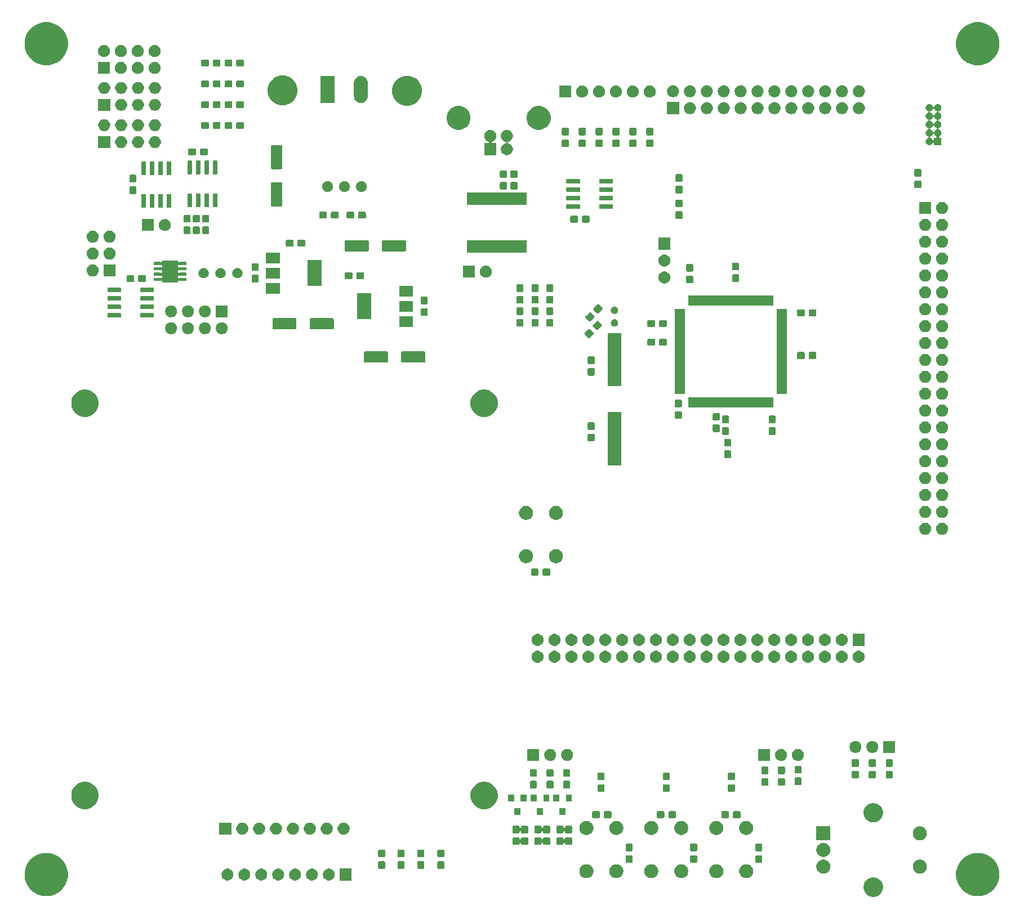
<source format=gbr>
G04 #@! TF.GenerationSoftware,KiCad,Pcbnew,(5.1.5)-3*
G04 #@! TF.CreationDate,2020-11-10T00:06:54+01:00*
G04 #@! TF.ProjectId,mcu_board_1,6d63755f-626f-4617-9264-5f312e6b6963,rev?*
G04 #@! TF.SameCoordinates,Original*
G04 #@! TF.FileFunction,Soldermask,Top*
G04 #@! TF.FilePolarity,Negative*
%FSLAX46Y46*%
G04 Gerber Fmt 4.6, Leading zero omitted, Abs format (unit mm)*
G04 Created by KiCad (PCBNEW (5.1.5)-3) date 2020-11-10 00:06:54*
%MOMM*%
%LPD*%
G04 APERTURE LIST*
%ADD10C,0.100000*%
G04 APERTURE END LIST*
D10*
G36*
X204723241Y-148004760D02*
G01*
X204987305Y-148114139D01*
X205224958Y-148272934D01*
X205427066Y-148475042D01*
X205585861Y-148712695D01*
X205695240Y-148976759D01*
X205751000Y-149257088D01*
X205751000Y-149542912D01*
X205695240Y-149823241D01*
X205585861Y-150087305D01*
X205427066Y-150324958D01*
X205224958Y-150527066D01*
X204987305Y-150685861D01*
X204723241Y-150795240D01*
X204442912Y-150851000D01*
X204157088Y-150851000D01*
X203876759Y-150795240D01*
X203612695Y-150685861D01*
X203375042Y-150527066D01*
X203172934Y-150324958D01*
X203014139Y-150087305D01*
X202904760Y-149823241D01*
X202849000Y-149542912D01*
X202849000Y-149257088D01*
X202904760Y-148976759D01*
X203014139Y-148712695D01*
X203172934Y-148475042D01*
X203375042Y-148272934D01*
X203612695Y-148114139D01*
X203876759Y-148004760D01*
X204157088Y-147949000D01*
X204442912Y-147949000D01*
X204723241Y-148004760D01*
G37*
G36*
X220565696Y-144297833D02*
G01*
X220948282Y-144373934D01*
X221539926Y-144619001D01*
X222072392Y-144974784D01*
X222525216Y-145427608D01*
X222880999Y-145960074D01*
X223126066Y-146551718D01*
X223144809Y-146645947D01*
X223251000Y-147179803D01*
X223251000Y-147820197D01*
X223214288Y-148004760D01*
X223126066Y-148448282D01*
X222880999Y-149039926D01*
X222525216Y-149572392D01*
X222072392Y-150025216D01*
X221539926Y-150380999D01*
X220948282Y-150626066D01*
X220647677Y-150685860D01*
X220320197Y-150751000D01*
X219679803Y-150751000D01*
X219352323Y-150685860D01*
X219051718Y-150626066D01*
X218460074Y-150380999D01*
X217927608Y-150025216D01*
X217474784Y-149572392D01*
X217119001Y-149039926D01*
X216873934Y-148448282D01*
X216785712Y-148004760D01*
X216749000Y-147820197D01*
X216749000Y-147179803D01*
X216855191Y-146645947D01*
X216873934Y-146551718D01*
X217119001Y-145960074D01*
X217474784Y-145427608D01*
X217927608Y-144974784D01*
X218460074Y-144619001D01*
X219051718Y-144373934D01*
X219434304Y-144297833D01*
X219679803Y-144249000D01*
X220320197Y-144249000D01*
X220565696Y-144297833D01*
G37*
G36*
X80565696Y-144297833D02*
G01*
X80948282Y-144373934D01*
X81539926Y-144619001D01*
X82072392Y-144974784D01*
X82525216Y-145427608D01*
X82880999Y-145960074D01*
X83126066Y-146551718D01*
X83144809Y-146645947D01*
X83251000Y-147179803D01*
X83251000Y-147820197D01*
X83214288Y-148004760D01*
X83126066Y-148448282D01*
X82880999Y-149039926D01*
X82525216Y-149572392D01*
X82072392Y-150025216D01*
X81539926Y-150380999D01*
X80948282Y-150626066D01*
X80647677Y-150685860D01*
X80320197Y-150751000D01*
X79679803Y-150751000D01*
X79352323Y-150685860D01*
X79051718Y-150626066D01*
X78460074Y-150380999D01*
X77927608Y-150025216D01*
X77474784Y-149572392D01*
X77119001Y-149039926D01*
X76873934Y-148448282D01*
X76785712Y-148004760D01*
X76749000Y-147820197D01*
X76749000Y-147179803D01*
X76855191Y-146645947D01*
X76873934Y-146551718D01*
X77119001Y-145960074D01*
X77474784Y-145427608D01*
X77927608Y-144974784D01*
X78460074Y-144619001D01*
X79051718Y-144373934D01*
X79434304Y-144297833D01*
X79679803Y-144249000D01*
X80320197Y-144249000D01*
X80565696Y-144297833D01*
G37*
G36*
X109873512Y-146603927D02*
G01*
X110022812Y-146633624D01*
X110186784Y-146701544D01*
X110334354Y-146800147D01*
X110459853Y-146925646D01*
X110558456Y-147073216D01*
X110626376Y-147237188D01*
X110661000Y-147411259D01*
X110661000Y-147588741D01*
X110626376Y-147762812D01*
X110558456Y-147926784D01*
X110459853Y-148074354D01*
X110334354Y-148199853D01*
X110186784Y-148298456D01*
X110022812Y-148366376D01*
X109873512Y-148396073D01*
X109848742Y-148401000D01*
X109671258Y-148401000D01*
X109646488Y-148396073D01*
X109497188Y-148366376D01*
X109333216Y-148298456D01*
X109185646Y-148199853D01*
X109060147Y-148074354D01*
X108961544Y-147926784D01*
X108893624Y-147762812D01*
X108859000Y-147588741D01*
X108859000Y-147411259D01*
X108893624Y-147237188D01*
X108961544Y-147073216D01*
X109060147Y-146925646D01*
X109185646Y-146800147D01*
X109333216Y-146701544D01*
X109497188Y-146633624D01*
X109646488Y-146603927D01*
X109671258Y-146599000D01*
X109848742Y-146599000D01*
X109873512Y-146603927D01*
G37*
G36*
X125901000Y-148401000D02*
G01*
X124099000Y-148401000D01*
X124099000Y-146599000D01*
X125901000Y-146599000D01*
X125901000Y-148401000D01*
G37*
G36*
X107333512Y-146603927D02*
G01*
X107482812Y-146633624D01*
X107646784Y-146701544D01*
X107794354Y-146800147D01*
X107919853Y-146925646D01*
X108018456Y-147073216D01*
X108086376Y-147237188D01*
X108121000Y-147411259D01*
X108121000Y-147588741D01*
X108086376Y-147762812D01*
X108018456Y-147926784D01*
X107919853Y-148074354D01*
X107794354Y-148199853D01*
X107646784Y-148298456D01*
X107482812Y-148366376D01*
X107333512Y-148396073D01*
X107308742Y-148401000D01*
X107131258Y-148401000D01*
X107106488Y-148396073D01*
X106957188Y-148366376D01*
X106793216Y-148298456D01*
X106645646Y-148199853D01*
X106520147Y-148074354D01*
X106421544Y-147926784D01*
X106353624Y-147762812D01*
X106319000Y-147588741D01*
X106319000Y-147411259D01*
X106353624Y-147237188D01*
X106421544Y-147073216D01*
X106520147Y-146925646D01*
X106645646Y-146800147D01*
X106793216Y-146701544D01*
X106957188Y-146633624D01*
X107106488Y-146603927D01*
X107131258Y-146599000D01*
X107308742Y-146599000D01*
X107333512Y-146603927D01*
G37*
G36*
X112413512Y-146603927D02*
G01*
X112562812Y-146633624D01*
X112726784Y-146701544D01*
X112874354Y-146800147D01*
X112999853Y-146925646D01*
X113098456Y-147073216D01*
X113166376Y-147237188D01*
X113201000Y-147411259D01*
X113201000Y-147588741D01*
X113166376Y-147762812D01*
X113098456Y-147926784D01*
X112999853Y-148074354D01*
X112874354Y-148199853D01*
X112726784Y-148298456D01*
X112562812Y-148366376D01*
X112413512Y-148396073D01*
X112388742Y-148401000D01*
X112211258Y-148401000D01*
X112186488Y-148396073D01*
X112037188Y-148366376D01*
X111873216Y-148298456D01*
X111725646Y-148199853D01*
X111600147Y-148074354D01*
X111501544Y-147926784D01*
X111433624Y-147762812D01*
X111399000Y-147588741D01*
X111399000Y-147411259D01*
X111433624Y-147237188D01*
X111501544Y-147073216D01*
X111600147Y-146925646D01*
X111725646Y-146800147D01*
X111873216Y-146701544D01*
X112037188Y-146633624D01*
X112186488Y-146603927D01*
X112211258Y-146599000D01*
X112388742Y-146599000D01*
X112413512Y-146603927D01*
G37*
G36*
X114953512Y-146603927D02*
G01*
X115102812Y-146633624D01*
X115266784Y-146701544D01*
X115414354Y-146800147D01*
X115539853Y-146925646D01*
X115638456Y-147073216D01*
X115706376Y-147237188D01*
X115741000Y-147411259D01*
X115741000Y-147588741D01*
X115706376Y-147762812D01*
X115638456Y-147926784D01*
X115539853Y-148074354D01*
X115414354Y-148199853D01*
X115266784Y-148298456D01*
X115102812Y-148366376D01*
X114953512Y-148396073D01*
X114928742Y-148401000D01*
X114751258Y-148401000D01*
X114726488Y-148396073D01*
X114577188Y-148366376D01*
X114413216Y-148298456D01*
X114265646Y-148199853D01*
X114140147Y-148074354D01*
X114041544Y-147926784D01*
X113973624Y-147762812D01*
X113939000Y-147588741D01*
X113939000Y-147411259D01*
X113973624Y-147237188D01*
X114041544Y-147073216D01*
X114140147Y-146925646D01*
X114265646Y-146800147D01*
X114413216Y-146701544D01*
X114577188Y-146633624D01*
X114726488Y-146603927D01*
X114751258Y-146599000D01*
X114928742Y-146599000D01*
X114953512Y-146603927D01*
G37*
G36*
X117493512Y-146603927D02*
G01*
X117642812Y-146633624D01*
X117806784Y-146701544D01*
X117954354Y-146800147D01*
X118079853Y-146925646D01*
X118178456Y-147073216D01*
X118246376Y-147237188D01*
X118281000Y-147411259D01*
X118281000Y-147588741D01*
X118246376Y-147762812D01*
X118178456Y-147926784D01*
X118079853Y-148074354D01*
X117954354Y-148199853D01*
X117806784Y-148298456D01*
X117642812Y-148366376D01*
X117493512Y-148396073D01*
X117468742Y-148401000D01*
X117291258Y-148401000D01*
X117266488Y-148396073D01*
X117117188Y-148366376D01*
X116953216Y-148298456D01*
X116805646Y-148199853D01*
X116680147Y-148074354D01*
X116581544Y-147926784D01*
X116513624Y-147762812D01*
X116479000Y-147588741D01*
X116479000Y-147411259D01*
X116513624Y-147237188D01*
X116581544Y-147073216D01*
X116680147Y-146925646D01*
X116805646Y-146800147D01*
X116953216Y-146701544D01*
X117117188Y-146633624D01*
X117266488Y-146603927D01*
X117291258Y-146599000D01*
X117468742Y-146599000D01*
X117493512Y-146603927D01*
G37*
G36*
X120033512Y-146603927D02*
G01*
X120182812Y-146633624D01*
X120346784Y-146701544D01*
X120494354Y-146800147D01*
X120619853Y-146925646D01*
X120718456Y-147073216D01*
X120786376Y-147237188D01*
X120821000Y-147411259D01*
X120821000Y-147588741D01*
X120786376Y-147762812D01*
X120718456Y-147926784D01*
X120619853Y-148074354D01*
X120494354Y-148199853D01*
X120346784Y-148298456D01*
X120182812Y-148366376D01*
X120033512Y-148396073D01*
X120008742Y-148401000D01*
X119831258Y-148401000D01*
X119806488Y-148396073D01*
X119657188Y-148366376D01*
X119493216Y-148298456D01*
X119345646Y-148199853D01*
X119220147Y-148074354D01*
X119121544Y-147926784D01*
X119053624Y-147762812D01*
X119019000Y-147588741D01*
X119019000Y-147411259D01*
X119053624Y-147237188D01*
X119121544Y-147073216D01*
X119220147Y-146925646D01*
X119345646Y-146800147D01*
X119493216Y-146701544D01*
X119657188Y-146633624D01*
X119806488Y-146603927D01*
X119831258Y-146599000D01*
X120008742Y-146599000D01*
X120033512Y-146603927D01*
G37*
G36*
X122573512Y-146603927D02*
G01*
X122722812Y-146633624D01*
X122886784Y-146701544D01*
X123034354Y-146800147D01*
X123159853Y-146925646D01*
X123258456Y-147073216D01*
X123326376Y-147237188D01*
X123361000Y-147411259D01*
X123361000Y-147588741D01*
X123326376Y-147762812D01*
X123258456Y-147926784D01*
X123159853Y-148074354D01*
X123034354Y-148199853D01*
X122886784Y-148298456D01*
X122722812Y-148366376D01*
X122573512Y-148396073D01*
X122548742Y-148401000D01*
X122371258Y-148401000D01*
X122346488Y-148396073D01*
X122197188Y-148366376D01*
X122033216Y-148298456D01*
X121885646Y-148199853D01*
X121760147Y-148074354D01*
X121661544Y-147926784D01*
X121593624Y-147762812D01*
X121559000Y-147588741D01*
X121559000Y-147411259D01*
X121593624Y-147237188D01*
X121661544Y-147073216D01*
X121760147Y-146925646D01*
X121885646Y-146800147D01*
X122033216Y-146701544D01*
X122197188Y-146633624D01*
X122346488Y-146603927D01*
X122371258Y-146599000D01*
X122548742Y-146599000D01*
X122573512Y-146603927D01*
G37*
G36*
X175746564Y-145989389D02*
G01*
X175937833Y-146068615D01*
X175937835Y-146068616D01*
X176109973Y-146183635D01*
X176256365Y-146330027D01*
X176371385Y-146502167D01*
X176450611Y-146693436D01*
X176491000Y-146896484D01*
X176491000Y-147103516D01*
X176450611Y-147306564D01*
X176371385Y-147497833D01*
X176371384Y-147497835D01*
X176256365Y-147669973D01*
X176109973Y-147816365D01*
X175937835Y-147931384D01*
X175937834Y-147931385D01*
X175937833Y-147931385D01*
X175746564Y-148010611D01*
X175543516Y-148051000D01*
X175336484Y-148051000D01*
X175133436Y-148010611D01*
X174942167Y-147931385D01*
X174942166Y-147931385D01*
X174942165Y-147931384D01*
X174770027Y-147816365D01*
X174623635Y-147669973D01*
X174508616Y-147497835D01*
X174508615Y-147497833D01*
X174429389Y-147306564D01*
X174389000Y-147103516D01*
X174389000Y-146896484D01*
X174429389Y-146693436D01*
X174508615Y-146502167D01*
X174623635Y-146330027D01*
X174770027Y-146183635D01*
X174942165Y-146068616D01*
X174942167Y-146068615D01*
X175133436Y-145989389D01*
X175336484Y-145949000D01*
X175543516Y-145949000D01*
X175746564Y-145989389D01*
G37*
G36*
X165986564Y-145989389D02*
G01*
X166177833Y-146068615D01*
X166177835Y-146068616D01*
X166349973Y-146183635D01*
X166496365Y-146330027D01*
X166611385Y-146502167D01*
X166690611Y-146693436D01*
X166731000Y-146896484D01*
X166731000Y-147103516D01*
X166690611Y-147306564D01*
X166611385Y-147497833D01*
X166611384Y-147497835D01*
X166496365Y-147669973D01*
X166349973Y-147816365D01*
X166177835Y-147931384D01*
X166177834Y-147931385D01*
X166177833Y-147931385D01*
X165986564Y-148010611D01*
X165783516Y-148051000D01*
X165576484Y-148051000D01*
X165373436Y-148010611D01*
X165182167Y-147931385D01*
X165182166Y-147931385D01*
X165182165Y-147931384D01*
X165010027Y-147816365D01*
X164863635Y-147669973D01*
X164748616Y-147497835D01*
X164748615Y-147497833D01*
X164669389Y-147306564D01*
X164629000Y-147103516D01*
X164629000Y-146896484D01*
X164669389Y-146693436D01*
X164748615Y-146502167D01*
X164863635Y-146330027D01*
X165010027Y-146183635D01*
X165182165Y-146068616D01*
X165182167Y-146068615D01*
X165373436Y-145989389D01*
X165576484Y-145949000D01*
X165783516Y-145949000D01*
X165986564Y-145989389D01*
G37*
G36*
X161486564Y-145989389D02*
G01*
X161677833Y-146068615D01*
X161677835Y-146068616D01*
X161849973Y-146183635D01*
X161996365Y-146330027D01*
X162111385Y-146502167D01*
X162190611Y-146693436D01*
X162231000Y-146896484D01*
X162231000Y-147103516D01*
X162190611Y-147306564D01*
X162111385Y-147497833D01*
X162111384Y-147497835D01*
X161996365Y-147669973D01*
X161849973Y-147816365D01*
X161677835Y-147931384D01*
X161677834Y-147931385D01*
X161677833Y-147931385D01*
X161486564Y-148010611D01*
X161283516Y-148051000D01*
X161076484Y-148051000D01*
X160873436Y-148010611D01*
X160682167Y-147931385D01*
X160682166Y-147931385D01*
X160682165Y-147931384D01*
X160510027Y-147816365D01*
X160363635Y-147669973D01*
X160248616Y-147497835D01*
X160248615Y-147497833D01*
X160169389Y-147306564D01*
X160129000Y-147103516D01*
X160129000Y-146896484D01*
X160169389Y-146693436D01*
X160248615Y-146502167D01*
X160363635Y-146330027D01*
X160510027Y-146183635D01*
X160682165Y-146068616D01*
X160682167Y-146068615D01*
X160873436Y-145989389D01*
X161076484Y-145949000D01*
X161283516Y-145949000D01*
X161486564Y-145989389D01*
G37*
G36*
X171246564Y-145989389D02*
G01*
X171437833Y-146068615D01*
X171437835Y-146068616D01*
X171609973Y-146183635D01*
X171756365Y-146330027D01*
X171871385Y-146502167D01*
X171950611Y-146693436D01*
X171991000Y-146896484D01*
X171991000Y-147103516D01*
X171950611Y-147306564D01*
X171871385Y-147497833D01*
X171871384Y-147497835D01*
X171756365Y-147669973D01*
X171609973Y-147816365D01*
X171437835Y-147931384D01*
X171437834Y-147931385D01*
X171437833Y-147931385D01*
X171246564Y-148010611D01*
X171043516Y-148051000D01*
X170836484Y-148051000D01*
X170633436Y-148010611D01*
X170442167Y-147931385D01*
X170442166Y-147931385D01*
X170442165Y-147931384D01*
X170270027Y-147816365D01*
X170123635Y-147669973D01*
X170008616Y-147497835D01*
X170008615Y-147497833D01*
X169929389Y-147306564D01*
X169889000Y-147103516D01*
X169889000Y-146896484D01*
X169929389Y-146693436D01*
X170008615Y-146502167D01*
X170123635Y-146330027D01*
X170270027Y-146183635D01*
X170442165Y-146068616D01*
X170442167Y-146068615D01*
X170633436Y-145989389D01*
X170836484Y-145949000D01*
X171043516Y-145949000D01*
X171246564Y-145989389D01*
G37*
G36*
X181006564Y-145989389D02*
G01*
X181197833Y-146068615D01*
X181197835Y-146068616D01*
X181369973Y-146183635D01*
X181516365Y-146330027D01*
X181631385Y-146502167D01*
X181710611Y-146693436D01*
X181751000Y-146896484D01*
X181751000Y-147103516D01*
X181710611Y-147306564D01*
X181631385Y-147497833D01*
X181631384Y-147497835D01*
X181516365Y-147669973D01*
X181369973Y-147816365D01*
X181197835Y-147931384D01*
X181197834Y-147931385D01*
X181197833Y-147931385D01*
X181006564Y-148010611D01*
X180803516Y-148051000D01*
X180596484Y-148051000D01*
X180393436Y-148010611D01*
X180202167Y-147931385D01*
X180202166Y-147931385D01*
X180202165Y-147931384D01*
X180030027Y-147816365D01*
X179883635Y-147669973D01*
X179768616Y-147497835D01*
X179768615Y-147497833D01*
X179689389Y-147306564D01*
X179649000Y-147103516D01*
X179649000Y-146896484D01*
X179689389Y-146693436D01*
X179768615Y-146502167D01*
X179883635Y-146330027D01*
X180030027Y-146183635D01*
X180202165Y-146068616D01*
X180202167Y-146068615D01*
X180393436Y-145989389D01*
X180596484Y-145949000D01*
X180803516Y-145949000D01*
X181006564Y-145989389D01*
G37*
G36*
X185506564Y-145989389D02*
G01*
X185697833Y-146068615D01*
X185697835Y-146068616D01*
X185869973Y-146183635D01*
X186016365Y-146330027D01*
X186131385Y-146502167D01*
X186210611Y-146693436D01*
X186251000Y-146896484D01*
X186251000Y-147103516D01*
X186210611Y-147306564D01*
X186131385Y-147497833D01*
X186131384Y-147497835D01*
X186016365Y-147669973D01*
X185869973Y-147816365D01*
X185697835Y-147931384D01*
X185697834Y-147931385D01*
X185697833Y-147931385D01*
X185506564Y-148010611D01*
X185303516Y-148051000D01*
X185096484Y-148051000D01*
X184893436Y-148010611D01*
X184702167Y-147931385D01*
X184702166Y-147931385D01*
X184702165Y-147931384D01*
X184530027Y-147816365D01*
X184383635Y-147669973D01*
X184268616Y-147497835D01*
X184268615Y-147497833D01*
X184189389Y-147306564D01*
X184149000Y-147103516D01*
X184149000Y-146896484D01*
X184189389Y-146693436D01*
X184268615Y-146502167D01*
X184383635Y-146330027D01*
X184530027Y-146183635D01*
X184702165Y-146068616D01*
X184702167Y-146068615D01*
X184893436Y-145989389D01*
X185096484Y-145949000D01*
X185303516Y-145949000D01*
X185506564Y-145989389D01*
G37*
G36*
X211606564Y-145289389D02*
G01*
X211797833Y-145368615D01*
X211797835Y-145368616D01*
X211969973Y-145483635D01*
X212116365Y-145630027D01*
X212204547Y-145762000D01*
X212231385Y-145802167D01*
X212310611Y-145993436D01*
X212351000Y-146196484D01*
X212351000Y-146403516D01*
X212310611Y-146606564D01*
X212271269Y-146701544D01*
X212231384Y-146797835D01*
X212116365Y-146969973D01*
X211969973Y-147116365D01*
X211797835Y-147231384D01*
X211797834Y-147231385D01*
X211797833Y-147231385D01*
X211606564Y-147310611D01*
X211403516Y-147351000D01*
X211196484Y-147351000D01*
X210993436Y-147310611D01*
X210802167Y-147231385D01*
X210802166Y-147231385D01*
X210802165Y-147231384D01*
X210630027Y-147116365D01*
X210483635Y-146969973D01*
X210368616Y-146797835D01*
X210328731Y-146701544D01*
X210289389Y-146606564D01*
X210249000Y-146403516D01*
X210249000Y-146196484D01*
X210289389Y-145993436D01*
X210368615Y-145802167D01*
X210395454Y-145762000D01*
X210483635Y-145630027D01*
X210630027Y-145483635D01*
X210802165Y-145368616D01*
X210802167Y-145368615D01*
X210993436Y-145289389D01*
X211196484Y-145249000D01*
X211403516Y-145249000D01*
X211606564Y-145289389D01*
G37*
G36*
X197106564Y-145289389D02*
G01*
X197297833Y-145368615D01*
X197297835Y-145368616D01*
X197469973Y-145483635D01*
X197616365Y-145630027D01*
X197704547Y-145762000D01*
X197731385Y-145802167D01*
X197810611Y-145993436D01*
X197851000Y-146196484D01*
X197851000Y-146403516D01*
X197810611Y-146606564D01*
X197771269Y-146701544D01*
X197731384Y-146797835D01*
X197616365Y-146969973D01*
X197469973Y-147116365D01*
X197297835Y-147231384D01*
X197297834Y-147231385D01*
X197297833Y-147231385D01*
X197106564Y-147310611D01*
X196903516Y-147351000D01*
X196696484Y-147351000D01*
X196493436Y-147310611D01*
X196302167Y-147231385D01*
X196302166Y-147231385D01*
X196302165Y-147231384D01*
X196130027Y-147116365D01*
X195983635Y-146969973D01*
X195868616Y-146797835D01*
X195828731Y-146701544D01*
X195789389Y-146606564D01*
X195749000Y-146403516D01*
X195749000Y-146196484D01*
X195789389Y-145993436D01*
X195868615Y-145802167D01*
X195895454Y-145762000D01*
X195983635Y-145630027D01*
X196130027Y-145483635D01*
X196302165Y-145368616D01*
X196302167Y-145368615D01*
X196493436Y-145289389D01*
X196696484Y-145249000D01*
X196903516Y-145249000D01*
X197106564Y-145289389D01*
G37*
G36*
X139664499Y-145503445D02*
G01*
X139701995Y-145514820D01*
X139736554Y-145533292D01*
X139766847Y-145558153D01*
X139791708Y-145588446D01*
X139810180Y-145623005D01*
X139821555Y-145660501D01*
X139826000Y-145705638D01*
X139826000Y-146444362D01*
X139821555Y-146489499D01*
X139810180Y-146526995D01*
X139791708Y-146561554D01*
X139766847Y-146591847D01*
X139736554Y-146616708D01*
X139701995Y-146635180D01*
X139664499Y-146646555D01*
X139619362Y-146651000D01*
X138980638Y-146651000D01*
X138935501Y-146646555D01*
X138898005Y-146635180D01*
X138863446Y-146616708D01*
X138833153Y-146591847D01*
X138808292Y-146561554D01*
X138789820Y-146526995D01*
X138778445Y-146489499D01*
X138774000Y-146444362D01*
X138774000Y-145705638D01*
X138778445Y-145660501D01*
X138789820Y-145623005D01*
X138808292Y-145588446D01*
X138833153Y-145558153D01*
X138863446Y-145533292D01*
X138898005Y-145514820D01*
X138935501Y-145503445D01*
X138980638Y-145499000D01*
X139619362Y-145499000D01*
X139664499Y-145503445D01*
G37*
G36*
X130764499Y-145503445D02*
G01*
X130801995Y-145514820D01*
X130836554Y-145533292D01*
X130866847Y-145558153D01*
X130891708Y-145588446D01*
X130910180Y-145623005D01*
X130921555Y-145660501D01*
X130926000Y-145705638D01*
X130926000Y-146444362D01*
X130921555Y-146489499D01*
X130910180Y-146526995D01*
X130891708Y-146561554D01*
X130866847Y-146591847D01*
X130836554Y-146616708D01*
X130801995Y-146635180D01*
X130764499Y-146646555D01*
X130719362Y-146651000D01*
X130080638Y-146651000D01*
X130035501Y-146646555D01*
X129998005Y-146635180D01*
X129963446Y-146616708D01*
X129933153Y-146591847D01*
X129908292Y-146561554D01*
X129889820Y-146526995D01*
X129878445Y-146489499D01*
X129874000Y-146444362D01*
X129874000Y-145705638D01*
X129878445Y-145660501D01*
X129889820Y-145623005D01*
X129908292Y-145588446D01*
X129933153Y-145558153D01*
X129963446Y-145533292D01*
X129998005Y-145514820D01*
X130035501Y-145503445D01*
X130080638Y-145499000D01*
X130719362Y-145499000D01*
X130764499Y-145503445D01*
G37*
G36*
X133664499Y-145503445D02*
G01*
X133701995Y-145514820D01*
X133736554Y-145533292D01*
X133766847Y-145558153D01*
X133791708Y-145588446D01*
X133810180Y-145623005D01*
X133821555Y-145660501D01*
X133826000Y-145705638D01*
X133826000Y-146444362D01*
X133821555Y-146489499D01*
X133810180Y-146526995D01*
X133791708Y-146561554D01*
X133766847Y-146591847D01*
X133736554Y-146616708D01*
X133701995Y-146635180D01*
X133664499Y-146646555D01*
X133619362Y-146651000D01*
X132980638Y-146651000D01*
X132935501Y-146646555D01*
X132898005Y-146635180D01*
X132863446Y-146616708D01*
X132833153Y-146591847D01*
X132808292Y-146561554D01*
X132789820Y-146526995D01*
X132778445Y-146489499D01*
X132774000Y-146444362D01*
X132774000Y-145705638D01*
X132778445Y-145660501D01*
X132789820Y-145623005D01*
X132808292Y-145588446D01*
X132833153Y-145558153D01*
X132863446Y-145533292D01*
X132898005Y-145514820D01*
X132935501Y-145503445D01*
X132980638Y-145499000D01*
X133619362Y-145499000D01*
X133664499Y-145503445D01*
G37*
G36*
X136664499Y-145503445D02*
G01*
X136701995Y-145514820D01*
X136736554Y-145533292D01*
X136766847Y-145558153D01*
X136791708Y-145588446D01*
X136810180Y-145623005D01*
X136821555Y-145660501D01*
X136826000Y-145705638D01*
X136826000Y-146444362D01*
X136821555Y-146489499D01*
X136810180Y-146526995D01*
X136791708Y-146561554D01*
X136766847Y-146591847D01*
X136736554Y-146616708D01*
X136701995Y-146635180D01*
X136664499Y-146646555D01*
X136619362Y-146651000D01*
X135980638Y-146651000D01*
X135935501Y-146646555D01*
X135898005Y-146635180D01*
X135863446Y-146616708D01*
X135833153Y-146591847D01*
X135808292Y-146561554D01*
X135789820Y-146526995D01*
X135778445Y-146489499D01*
X135774000Y-146444362D01*
X135774000Y-145705638D01*
X135778445Y-145660501D01*
X135789820Y-145623005D01*
X135808292Y-145588446D01*
X135833153Y-145558153D01*
X135863446Y-145533292D01*
X135898005Y-145514820D01*
X135935501Y-145503445D01*
X135980638Y-145499000D01*
X136619362Y-145499000D01*
X136664499Y-145503445D01*
G37*
G36*
X187464499Y-144603445D02*
G01*
X187501995Y-144614820D01*
X187536554Y-144633292D01*
X187566847Y-144658153D01*
X187591708Y-144688446D01*
X187610180Y-144723005D01*
X187621555Y-144760501D01*
X187626000Y-144805638D01*
X187626000Y-145544362D01*
X187621555Y-145589499D01*
X187610180Y-145626995D01*
X187591708Y-145661554D01*
X187566847Y-145691847D01*
X187536554Y-145716708D01*
X187501995Y-145735180D01*
X187464499Y-145746555D01*
X187419362Y-145751000D01*
X186780638Y-145751000D01*
X186735501Y-145746555D01*
X186698005Y-145735180D01*
X186663446Y-145716708D01*
X186633153Y-145691847D01*
X186608292Y-145661554D01*
X186589820Y-145626995D01*
X186578445Y-145589499D01*
X186574000Y-145544362D01*
X186574000Y-144805638D01*
X186578445Y-144760501D01*
X186589820Y-144723005D01*
X186608292Y-144688446D01*
X186633153Y-144658153D01*
X186663446Y-144633292D01*
X186698005Y-144614820D01*
X186735501Y-144603445D01*
X186780638Y-144599000D01*
X187419362Y-144599000D01*
X187464499Y-144603445D01*
G37*
G36*
X167964499Y-144603445D02*
G01*
X168001995Y-144614820D01*
X168036554Y-144633292D01*
X168066847Y-144658153D01*
X168091708Y-144688446D01*
X168110180Y-144723005D01*
X168121555Y-144760501D01*
X168126000Y-144805638D01*
X168126000Y-145544362D01*
X168121555Y-145589499D01*
X168110180Y-145626995D01*
X168091708Y-145661554D01*
X168066847Y-145691847D01*
X168036554Y-145716708D01*
X168001995Y-145735180D01*
X167964499Y-145746555D01*
X167919362Y-145751000D01*
X167280638Y-145751000D01*
X167235501Y-145746555D01*
X167198005Y-145735180D01*
X167163446Y-145716708D01*
X167133153Y-145691847D01*
X167108292Y-145661554D01*
X167089820Y-145626995D01*
X167078445Y-145589499D01*
X167074000Y-145544362D01*
X167074000Y-144805638D01*
X167078445Y-144760501D01*
X167089820Y-144723005D01*
X167108292Y-144688446D01*
X167133153Y-144658153D01*
X167163446Y-144633292D01*
X167198005Y-144614820D01*
X167235501Y-144603445D01*
X167280638Y-144599000D01*
X167919362Y-144599000D01*
X167964499Y-144603445D01*
G37*
G36*
X177664499Y-144603445D02*
G01*
X177701995Y-144614820D01*
X177736554Y-144633292D01*
X177766847Y-144658153D01*
X177791708Y-144688446D01*
X177810180Y-144723005D01*
X177821555Y-144760501D01*
X177826000Y-144805638D01*
X177826000Y-145544362D01*
X177821555Y-145589499D01*
X177810180Y-145626995D01*
X177791708Y-145661554D01*
X177766847Y-145691847D01*
X177736554Y-145716708D01*
X177701995Y-145735180D01*
X177664499Y-145746555D01*
X177619362Y-145751000D01*
X176980638Y-145751000D01*
X176935501Y-145746555D01*
X176898005Y-145735180D01*
X176863446Y-145716708D01*
X176833153Y-145691847D01*
X176808292Y-145661554D01*
X176789820Y-145626995D01*
X176778445Y-145589499D01*
X176774000Y-145544362D01*
X176774000Y-144805638D01*
X176778445Y-144760501D01*
X176789820Y-144723005D01*
X176808292Y-144688446D01*
X176833153Y-144658153D01*
X176863446Y-144633292D01*
X176898005Y-144614820D01*
X176935501Y-144603445D01*
X176980638Y-144599000D01*
X177619362Y-144599000D01*
X177664499Y-144603445D01*
G37*
G36*
X136664499Y-143753445D02*
G01*
X136701995Y-143764820D01*
X136736554Y-143783292D01*
X136766847Y-143808153D01*
X136791708Y-143838446D01*
X136810180Y-143873005D01*
X136821555Y-143910501D01*
X136826000Y-143955638D01*
X136826000Y-144694362D01*
X136821555Y-144739499D01*
X136810180Y-144776995D01*
X136791708Y-144811554D01*
X136766847Y-144841847D01*
X136736554Y-144866708D01*
X136701995Y-144885180D01*
X136664499Y-144896555D01*
X136619362Y-144901000D01*
X135980638Y-144901000D01*
X135935501Y-144896555D01*
X135898005Y-144885180D01*
X135863446Y-144866708D01*
X135833153Y-144841847D01*
X135808292Y-144811554D01*
X135789820Y-144776995D01*
X135778445Y-144739499D01*
X135774000Y-144694362D01*
X135774000Y-143955638D01*
X135778445Y-143910501D01*
X135789820Y-143873005D01*
X135808292Y-143838446D01*
X135833153Y-143808153D01*
X135863446Y-143783292D01*
X135898005Y-143764820D01*
X135935501Y-143753445D01*
X135980638Y-143749000D01*
X136619362Y-143749000D01*
X136664499Y-143753445D01*
G37*
G36*
X130764499Y-143753445D02*
G01*
X130801995Y-143764820D01*
X130836554Y-143783292D01*
X130866847Y-143808153D01*
X130891708Y-143838446D01*
X130910180Y-143873005D01*
X130921555Y-143910501D01*
X130926000Y-143955638D01*
X130926000Y-144694362D01*
X130921555Y-144739499D01*
X130910180Y-144776995D01*
X130891708Y-144811554D01*
X130866847Y-144841847D01*
X130836554Y-144866708D01*
X130801995Y-144885180D01*
X130764499Y-144896555D01*
X130719362Y-144901000D01*
X130080638Y-144901000D01*
X130035501Y-144896555D01*
X129998005Y-144885180D01*
X129963446Y-144866708D01*
X129933153Y-144841847D01*
X129908292Y-144811554D01*
X129889820Y-144776995D01*
X129878445Y-144739499D01*
X129874000Y-144694362D01*
X129874000Y-143955638D01*
X129878445Y-143910501D01*
X129889820Y-143873005D01*
X129908292Y-143838446D01*
X129933153Y-143808153D01*
X129963446Y-143783292D01*
X129998005Y-143764820D01*
X130035501Y-143753445D01*
X130080638Y-143749000D01*
X130719362Y-143749000D01*
X130764499Y-143753445D01*
G37*
G36*
X133664499Y-143753445D02*
G01*
X133701995Y-143764820D01*
X133736554Y-143783292D01*
X133766847Y-143808153D01*
X133791708Y-143838446D01*
X133810180Y-143873005D01*
X133821555Y-143910501D01*
X133826000Y-143955638D01*
X133826000Y-144694362D01*
X133821555Y-144739499D01*
X133810180Y-144776995D01*
X133791708Y-144811554D01*
X133766847Y-144841847D01*
X133736554Y-144866708D01*
X133701995Y-144885180D01*
X133664499Y-144896555D01*
X133619362Y-144901000D01*
X132980638Y-144901000D01*
X132935501Y-144896555D01*
X132898005Y-144885180D01*
X132863446Y-144866708D01*
X132833153Y-144841847D01*
X132808292Y-144811554D01*
X132789820Y-144776995D01*
X132778445Y-144739499D01*
X132774000Y-144694362D01*
X132774000Y-143955638D01*
X132778445Y-143910501D01*
X132789820Y-143873005D01*
X132808292Y-143838446D01*
X132833153Y-143808153D01*
X132863446Y-143783292D01*
X132898005Y-143764820D01*
X132935501Y-143753445D01*
X132980638Y-143749000D01*
X133619362Y-143749000D01*
X133664499Y-143753445D01*
G37*
G36*
X139664499Y-143753445D02*
G01*
X139701995Y-143764820D01*
X139736554Y-143783292D01*
X139766847Y-143808153D01*
X139791708Y-143838446D01*
X139810180Y-143873005D01*
X139821555Y-143910501D01*
X139826000Y-143955638D01*
X139826000Y-144694362D01*
X139821555Y-144739499D01*
X139810180Y-144776995D01*
X139791708Y-144811554D01*
X139766847Y-144841847D01*
X139736554Y-144866708D01*
X139701995Y-144885180D01*
X139664499Y-144896555D01*
X139619362Y-144901000D01*
X138980638Y-144901000D01*
X138935501Y-144896555D01*
X138898005Y-144885180D01*
X138863446Y-144866708D01*
X138833153Y-144841847D01*
X138808292Y-144811554D01*
X138789820Y-144776995D01*
X138778445Y-144739499D01*
X138774000Y-144694362D01*
X138774000Y-143955638D01*
X138778445Y-143910501D01*
X138789820Y-143873005D01*
X138808292Y-143838446D01*
X138833153Y-143808153D01*
X138863446Y-143783292D01*
X138898005Y-143764820D01*
X138935501Y-143753445D01*
X138980638Y-143749000D01*
X139619362Y-143749000D01*
X139664499Y-143753445D01*
G37*
G36*
X197106564Y-142789389D02*
G01*
X197261209Y-142853445D01*
X197297835Y-142868616D01*
X197385205Y-142926995D01*
X197469973Y-142983635D01*
X197616365Y-143130027D01*
X197731385Y-143302167D01*
X197810611Y-143493436D01*
X197851000Y-143696484D01*
X197851000Y-143903516D01*
X197810611Y-144106564D01*
X197751612Y-144249000D01*
X197731384Y-144297835D01*
X197616365Y-144469973D01*
X197469973Y-144616365D01*
X197297835Y-144731384D01*
X197297834Y-144731385D01*
X197297833Y-144731385D01*
X197106564Y-144810611D01*
X196903516Y-144851000D01*
X196696484Y-144851000D01*
X196493436Y-144810611D01*
X196302167Y-144731385D01*
X196302166Y-144731385D01*
X196302165Y-144731384D01*
X196130027Y-144616365D01*
X195983635Y-144469973D01*
X195868616Y-144297835D01*
X195848388Y-144249000D01*
X195789389Y-144106564D01*
X195749000Y-143903516D01*
X195749000Y-143696484D01*
X195789389Y-143493436D01*
X195868615Y-143302167D01*
X195983635Y-143130027D01*
X196130027Y-142983635D01*
X196214795Y-142926995D01*
X196302165Y-142868616D01*
X196338791Y-142853445D01*
X196493436Y-142789389D01*
X196696484Y-142749000D01*
X196903516Y-142749000D01*
X197106564Y-142789389D01*
G37*
G36*
X187464499Y-142853445D02*
G01*
X187501995Y-142864820D01*
X187536554Y-142883292D01*
X187566847Y-142908153D01*
X187591708Y-142938446D01*
X187610180Y-142973005D01*
X187621555Y-143010501D01*
X187626000Y-143055638D01*
X187626000Y-143794362D01*
X187621555Y-143839499D01*
X187610180Y-143876995D01*
X187591708Y-143911554D01*
X187566847Y-143941847D01*
X187536554Y-143966708D01*
X187501995Y-143985180D01*
X187464499Y-143996555D01*
X187419362Y-144001000D01*
X186780638Y-144001000D01*
X186735501Y-143996555D01*
X186698005Y-143985180D01*
X186663446Y-143966708D01*
X186633153Y-143941847D01*
X186608292Y-143911554D01*
X186589820Y-143876995D01*
X186578445Y-143839499D01*
X186574000Y-143794362D01*
X186574000Y-143055638D01*
X186578445Y-143010501D01*
X186589820Y-142973005D01*
X186608292Y-142938446D01*
X186633153Y-142908153D01*
X186663446Y-142883292D01*
X186698005Y-142864820D01*
X186735501Y-142853445D01*
X186780638Y-142849000D01*
X187419362Y-142849000D01*
X187464499Y-142853445D01*
G37*
G36*
X167964499Y-142853445D02*
G01*
X168001995Y-142864820D01*
X168036554Y-142883292D01*
X168066847Y-142908153D01*
X168091708Y-142938446D01*
X168110180Y-142973005D01*
X168121555Y-143010501D01*
X168126000Y-143055638D01*
X168126000Y-143794362D01*
X168121555Y-143839499D01*
X168110180Y-143876995D01*
X168091708Y-143911554D01*
X168066847Y-143941847D01*
X168036554Y-143966708D01*
X168001995Y-143985180D01*
X167964499Y-143996555D01*
X167919362Y-144001000D01*
X167280638Y-144001000D01*
X167235501Y-143996555D01*
X167198005Y-143985180D01*
X167163446Y-143966708D01*
X167133153Y-143941847D01*
X167108292Y-143911554D01*
X167089820Y-143876995D01*
X167078445Y-143839499D01*
X167074000Y-143794362D01*
X167074000Y-143055638D01*
X167078445Y-143010501D01*
X167089820Y-142973005D01*
X167108292Y-142938446D01*
X167133153Y-142908153D01*
X167163446Y-142883292D01*
X167198005Y-142864820D01*
X167235501Y-142853445D01*
X167280638Y-142849000D01*
X167919362Y-142849000D01*
X167964499Y-142853445D01*
G37*
G36*
X177664499Y-142853445D02*
G01*
X177701995Y-142864820D01*
X177736554Y-142883292D01*
X177766847Y-142908153D01*
X177791708Y-142938446D01*
X177810180Y-142973005D01*
X177821555Y-143010501D01*
X177826000Y-143055638D01*
X177826000Y-143794362D01*
X177821555Y-143839499D01*
X177810180Y-143876995D01*
X177791708Y-143911554D01*
X177766847Y-143941847D01*
X177736554Y-143966708D01*
X177701995Y-143985180D01*
X177664499Y-143996555D01*
X177619362Y-144001000D01*
X176980638Y-144001000D01*
X176935501Y-143996555D01*
X176898005Y-143985180D01*
X176863446Y-143966708D01*
X176833153Y-143941847D01*
X176808292Y-143911554D01*
X176789820Y-143876995D01*
X176778445Y-143839499D01*
X176774000Y-143794362D01*
X176774000Y-143055638D01*
X176778445Y-143010501D01*
X176789820Y-142973005D01*
X176808292Y-142938446D01*
X176833153Y-142908153D01*
X176863446Y-142883292D01*
X176898005Y-142864820D01*
X176935501Y-142853445D01*
X176980638Y-142849000D01*
X177619362Y-142849000D01*
X177664499Y-142853445D01*
G37*
G36*
X150964499Y-141903445D02*
G01*
X151001995Y-141914820D01*
X151036554Y-141933292D01*
X151066847Y-141958153D01*
X151091708Y-141988446D01*
X151110180Y-142023005D01*
X151121555Y-142060501D01*
X151125603Y-142101607D01*
X151130383Y-142125641D01*
X151139760Y-142148279D01*
X151153374Y-142168654D01*
X151170701Y-142185981D01*
X151191075Y-142199595D01*
X151213714Y-142208972D01*
X151237747Y-142213753D01*
X151262251Y-142213753D01*
X151286285Y-142208973D01*
X151308923Y-142199596D01*
X151329298Y-142185982D01*
X151346625Y-142168655D01*
X151360239Y-142148281D01*
X151369616Y-142125642D01*
X151374397Y-142101607D01*
X151378445Y-142060501D01*
X151389820Y-142023005D01*
X151408292Y-141988446D01*
X151433153Y-141958153D01*
X151463446Y-141933292D01*
X151498005Y-141914820D01*
X151535501Y-141903445D01*
X151580638Y-141899000D01*
X152219362Y-141899000D01*
X152264499Y-141903445D01*
X152301995Y-141914820D01*
X152336554Y-141933292D01*
X152366847Y-141958153D01*
X152391708Y-141988446D01*
X152410180Y-142023005D01*
X152421555Y-142060501D01*
X152426000Y-142105638D01*
X152426000Y-142844362D01*
X152421555Y-142889499D01*
X152410180Y-142926995D01*
X152391708Y-142961554D01*
X152366847Y-142991847D01*
X152336554Y-143016708D01*
X152301995Y-143035180D01*
X152264499Y-143046555D01*
X152219362Y-143051000D01*
X151580638Y-143051000D01*
X151535501Y-143046555D01*
X151498005Y-143035180D01*
X151463446Y-143016708D01*
X151433153Y-142991847D01*
X151408292Y-142961554D01*
X151389820Y-142926995D01*
X151378445Y-142889499D01*
X151374397Y-142848393D01*
X151369617Y-142824359D01*
X151360240Y-142801721D01*
X151346626Y-142781346D01*
X151329299Y-142764019D01*
X151308925Y-142750405D01*
X151286286Y-142741028D01*
X151262253Y-142736247D01*
X151237749Y-142736247D01*
X151213715Y-142741027D01*
X151191077Y-142750404D01*
X151170702Y-142764018D01*
X151153375Y-142781345D01*
X151139761Y-142801719D01*
X151130384Y-142824358D01*
X151125603Y-142848393D01*
X151121555Y-142889499D01*
X151110180Y-142926995D01*
X151091708Y-142961554D01*
X151066847Y-142991847D01*
X151036554Y-143016708D01*
X151001995Y-143035180D01*
X150964499Y-143046555D01*
X150919362Y-143051000D01*
X150280638Y-143051000D01*
X150235501Y-143046555D01*
X150198005Y-143035180D01*
X150163446Y-143016708D01*
X150133153Y-142991847D01*
X150108292Y-142961554D01*
X150089820Y-142926995D01*
X150078445Y-142889499D01*
X150074000Y-142844362D01*
X150074000Y-142105638D01*
X150078445Y-142060501D01*
X150089820Y-142023005D01*
X150108292Y-141988446D01*
X150133153Y-141958153D01*
X150163446Y-141933292D01*
X150198005Y-141914820D01*
X150235501Y-141903445D01*
X150280638Y-141899000D01*
X150919362Y-141899000D01*
X150964499Y-141903445D01*
G37*
G36*
X157564499Y-141903445D02*
G01*
X157601995Y-141914820D01*
X157636554Y-141933292D01*
X157666847Y-141958153D01*
X157691708Y-141988446D01*
X157710180Y-142023005D01*
X157721555Y-142060501D01*
X157725603Y-142101607D01*
X157730383Y-142125641D01*
X157739760Y-142148279D01*
X157753374Y-142168654D01*
X157770701Y-142185981D01*
X157791075Y-142199595D01*
X157813714Y-142208972D01*
X157837747Y-142213753D01*
X157862251Y-142213753D01*
X157886285Y-142208973D01*
X157908923Y-142199596D01*
X157929298Y-142185982D01*
X157946625Y-142168655D01*
X157960239Y-142148281D01*
X157969616Y-142125642D01*
X157974397Y-142101607D01*
X157978445Y-142060501D01*
X157989820Y-142023005D01*
X158008292Y-141988446D01*
X158033153Y-141958153D01*
X158063446Y-141933292D01*
X158098005Y-141914820D01*
X158135501Y-141903445D01*
X158180638Y-141899000D01*
X158819362Y-141899000D01*
X158864499Y-141903445D01*
X158901995Y-141914820D01*
X158936554Y-141933292D01*
X158966847Y-141958153D01*
X158991708Y-141988446D01*
X159010180Y-142023005D01*
X159021555Y-142060501D01*
X159026000Y-142105638D01*
X159026000Y-142844362D01*
X159021555Y-142889499D01*
X159010180Y-142926995D01*
X158991708Y-142961554D01*
X158966847Y-142991847D01*
X158936554Y-143016708D01*
X158901995Y-143035180D01*
X158864499Y-143046555D01*
X158819362Y-143051000D01*
X158180638Y-143051000D01*
X158135501Y-143046555D01*
X158098005Y-143035180D01*
X158063446Y-143016708D01*
X158033153Y-142991847D01*
X158008292Y-142961554D01*
X157989820Y-142926995D01*
X157978445Y-142889499D01*
X157974397Y-142848393D01*
X157969617Y-142824359D01*
X157960240Y-142801721D01*
X157946626Y-142781346D01*
X157929299Y-142764019D01*
X157908925Y-142750405D01*
X157886286Y-142741028D01*
X157862253Y-142736247D01*
X157837749Y-142736247D01*
X157813715Y-142741027D01*
X157791077Y-142750404D01*
X157770702Y-142764018D01*
X157753375Y-142781345D01*
X157739761Y-142801719D01*
X157730384Y-142824358D01*
X157725603Y-142848393D01*
X157721555Y-142889499D01*
X157710180Y-142926995D01*
X157691708Y-142961554D01*
X157666847Y-142991847D01*
X157636554Y-143016708D01*
X157601995Y-143035180D01*
X157564499Y-143046555D01*
X157519362Y-143051000D01*
X156880638Y-143051000D01*
X156835501Y-143046555D01*
X156798005Y-143035180D01*
X156763446Y-143016708D01*
X156733153Y-142991847D01*
X156708292Y-142961554D01*
X156689820Y-142926995D01*
X156678445Y-142889499D01*
X156674000Y-142844362D01*
X156674000Y-142105638D01*
X156678445Y-142060501D01*
X156689820Y-142023005D01*
X156708292Y-141988446D01*
X156733153Y-141958153D01*
X156763446Y-141933292D01*
X156798005Y-141914820D01*
X156835501Y-141903445D01*
X156880638Y-141899000D01*
X157519362Y-141899000D01*
X157564499Y-141903445D01*
G37*
G36*
X154264499Y-141903445D02*
G01*
X154301995Y-141914820D01*
X154336554Y-141933292D01*
X154366847Y-141958153D01*
X154391708Y-141988446D01*
X154410180Y-142023005D01*
X154421555Y-142060501D01*
X154425603Y-142101607D01*
X154430383Y-142125641D01*
X154439760Y-142148279D01*
X154453374Y-142168654D01*
X154470701Y-142185981D01*
X154491075Y-142199595D01*
X154513714Y-142208972D01*
X154537747Y-142213753D01*
X154562251Y-142213753D01*
X154586285Y-142208973D01*
X154608923Y-142199596D01*
X154629298Y-142185982D01*
X154646625Y-142168655D01*
X154660239Y-142148281D01*
X154669616Y-142125642D01*
X154674397Y-142101607D01*
X154678445Y-142060501D01*
X154689820Y-142023005D01*
X154708292Y-141988446D01*
X154733153Y-141958153D01*
X154763446Y-141933292D01*
X154798005Y-141914820D01*
X154835501Y-141903445D01*
X154880638Y-141899000D01*
X155519362Y-141899000D01*
X155564499Y-141903445D01*
X155601995Y-141914820D01*
X155636554Y-141933292D01*
X155666847Y-141958153D01*
X155691708Y-141988446D01*
X155710180Y-142023005D01*
X155721555Y-142060501D01*
X155726000Y-142105638D01*
X155726000Y-142844362D01*
X155721555Y-142889499D01*
X155710180Y-142926995D01*
X155691708Y-142961554D01*
X155666847Y-142991847D01*
X155636554Y-143016708D01*
X155601995Y-143035180D01*
X155564499Y-143046555D01*
X155519362Y-143051000D01*
X154880638Y-143051000D01*
X154835501Y-143046555D01*
X154798005Y-143035180D01*
X154763446Y-143016708D01*
X154733153Y-142991847D01*
X154708292Y-142961554D01*
X154689820Y-142926995D01*
X154678445Y-142889499D01*
X154674397Y-142848393D01*
X154669617Y-142824359D01*
X154660240Y-142801721D01*
X154646626Y-142781346D01*
X154629299Y-142764019D01*
X154608925Y-142750405D01*
X154586286Y-142741028D01*
X154562253Y-142736247D01*
X154537749Y-142736247D01*
X154513715Y-142741027D01*
X154491077Y-142750404D01*
X154470702Y-142764018D01*
X154453375Y-142781345D01*
X154439761Y-142801719D01*
X154430384Y-142824358D01*
X154425603Y-142848393D01*
X154421555Y-142889499D01*
X154410180Y-142926995D01*
X154391708Y-142961554D01*
X154366847Y-142991847D01*
X154336554Y-143016708D01*
X154301995Y-143035180D01*
X154264499Y-143046555D01*
X154219362Y-143051000D01*
X153580638Y-143051000D01*
X153535501Y-143046555D01*
X153498005Y-143035180D01*
X153463446Y-143016708D01*
X153433153Y-142991847D01*
X153408292Y-142961554D01*
X153389820Y-142926995D01*
X153378445Y-142889499D01*
X153374000Y-142844362D01*
X153374000Y-142105638D01*
X153378445Y-142060501D01*
X153389820Y-142023005D01*
X153408292Y-141988446D01*
X153433153Y-141958153D01*
X153463446Y-141933292D01*
X153498005Y-141914820D01*
X153535501Y-141903445D01*
X153580638Y-141899000D01*
X154219362Y-141899000D01*
X154264499Y-141903445D01*
G37*
G36*
X211606564Y-140289389D02*
G01*
X211797833Y-140368615D01*
X211797835Y-140368616D01*
X211969973Y-140483635D01*
X212116365Y-140630027D01*
X212231385Y-140802167D01*
X212310611Y-140993436D01*
X212351000Y-141196484D01*
X212351000Y-141403516D01*
X212310611Y-141606564D01*
X212231385Y-141797833D01*
X212231384Y-141797835D01*
X212116365Y-141969973D01*
X211969973Y-142116365D01*
X211797835Y-142231384D01*
X211797834Y-142231385D01*
X211797833Y-142231385D01*
X211606564Y-142310611D01*
X211403516Y-142351000D01*
X211196484Y-142351000D01*
X210993436Y-142310611D01*
X210802167Y-142231385D01*
X210802166Y-142231385D01*
X210802165Y-142231384D01*
X210630027Y-142116365D01*
X210483635Y-141969973D01*
X210368616Y-141797835D01*
X210368615Y-141797833D01*
X210289389Y-141606564D01*
X210249000Y-141403516D01*
X210249000Y-141196484D01*
X210289389Y-140993436D01*
X210368615Y-140802167D01*
X210483635Y-140630027D01*
X210630027Y-140483635D01*
X210802165Y-140368616D01*
X210802167Y-140368615D01*
X210993436Y-140289389D01*
X211196484Y-140249000D01*
X211403516Y-140249000D01*
X211606564Y-140289389D01*
G37*
G36*
X197851000Y-142351000D02*
G01*
X195749000Y-142351000D01*
X195749000Y-140249000D01*
X197851000Y-140249000D01*
X197851000Y-142351000D01*
G37*
G36*
X161486564Y-139489389D02*
G01*
X161677833Y-139568615D01*
X161677835Y-139568616D01*
X161801131Y-139651000D01*
X161849973Y-139683635D01*
X161996365Y-139830027D01*
X162111385Y-140002167D01*
X162190611Y-140193436D01*
X162231000Y-140396484D01*
X162231000Y-140603516D01*
X162190611Y-140806564D01*
X162167312Y-140862812D01*
X162111384Y-140997835D01*
X161996365Y-141169973D01*
X161849973Y-141316365D01*
X161677835Y-141431384D01*
X161677834Y-141431385D01*
X161677833Y-141431385D01*
X161486564Y-141510611D01*
X161283516Y-141551000D01*
X161076484Y-141551000D01*
X160873436Y-141510611D01*
X160682167Y-141431385D01*
X160682166Y-141431385D01*
X160682165Y-141431384D01*
X160510027Y-141316365D01*
X160363635Y-141169973D01*
X160248616Y-140997835D01*
X160192688Y-140862812D01*
X160169389Y-140806564D01*
X160129000Y-140603516D01*
X160129000Y-140396484D01*
X160169389Y-140193436D01*
X160248615Y-140002167D01*
X160363635Y-139830027D01*
X160510027Y-139683635D01*
X160558869Y-139651000D01*
X160682165Y-139568616D01*
X160682167Y-139568615D01*
X160873436Y-139489389D01*
X161076484Y-139449000D01*
X161283516Y-139449000D01*
X161486564Y-139489389D01*
G37*
G36*
X175746564Y-139489389D02*
G01*
X175937833Y-139568615D01*
X175937835Y-139568616D01*
X176061131Y-139651000D01*
X176109973Y-139683635D01*
X176256365Y-139830027D01*
X176371385Y-140002167D01*
X176450611Y-140193436D01*
X176491000Y-140396484D01*
X176491000Y-140603516D01*
X176450611Y-140806564D01*
X176427312Y-140862812D01*
X176371384Y-140997835D01*
X176256365Y-141169973D01*
X176109973Y-141316365D01*
X175937835Y-141431384D01*
X175937834Y-141431385D01*
X175937833Y-141431385D01*
X175746564Y-141510611D01*
X175543516Y-141551000D01*
X175336484Y-141551000D01*
X175133436Y-141510611D01*
X174942167Y-141431385D01*
X174942166Y-141431385D01*
X174942165Y-141431384D01*
X174770027Y-141316365D01*
X174623635Y-141169973D01*
X174508616Y-140997835D01*
X174452688Y-140862812D01*
X174429389Y-140806564D01*
X174389000Y-140603516D01*
X174389000Y-140396484D01*
X174429389Y-140193436D01*
X174508615Y-140002167D01*
X174623635Y-139830027D01*
X174770027Y-139683635D01*
X174818869Y-139651000D01*
X174942165Y-139568616D01*
X174942167Y-139568615D01*
X175133436Y-139489389D01*
X175336484Y-139449000D01*
X175543516Y-139449000D01*
X175746564Y-139489389D01*
G37*
G36*
X181006564Y-139489389D02*
G01*
X181197833Y-139568615D01*
X181197835Y-139568616D01*
X181321131Y-139651000D01*
X181369973Y-139683635D01*
X181516365Y-139830027D01*
X181631385Y-140002167D01*
X181710611Y-140193436D01*
X181751000Y-140396484D01*
X181751000Y-140603516D01*
X181710611Y-140806564D01*
X181687312Y-140862812D01*
X181631384Y-140997835D01*
X181516365Y-141169973D01*
X181369973Y-141316365D01*
X181197835Y-141431384D01*
X181197834Y-141431385D01*
X181197833Y-141431385D01*
X181006564Y-141510611D01*
X180803516Y-141551000D01*
X180596484Y-141551000D01*
X180393436Y-141510611D01*
X180202167Y-141431385D01*
X180202166Y-141431385D01*
X180202165Y-141431384D01*
X180030027Y-141316365D01*
X179883635Y-141169973D01*
X179768616Y-140997835D01*
X179712688Y-140862812D01*
X179689389Y-140806564D01*
X179649000Y-140603516D01*
X179649000Y-140396484D01*
X179689389Y-140193436D01*
X179768615Y-140002167D01*
X179883635Y-139830027D01*
X180030027Y-139683635D01*
X180078869Y-139651000D01*
X180202165Y-139568616D01*
X180202167Y-139568615D01*
X180393436Y-139489389D01*
X180596484Y-139449000D01*
X180803516Y-139449000D01*
X181006564Y-139489389D01*
G37*
G36*
X171246564Y-139489389D02*
G01*
X171437833Y-139568615D01*
X171437835Y-139568616D01*
X171561131Y-139651000D01*
X171609973Y-139683635D01*
X171756365Y-139830027D01*
X171871385Y-140002167D01*
X171950611Y-140193436D01*
X171991000Y-140396484D01*
X171991000Y-140603516D01*
X171950611Y-140806564D01*
X171927312Y-140862812D01*
X171871384Y-140997835D01*
X171756365Y-141169973D01*
X171609973Y-141316365D01*
X171437835Y-141431384D01*
X171437834Y-141431385D01*
X171437833Y-141431385D01*
X171246564Y-141510611D01*
X171043516Y-141551000D01*
X170836484Y-141551000D01*
X170633436Y-141510611D01*
X170442167Y-141431385D01*
X170442166Y-141431385D01*
X170442165Y-141431384D01*
X170270027Y-141316365D01*
X170123635Y-141169973D01*
X170008616Y-140997835D01*
X169952688Y-140862812D01*
X169929389Y-140806564D01*
X169889000Y-140603516D01*
X169889000Y-140396484D01*
X169929389Y-140193436D01*
X170008615Y-140002167D01*
X170123635Y-139830027D01*
X170270027Y-139683635D01*
X170318869Y-139651000D01*
X170442165Y-139568616D01*
X170442167Y-139568615D01*
X170633436Y-139489389D01*
X170836484Y-139449000D01*
X171043516Y-139449000D01*
X171246564Y-139489389D01*
G37*
G36*
X165986564Y-139489389D02*
G01*
X166177833Y-139568615D01*
X166177835Y-139568616D01*
X166301131Y-139651000D01*
X166349973Y-139683635D01*
X166496365Y-139830027D01*
X166611385Y-140002167D01*
X166690611Y-140193436D01*
X166731000Y-140396484D01*
X166731000Y-140603516D01*
X166690611Y-140806564D01*
X166667312Y-140862812D01*
X166611384Y-140997835D01*
X166496365Y-141169973D01*
X166349973Y-141316365D01*
X166177835Y-141431384D01*
X166177834Y-141431385D01*
X166177833Y-141431385D01*
X165986564Y-141510611D01*
X165783516Y-141551000D01*
X165576484Y-141551000D01*
X165373436Y-141510611D01*
X165182167Y-141431385D01*
X165182166Y-141431385D01*
X165182165Y-141431384D01*
X165010027Y-141316365D01*
X164863635Y-141169973D01*
X164748616Y-140997835D01*
X164692688Y-140862812D01*
X164669389Y-140806564D01*
X164629000Y-140603516D01*
X164629000Y-140396484D01*
X164669389Y-140193436D01*
X164748615Y-140002167D01*
X164863635Y-139830027D01*
X165010027Y-139683635D01*
X165058869Y-139651000D01*
X165182165Y-139568616D01*
X165182167Y-139568615D01*
X165373436Y-139489389D01*
X165576484Y-139449000D01*
X165783516Y-139449000D01*
X165986564Y-139489389D01*
G37*
G36*
X185506564Y-139489389D02*
G01*
X185697833Y-139568615D01*
X185697835Y-139568616D01*
X185821131Y-139651000D01*
X185869973Y-139683635D01*
X186016365Y-139830027D01*
X186131385Y-140002167D01*
X186210611Y-140193436D01*
X186251000Y-140396484D01*
X186251000Y-140603516D01*
X186210611Y-140806564D01*
X186187312Y-140862812D01*
X186131384Y-140997835D01*
X186016365Y-141169973D01*
X185869973Y-141316365D01*
X185697835Y-141431384D01*
X185697834Y-141431385D01*
X185697833Y-141431385D01*
X185506564Y-141510611D01*
X185303516Y-141551000D01*
X185096484Y-141551000D01*
X184893436Y-141510611D01*
X184702167Y-141431385D01*
X184702166Y-141431385D01*
X184702165Y-141431384D01*
X184530027Y-141316365D01*
X184383635Y-141169973D01*
X184268616Y-140997835D01*
X184212688Y-140862812D01*
X184189389Y-140806564D01*
X184149000Y-140603516D01*
X184149000Y-140396484D01*
X184189389Y-140193436D01*
X184268615Y-140002167D01*
X184383635Y-139830027D01*
X184530027Y-139683635D01*
X184578869Y-139651000D01*
X184702165Y-139568616D01*
X184702167Y-139568615D01*
X184893436Y-139489389D01*
X185096484Y-139449000D01*
X185303516Y-139449000D01*
X185506564Y-139489389D01*
G37*
G36*
X112103512Y-139703927D02*
G01*
X112252812Y-139733624D01*
X112416784Y-139801544D01*
X112564354Y-139900147D01*
X112689853Y-140025646D01*
X112788456Y-140173216D01*
X112856376Y-140337188D01*
X112891000Y-140511259D01*
X112891000Y-140688741D01*
X112856376Y-140862812D01*
X112788456Y-141026784D01*
X112689853Y-141174354D01*
X112564354Y-141299853D01*
X112416784Y-141398456D01*
X112252812Y-141466376D01*
X112103512Y-141496073D01*
X112078742Y-141501000D01*
X111901258Y-141501000D01*
X111876488Y-141496073D01*
X111727188Y-141466376D01*
X111563216Y-141398456D01*
X111415646Y-141299853D01*
X111290147Y-141174354D01*
X111191544Y-141026784D01*
X111123624Y-140862812D01*
X111089000Y-140688741D01*
X111089000Y-140511259D01*
X111123624Y-140337188D01*
X111191544Y-140173216D01*
X111290147Y-140025646D01*
X111415646Y-139900147D01*
X111563216Y-139801544D01*
X111727188Y-139733624D01*
X111876488Y-139703927D01*
X111901258Y-139699000D01*
X112078742Y-139699000D01*
X112103512Y-139703927D01*
G37*
G36*
X107811000Y-141501000D02*
G01*
X106009000Y-141501000D01*
X106009000Y-139699000D01*
X107811000Y-139699000D01*
X107811000Y-141501000D01*
G37*
G36*
X122263512Y-139703927D02*
G01*
X122412812Y-139733624D01*
X122576784Y-139801544D01*
X122724354Y-139900147D01*
X122849853Y-140025646D01*
X122948456Y-140173216D01*
X123016376Y-140337188D01*
X123051000Y-140511259D01*
X123051000Y-140688741D01*
X123016376Y-140862812D01*
X122948456Y-141026784D01*
X122849853Y-141174354D01*
X122724354Y-141299853D01*
X122576784Y-141398456D01*
X122412812Y-141466376D01*
X122263512Y-141496073D01*
X122238742Y-141501000D01*
X122061258Y-141501000D01*
X122036488Y-141496073D01*
X121887188Y-141466376D01*
X121723216Y-141398456D01*
X121575646Y-141299853D01*
X121450147Y-141174354D01*
X121351544Y-141026784D01*
X121283624Y-140862812D01*
X121249000Y-140688741D01*
X121249000Y-140511259D01*
X121283624Y-140337188D01*
X121351544Y-140173216D01*
X121450147Y-140025646D01*
X121575646Y-139900147D01*
X121723216Y-139801544D01*
X121887188Y-139733624D01*
X122036488Y-139703927D01*
X122061258Y-139699000D01*
X122238742Y-139699000D01*
X122263512Y-139703927D01*
G37*
G36*
X109563512Y-139703927D02*
G01*
X109712812Y-139733624D01*
X109876784Y-139801544D01*
X110024354Y-139900147D01*
X110149853Y-140025646D01*
X110248456Y-140173216D01*
X110316376Y-140337188D01*
X110351000Y-140511259D01*
X110351000Y-140688741D01*
X110316376Y-140862812D01*
X110248456Y-141026784D01*
X110149853Y-141174354D01*
X110024354Y-141299853D01*
X109876784Y-141398456D01*
X109712812Y-141466376D01*
X109563512Y-141496073D01*
X109538742Y-141501000D01*
X109361258Y-141501000D01*
X109336488Y-141496073D01*
X109187188Y-141466376D01*
X109023216Y-141398456D01*
X108875646Y-141299853D01*
X108750147Y-141174354D01*
X108651544Y-141026784D01*
X108583624Y-140862812D01*
X108549000Y-140688741D01*
X108549000Y-140511259D01*
X108583624Y-140337188D01*
X108651544Y-140173216D01*
X108750147Y-140025646D01*
X108875646Y-139900147D01*
X109023216Y-139801544D01*
X109187188Y-139733624D01*
X109336488Y-139703927D01*
X109361258Y-139699000D01*
X109538742Y-139699000D01*
X109563512Y-139703927D01*
G37*
G36*
X119723512Y-139703927D02*
G01*
X119872812Y-139733624D01*
X120036784Y-139801544D01*
X120184354Y-139900147D01*
X120309853Y-140025646D01*
X120408456Y-140173216D01*
X120476376Y-140337188D01*
X120511000Y-140511259D01*
X120511000Y-140688741D01*
X120476376Y-140862812D01*
X120408456Y-141026784D01*
X120309853Y-141174354D01*
X120184354Y-141299853D01*
X120036784Y-141398456D01*
X119872812Y-141466376D01*
X119723512Y-141496073D01*
X119698742Y-141501000D01*
X119521258Y-141501000D01*
X119496488Y-141496073D01*
X119347188Y-141466376D01*
X119183216Y-141398456D01*
X119035646Y-141299853D01*
X118910147Y-141174354D01*
X118811544Y-141026784D01*
X118743624Y-140862812D01*
X118709000Y-140688741D01*
X118709000Y-140511259D01*
X118743624Y-140337188D01*
X118811544Y-140173216D01*
X118910147Y-140025646D01*
X119035646Y-139900147D01*
X119183216Y-139801544D01*
X119347188Y-139733624D01*
X119496488Y-139703927D01*
X119521258Y-139699000D01*
X119698742Y-139699000D01*
X119723512Y-139703927D01*
G37*
G36*
X117183512Y-139703927D02*
G01*
X117332812Y-139733624D01*
X117496784Y-139801544D01*
X117644354Y-139900147D01*
X117769853Y-140025646D01*
X117868456Y-140173216D01*
X117936376Y-140337188D01*
X117971000Y-140511259D01*
X117971000Y-140688741D01*
X117936376Y-140862812D01*
X117868456Y-141026784D01*
X117769853Y-141174354D01*
X117644354Y-141299853D01*
X117496784Y-141398456D01*
X117332812Y-141466376D01*
X117183512Y-141496073D01*
X117158742Y-141501000D01*
X116981258Y-141501000D01*
X116956488Y-141496073D01*
X116807188Y-141466376D01*
X116643216Y-141398456D01*
X116495646Y-141299853D01*
X116370147Y-141174354D01*
X116271544Y-141026784D01*
X116203624Y-140862812D01*
X116169000Y-140688741D01*
X116169000Y-140511259D01*
X116203624Y-140337188D01*
X116271544Y-140173216D01*
X116370147Y-140025646D01*
X116495646Y-139900147D01*
X116643216Y-139801544D01*
X116807188Y-139733624D01*
X116956488Y-139703927D01*
X116981258Y-139699000D01*
X117158742Y-139699000D01*
X117183512Y-139703927D01*
G37*
G36*
X114643512Y-139703927D02*
G01*
X114792812Y-139733624D01*
X114956784Y-139801544D01*
X115104354Y-139900147D01*
X115229853Y-140025646D01*
X115328456Y-140173216D01*
X115396376Y-140337188D01*
X115431000Y-140511259D01*
X115431000Y-140688741D01*
X115396376Y-140862812D01*
X115328456Y-141026784D01*
X115229853Y-141174354D01*
X115104354Y-141299853D01*
X114956784Y-141398456D01*
X114792812Y-141466376D01*
X114643512Y-141496073D01*
X114618742Y-141501000D01*
X114441258Y-141501000D01*
X114416488Y-141496073D01*
X114267188Y-141466376D01*
X114103216Y-141398456D01*
X113955646Y-141299853D01*
X113830147Y-141174354D01*
X113731544Y-141026784D01*
X113663624Y-140862812D01*
X113629000Y-140688741D01*
X113629000Y-140511259D01*
X113663624Y-140337188D01*
X113731544Y-140173216D01*
X113830147Y-140025646D01*
X113955646Y-139900147D01*
X114103216Y-139801544D01*
X114267188Y-139733624D01*
X114416488Y-139703927D01*
X114441258Y-139699000D01*
X114618742Y-139699000D01*
X114643512Y-139703927D01*
G37*
G36*
X124803512Y-139703927D02*
G01*
X124952812Y-139733624D01*
X125116784Y-139801544D01*
X125264354Y-139900147D01*
X125389853Y-140025646D01*
X125488456Y-140173216D01*
X125556376Y-140337188D01*
X125591000Y-140511259D01*
X125591000Y-140688741D01*
X125556376Y-140862812D01*
X125488456Y-141026784D01*
X125389853Y-141174354D01*
X125264354Y-141299853D01*
X125116784Y-141398456D01*
X124952812Y-141466376D01*
X124803512Y-141496073D01*
X124778742Y-141501000D01*
X124601258Y-141501000D01*
X124576488Y-141496073D01*
X124427188Y-141466376D01*
X124263216Y-141398456D01*
X124115646Y-141299853D01*
X123990147Y-141174354D01*
X123891544Y-141026784D01*
X123823624Y-140862812D01*
X123789000Y-140688741D01*
X123789000Y-140511259D01*
X123823624Y-140337188D01*
X123891544Y-140173216D01*
X123990147Y-140025646D01*
X124115646Y-139900147D01*
X124263216Y-139801544D01*
X124427188Y-139733624D01*
X124576488Y-139703927D01*
X124601258Y-139699000D01*
X124778742Y-139699000D01*
X124803512Y-139703927D01*
G37*
G36*
X154264499Y-140153445D02*
G01*
X154301995Y-140164820D01*
X154336554Y-140183292D01*
X154366847Y-140208153D01*
X154391708Y-140238446D01*
X154410180Y-140273005D01*
X154421555Y-140310501D01*
X154425603Y-140351607D01*
X154430383Y-140375641D01*
X154439760Y-140398279D01*
X154453374Y-140418654D01*
X154470701Y-140435981D01*
X154491075Y-140449595D01*
X154513714Y-140458972D01*
X154537747Y-140463753D01*
X154562251Y-140463753D01*
X154586285Y-140458973D01*
X154608923Y-140449596D01*
X154629298Y-140435982D01*
X154646625Y-140418655D01*
X154660239Y-140398281D01*
X154669616Y-140375642D01*
X154674397Y-140351607D01*
X154678445Y-140310501D01*
X154689820Y-140273005D01*
X154708292Y-140238446D01*
X154733153Y-140208153D01*
X154763446Y-140183292D01*
X154798005Y-140164820D01*
X154835501Y-140153445D01*
X154880638Y-140149000D01*
X155519362Y-140149000D01*
X155564499Y-140153445D01*
X155601995Y-140164820D01*
X155636554Y-140183292D01*
X155666847Y-140208153D01*
X155691708Y-140238446D01*
X155710180Y-140273005D01*
X155721555Y-140310501D01*
X155726000Y-140355638D01*
X155726000Y-141094362D01*
X155721555Y-141139499D01*
X155710180Y-141176995D01*
X155691708Y-141211554D01*
X155666847Y-141241847D01*
X155636554Y-141266708D01*
X155601995Y-141285180D01*
X155564499Y-141296555D01*
X155519362Y-141301000D01*
X154880638Y-141301000D01*
X154835501Y-141296555D01*
X154798005Y-141285180D01*
X154763446Y-141266708D01*
X154733153Y-141241847D01*
X154708292Y-141211554D01*
X154689820Y-141176995D01*
X154678445Y-141139499D01*
X154674397Y-141098393D01*
X154669617Y-141074359D01*
X154660240Y-141051721D01*
X154646626Y-141031346D01*
X154629299Y-141014019D01*
X154608925Y-141000405D01*
X154586286Y-140991028D01*
X154562253Y-140986247D01*
X154537749Y-140986247D01*
X154513715Y-140991027D01*
X154491077Y-141000404D01*
X154470702Y-141014018D01*
X154453375Y-141031345D01*
X154439761Y-141051719D01*
X154430384Y-141074358D01*
X154425603Y-141098393D01*
X154421555Y-141139499D01*
X154410180Y-141176995D01*
X154391708Y-141211554D01*
X154366847Y-141241847D01*
X154336554Y-141266708D01*
X154301995Y-141285180D01*
X154264499Y-141296555D01*
X154219362Y-141301000D01*
X153580638Y-141301000D01*
X153535501Y-141296555D01*
X153498005Y-141285180D01*
X153463446Y-141266708D01*
X153433153Y-141241847D01*
X153408292Y-141211554D01*
X153389820Y-141176995D01*
X153378445Y-141139499D01*
X153374000Y-141094362D01*
X153374000Y-140355638D01*
X153378445Y-140310501D01*
X153389820Y-140273005D01*
X153408292Y-140238446D01*
X153433153Y-140208153D01*
X153463446Y-140183292D01*
X153498005Y-140164820D01*
X153535501Y-140153445D01*
X153580638Y-140149000D01*
X154219362Y-140149000D01*
X154264499Y-140153445D01*
G37*
G36*
X150964499Y-140153445D02*
G01*
X151001995Y-140164820D01*
X151036554Y-140183292D01*
X151066847Y-140208153D01*
X151091708Y-140238446D01*
X151110180Y-140273005D01*
X151121555Y-140310501D01*
X151125603Y-140351607D01*
X151130383Y-140375641D01*
X151139760Y-140398279D01*
X151153374Y-140418654D01*
X151170701Y-140435981D01*
X151191075Y-140449595D01*
X151213714Y-140458972D01*
X151237747Y-140463753D01*
X151262251Y-140463753D01*
X151286285Y-140458973D01*
X151308923Y-140449596D01*
X151329298Y-140435982D01*
X151346625Y-140418655D01*
X151360239Y-140398281D01*
X151369616Y-140375642D01*
X151374397Y-140351607D01*
X151378445Y-140310501D01*
X151389820Y-140273005D01*
X151408292Y-140238446D01*
X151433153Y-140208153D01*
X151463446Y-140183292D01*
X151498005Y-140164820D01*
X151535501Y-140153445D01*
X151580638Y-140149000D01*
X152219362Y-140149000D01*
X152264499Y-140153445D01*
X152301995Y-140164820D01*
X152336554Y-140183292D01*
X152366847Y-140208153D01*
X152391708Y-140238446D01*
X152410180Y-140273005D01*
X152421555Y-140310501D01*
X152426000Y-140355638D01*
X152426000Y-141094362D01*
X152421555Y-141139499D01*
X152410180Y-141176995D01*
X152391708Y-141211554D01*
X152366847Y-141241847D01*
X152336554Y-141266708D01*
X152301995Y-141285180D01*
X152264499Y-141296555D01*
X152219362Y-141301000D01*
X151580638Y-141301000D01*
X151535501Y-141296555D01*
X151498005Y-141285180D01*
X151463446Y-141266708D01*
X151433153Y-141241847D01*
X151408292Y-141211554D01*
X151389820Y-141176995D01*
X151378445Y-141139499D01*
X151374397Y-141098393D01*
X151369617Y-141074359D01*
X151360240Y-141051721D01*
X151346626Y-141031346D01*
X151329299Y-141014019D01*
X151308925Y-141000405D01*
X151286286Y-140991028D01*
X151262253Y-140986247D01*
X151237749Y-140986247D01*
X151213715Y-140991027D01*
X151191077Y-141000404D01*
X151170702Y-141014018D01*
X151153375Y-141031345D01*
X151139761Y-141051719D01*
X151130384Y-141074358D01*
X151125603Y-141098393D01*
X151121555Y-141139499D01*
X151110180Y-141176995D01*
X151091708Y-141211554D01*
X151066847Y-141241847D01*
X151036554Y-141266708D01*
X151001995Y-141285180D01*
X150964499Y-141296555D01*
X150919362Y-141301000D01*
X150280638Y-141301000D01*
X150235501Y-141296555D01*
X150198005Y-141285180D01*
X150163446Y-141266708D01*
X150133153Y-141241847D01*
X150108292Y-141211554D01*
X150089820Y-141176995D01*
X150078445Y-141139499D01*
X150074000Y-141094362D01*
X150074000Y-140355638D01*
X150078445Y-140310501D01*
X150089820Y-140273005D01*
X150108292Y-140238446D01*
X150133153Y-140208153D01*
X150163446Y-140183292D01*
X150198005Y-140164820D01*
X150235501Y-140153445D01*
X150280638Y-140149000D01*
X150919362Y-140149000D01*
X150964499Y-140153445D01*
G37*
G36*
X157564499Y-140153445D02*
G01*
X157601995Y-140164820D01*
X157636554Y-140183292D01*
X157666847Y-140208153D01*
X157691708Y-140238446D01*
X157710180Y-140273005D01*
X157721555Y-140310501D01*
X157725603Y-140351607D01*
X157730383Y-140375641D01*
X157739760Y-140398279D01*
X157753374Y-140418654D01*
X157770701Y-140435981D01*
X157791075Y-140449595D01*
X157813714Y-140458972D01*
X157837747Y-140463753D01*
X157862251Y-140463753D01*
X157886285Y-140458973D01*
X157908923Y-140449596D01*
X157929298Y-140435982D01*
X157946625Y-140418655D01*
X157960239Y-140398281D01*
X157969616Y-140375642D01*
X157974397Y-140351607D01*
X157978445Y-140310501D01*
X157989820Y-140273005D01*
X158008292Y-140238446D01*
X158033153Y-140208153D01*
X158063446Y-140183292D01*
X158098005Y-140164820D01*
X158135501Y-140153445D01*
X158180638Y-140149000D01*
X158819362Y-140149000D01*
X158864499Y-140153445D01*
X158901995Y-140164820D01*
X158936554Y-140183292D01*
X158966847Y-140208153D01*
X158991708Y-140238446D01*
X159010180Y-140273005D01*
X159021555Y-140310501D01*
X159026000Y-140355638D01*
X159026000Y-141094362D01*
X159021555Y-141139499D01*
X159010180Y-141176995D01*
X158991708Y-141211554D01*
X158966847Y-141241847D01*
X158936554Y-141266708D01*
X158901995Y-141285180D01*
X158864499Y-141296555D01*
X158819362Y-141301000D01*
X158180638Y-141301000D01*
X158135501Y-141296555D01*
X158098005Y-141285180D01*
X158063446Y-141266708D01*
X158033153Y-141241847D01*
X158008292Y-141211554D01*
X157989820Y-141176995D01*
X157978445Y-141139499D01*
X157974397Y-141098393D01*
X157969617Y-141074359D01*
X157960240Y-141051721D01*
X157946626Y-141031346D01*
X157929299Y-141014019D01*
X157908925Y-141000405D01*
X157886286Y-140991028D01*
X157862253Y-140986247D01*
X157837749Y-140986247D01*
X157813715Y-140991027D01*
X157791077Y-141000404D01*
X157770702Y-141014018D01*
X157753375Y-141031345D01*
X157739761Y-141051719D01*
X157730384Y-141074358D01*
X157725603Y-141098393D01*
X157721555Y-141139499D01*
X157710180Y-141176995D01*
X157691708Y-141211554D01*
X157666847Y-141241847D01*
X157636554Y-141266708D01*
X157601995Y-141285180D01*
X157564499Y-141296555D01*
X157519362Y-141301000D01*
X156880638Y-141301000D01*
X156835501Y-141296555D01*
X156798005Y-141285180D01*
X156763446Y-141266708D01*
X156733153Y-141241847D01*
X156708292Y-141211554D01*
X156689820Y-141176995D01*
X156678445Y-141139499D01*
X156674000Y-141094362D01*
X156674000Y-140355638D01*
X156678445Y-140310501D01*
X156689820Y-140273005D01*
X156708292Y-140238446D01*
X156733153Y-140208153D01*
X156763446Y-140183292D01*
X156798005Y-140164820D01*
X156835501Y-140153445D01*
X156880638Y-140149000D01*
X157519362Y-140149000D01*
X157564499Y-140153445D01*
G37*
G36*
X204723241Y-136804760D02*
G01*
X204987305Y-136914139D01*
X205224958Y-137072934D01*
X205427066Y-137275042D01*
X205585861Y-137512695D01*
X205695240Y-137776759D01*
X205751000Y-138057088D01*
X205751000Y-138342912D01*
X205695240Y-138623241D01*
X205585861Y-138887305D01*
X205427066Y-139124958D01*
X205224958Y-139327066D01*
X204987305Y-139485861D01*
X204723241Y-139595240D01*
X204442912Y-139651000D01*
X204157088Y-139651000D01*
X203876759Y-139595240D01*
X203612695Y-139485861D01*
X203375042Y-139327066D01*
X203172934Y-139124958D01*
X203014139Y-138887305D01*
X202904760Y-138623241D01*
X202849000Y-138342912D01*
X202849000Y-138057088D01*
X202904760Y-137776759D01*
X203014139Y-137512695D01*
X203172934Y-137275042D01*
X203375042Y-137072934D01*
X203612695Y-136914139D01*
X203876759Y-136804760D01*
X204157088Y-136749000D01*
X204442912Y-136749000D01*
X204723241Y-136804760D01*
G37*
G36*
X164789499Y-137978445D02*
G01*
X164826995Y-137989820D01*
X164861554Y-138008292D01*
X164891847Y-138033153D01*
X164916708Y-138063446D01*
X164935180Y-138098005D01*
X164946555Y-138135501D01*
X164951000Y-138180638D01*
X164951000Y-138819362D01*
X164946555Y-138864499D01*
X164935180Y-138901995D01*
X164916708Y-138936554D01*
X164891847Y-138966847D01*
X164861554Y-138991708D01*
X164826995Y-139010180D01*
X164789499Y-139021555D01*
X164744362Y-139026000D01*
X164005638Y-139026000D01*
X163960501Y-139021555D01*
X163923005Y-139010180D01*
X163888446Y-138991708D01*
X163858153Y-138966847D01*
X163833292Y-138936554D01*
X163814820Y-138901995D01*
X163803445Y-138864499D01*
X163799000Y-138819362D01*
X163799000Y-138180638D01*
X163803445Y-138135501D01*
X163814820Y-138098005D01*
X163833292Y-138063446D01*
X163858153Y-138033153D01*
X163888446Y-138008292D01*
X163923005Y-137989820D01*
X163960501Y-137978445D01*
X164005638Y-137974000D01*
X164744362Y-137974000D01*
X164789499Y-137978445D01*
G37*
G36*
X163039499Y-137978445D02*
G01*
X163076995Y-137989820D01*
X163111554Y-138008292D01*
X163141847Y-138033153D01*
X163166708Y-138063446D01*
X163185180Y-138098005D01*
X163196555Y-138135501D01*
X163201000Y-138180638D01*
X163201000Y-138819362D01*
X163196555Y-138864499D01*
X163185180Y-138901995D01*
X163166708Y-138936554D01*
X163141847Y-138966847D01*
X163111554Y-138991708D01*
X163076995Y-139010180D01*
X163039499Y-139021555D01*
X162994362Y-139026000D01*
X162255638Y-139026000D01*
X162210501Y-139021555D01*
X162173005Y-139010180D01*
X162138446Y-138991708D01*
X162108153Y-138966847D01*
X162083292Y-138936554D01*
X162064820Y-138901995D01*
X162053445Y-138864499D01*
X162049000Y-138819362D01*
X162049000Y-138180638D01*
X162053445Y-138135501D01*
X162064820Y-138098005D01*
X162083292Y-138063446D01*
X162108153Y-138033153D01*
X162138446Y-138008292D01*
X162173005Y-137989820D01*
X162210501Y-137978445D01*
X162255638Y-137974000D01*
X162994362Y-137974000D01*
X163039499Y-137978445D01*
G37*
G36*
X174489499Y-137978445D02*
G01*
X174526995Y-137989820D01*
X174561554Y-138008292D01*
X174591847Y-138033153D01*
X174616708Y-138063446D01*
X174635180Y-138098005D01*
X174646555Y-138135501D01*
X174651000Y-138180638D01*
X174651000Y-138819362D01*
X174646555Y-138864499D01*
X174635180Y-138901995D01*
X174616708Y-138936554D01*
X174591847Y-138966847D01*
X174561554Y-138991708D01*
X174526995Y-139010180D01*
X174489499Y-139021555D01*
X174444362Y-139026000D01*
X173705638Y-139026000D01*
X173660501Y-139021555D01*
X173623005Y-139010180D01*
X173588446Y-138991708D01*
X173558153Y-138966847D01*
X173533292Y-138936554D01*
X173514820Y-138901995D01*
X173503445Y-138864499D01*
X173499000Y-138819362D01*
X173499000Y-138180638D01*
X173503445Y-138135501D01*
X173514820Y-138098005D01*
X173533292Y-138063446D01*
X173558153Y-138033153D01*
X173588446Y-138008292D01*
X173623005Y-137989820D01*
X173660501Y-137978445D01*
X173705638Y-137974000D01*
X174444362Y-137974000D01*
X174489499Y-137978445D01*
G37*
G36*
X172739499Y-137978445D02*
G01*
X172776995Y-137989820D01*
X172811554Y-138008292D01*
X172841847Y-138033153D01*
X172866708Y-138063446D01*
X172885180Y-138098005D01*
X172896555Y-138135501D01*
X172901000Y-138180638D01*
X172901000Y-138819362D01*
X172896555Y-138864499D01*
X172885180Y-138901995D01*
X172866708Y-138936554D01*
X172841847Y-138966847D01*
X172811554Y-138991708D01*
X172776995Y-139010180D01*
X172739499Y-139021555D01*
X172694362Y-139026000D01*
X171955638Y-139026000D01*
X171910501Y-139021555D01*
X171873005Y-139010180D01*
X171838446Y-138991708D01*
X171808153Y-138966847D01*
X171783292Y-138936554D01*
X171764820Y-138901995D01*
X171753445Y-138864499D01*
X171749000Y-138819362D01*
X171749000Y-138180638D01*
X171753445Y-138135501D01*
X171764820Y-138098005D01*
X171783292Y-138063446D01*
X171808153Y-138033153D01*
X171838446Y-138008292D01*
X171873005Y-137989820D01*
X171910501Y-137978445D01*
X171955638Y-137974000D01*
X172694362Y-137974000D01*
X172739499Y-137978445D01*
G37*
G36*
X182439499Y-137978445D02*
G01*
X182476995Y-137989820D01*
X182511554Y-138008292D01*
X182541847Y-138033153D01*
X182566708Y-138063446D01*
X182585180Y-138098005D01*
X182596555Y-138135501D01*
X182601000Y-138180638D01*
X182601000Y-138819362D01*
X182596555Y-138864499D01*
X182585180Y-138901995D01*
X182566708Y-138936554D01*
X182541847Y-138966847D01*
X182511554Y-138991708D01*
X182476995Y-139010180D01*
X182439499Y-139021555D01*
X182394362Y-139026000D01*
X181655638Y-139026000D01*
X181610501Y-139021555D01*
X181573005Y-139010180D01*
X181538446Y-138991708D01*
X181508153Y-138966847D01*
X181483292Y-138936554D01*
X181464820Y-138901995D01*
X181453445Y-138864499D01*
X181449000Y-138819362D01*
X181449000Y-138180638D01*
X181453445Y-138135501D01*
X181464820Y-138098005D01*
X181483292Y-138063446D01*
X181508153Y-138033153D01*
X181538446Y-138008292D01*
X181573005Y-137989820D01*
X181610501Y-137978445D01*
X181655638Y-137974000D01*
X182394362Y-137974000D01*
X182439499Y-137978445D01*
G37*
G36*
X184189499Y-137978445D02*
G01*
X184226995Y-137989820D01*
X184261554Y-138008292D01*
X184291847Y-138033153D01*
X184316708Y-138063446D01*
X184335180Y-138098005D01*
X184346555Y-138135501D01*
X184351000Y-138180638D01*
X184351000Y-138819362D01*
X184346555Y-138864499D01*
X184335180Y-138901995D01*
X184316708Y-138936554D01*
X184291847Y-138966847D01*
X184261554Y-138991708D01*
X184226995Y-139010180D01*
X184189499Y-139021555D01*
X184144362Y-139026000D01*
X183405638Y-139026000D01*
X183360501Y-139021555D01*
X183323005Y-139010180D01*
X183288446Y-138991708D01*
X183258153Y-138966847D01*
X183233292Y-138936554D01*
X183214820Y-138901995D01*
X183203445Y-138864499D01*
X183199000Y-138819362D01*
X183199000Y-138180638D01*
X183203445Y-138135501D01*
X183214820Y-138098005D01*
X183233292Y-138063446D01*
X183258153Y-138033153D01*
X183288446Y-138008292D01*
X183323005Y-137989820D01*
X183360501Y-137978445D01*
X183405638Y-137974000D01*
X184144362Y-137974000D01*
X184189499Y-137978445D01*
G37*
G36*
X158051000Y-138501000D02*
G01*
X157149000Y-138501000D01*
X157149000Y-137499000D01*
X158051000Y-137499000D01*
X158051000Y-138501000D01*
G37*
G36*
X154651000Y-138501000D02*
G01*
X153749000Y-138501000D01*
X153749000Y-137499000D01*
X154651000Y-137499000D01*
X154651000Y-138501000D01*
G37*
G36*
X151251000Y-138501000D02*
G01*
X150349000Y-138501000D01*
X150349000Y-137499000D01*
X151251000Y-137499000D01*
X151251000Y-138501000D01*
G37*
G36*
X146398254Y-133627818D02*
G01*
X146771511Y-133782426D01*
X146771513Y-133782427D01*
X147107436Y-134006884D01*
X147393116Y-134292564D01*
X147565798Y-134551000D01*
X147617574Y-134628489D01*
X147772182Y-135001746D01*
X147851000Y-135397993D01*
X147851000Y-135802007D01*
X147772182Y-136198254D01*
X147617574Y-136571511D01*
X147617573Y-136571513D01*
X147393116Y-136907436D01*
X147107436Y-137193116D01*
X146771513Y-137417573D01*
X146771512Y-137417574D01*
X146771511Y-137417574D01*
X146398254Y-137572182D01*
X146002007Y-137651000D01*
X145597993Y-137651000D01*
X145201746Y-137572182D01*
X144828489Y-137417574D01*
X144828488Y-137417574D01*
X144828487Y-137417573D01*
X144492564Y-137193116D01*
X144206884Y-136907436D01*
X143982427Y-136571513D01*
X143982426Y-136571511D01*
X143827818Y-136198254D01*
X143749000Y-135802007D01*
X143749000Y-135397993D01*
X143827818Y-135001746D01*
X143982426Y-134628489D01*
X144034203Y-134551000D01*
X144206884Y-134292564D01*
X144492564Y-134006884D01*
X144828487Y-133782427D01*
X144828489Y-133782426D01*
X145201746Y-133627818D01*
X145597993Y-133549000D01*
X146002007Y-133549000D01*
X146398254Y-133627818D01*
G37*
G36*
X86398254Y-133627818D02*
G01*
X86771511Y-133782426D01*
X86771513Y-133782427D01*
X87107436Y-134006884D01*
X87393116Y-134292564D01*
X87565798Y-134551000D01*
X87617574Y-134628489D01*
X87772182Y-135001746D01*
X87851000Y-135397993D01*
X87851000Y-135802007D01*
X87772182Y-136198254D01*
X87617574Y-136571511D01*
X87617573Y-136571513D01*
X87393116Y-136907436D01*
X87107436Y-137193116D01*
X86771513Y-137417573D01*
X86771512Y-137417574D01*
X86771511Y-137417574D01*
X86398254Y-137572182D01*
X86002007Y-137651000D01*
X85597993Y-137651000D01*
X85201746Y-137572182D01*
X84828489Y-137417574D01*
X84828488Y-137417574D01*
X84828487Y-137417573D01*
X84492564Y-137193116D01*
X84206884Y-136907436D01*
X83982427Y-136571513D01*
X83982426Y-136571511D01*
X83827818Y-136198254D01*
X83749000Y-135802007D01*
X83749000Y-135397993D01*
X83827818Y-135001746D01*
X83982426Y-134628489D01*
X84034203Y-134551000D01*
X84206884Y-134292564D01*
X84492564Y-134006884D01*
X84828487Y-133782427D01*
X84828489Y-133782426D01*
X85201746Y-133627818D01*
X85597993Y-133549000D01*
X86002007Y-133549000D01*
X86398254Y-133627818D01*
G37*
G36*
X153701000Y-136501000D02*
G01*
X152799000Y-136501000D01*
X152799000Y-135499000D01*
X153701000Y-135499000D01*
X153701000Y-136501000D01*
G37*
G36*
X159001000Y-136501000D02*
G01*
X158099000Y-136501000D01*
X158099000Y-135499000D01*
X159001000Y-135499000D01*
X159001000Y-136501000D01*
G37*
G36*
X157101000Y-136501000D02*
G01*
X156199000Y-136501000D01*
X156199000Y-135499000D01*
X157101000Y-135499000D01*
X157101000Y-136501000D01*
G37*
G36*
X152201000Y-136501000D02*
G01*
X151299000Y-136501000D01*
X151299000Y-135499000D01*
X152201000Y-135499000D01*
X152201000Y-136501000D01*
G37*
G36*
X150301000Y-136501000D02*
G01*
X149399000Y-136501000D01*
X149399000Y-135499000D01*
X150301000Y-135499000D01*
X150301000Y-136501000D01*
G37*
G36*
X155601000Y-136501000D02*
G01*
X154699000Y-136501000D01*
X154699000Y-135499000D01*
X155601000Y-135499000D01*
X155601000Y-136501000D01*
G37*
G36*
X183344499Y-133923445D02*
G01*
X183381995Y-133934820D01*
X183416554Y-133953292D01*
X183446847Y-133978153D01*
X183471708Y-134008446D01*
X183490180Y-134043005D01*
X183501555Y-134080501D01*
X183506000Y-134125638D01*
X183506000Y-134864362D01*
X183501555Y-134909499D01*
X183490180Y-134946995D01*
X183471708Y-134981554D01*
X183446847Y-135011847D01*
X183416554Y-135036708D01*
X183381995Y-135055180D01*
X183344499Y-135066555D01*
X183299362Y-135071000D01*
X182660638Y-135071000D01*
X182615501Y-135066555D01*
X182578005Y-135055180D01*
X182543446Y-135036708D01*
X182513153Y-135011847D01*
X182488292Y-134981554D01*
X182469820Y-134946995D01*
X182458445Y-134909499D01*
X182454000Y-134864362D01*
X182454000Y-134125638D01*
X182458445Y-134080501D01*
X182469820Y-134043005D01*
X182488292Y-134008446D01*
X182513153Y-133978153D01*
X182543446Y-133953292D01*
X182578005Y-133934820D01*
X182615501Y-133923445D01*
X182660638Y-133919000D01*
X183299362Y-133919000D01*
X183344499Y-133923445D01*
G37*
G36*
X163744499Y-133923445D02*
G01*
X163781995Y-133934820D01*
X163816554Y-133953292D01*
X163846847Y-133978153D01*
X163871708Y-134008446D01*
X163890180Y-134043005D01*
X163901555Y-134080501D01*
X163906000Y-134125638D01*
X163906000Y-134864362D01*
X163901555Y-134909499D01*
X163890180Y-134946995D01*
X163871708Y-134981554D01*
X163846847Y-135011847D01*
X163816554Y-135036708D01*
X163781995Y-135055180D01*
X163744499Y-135066555D01*
X163699362Y-135071000D01*
X163060638Y-135071000D01*
X163015501Y-135066555D01*
X162978005Y-135055180D01*
X162943446Y-135036708D01*
X162913153Y-135011847D01*
X162888292Y-134981554D01*
X162869820Y-134946995D01*
X162858445Y-134909499D01*
X162854000Y-134864362D01*
X162854000Y-134125638D01*
X162858445Y-134080501D01*
X162869820Y-134043005D01*
X162888292Y-134008446D01*
X162913153Y-133978153D01*
X162943446Y-133953292D01*
X162978005Y-133934820D01*
X163015501Y-133923445D01*
X163060638Y-133919000D01*
X163699362Y-133919000D01*
X163744499Y-133923445D01*
G37*
G36*
X173544499Y-133923445D02*
G01*
X173581995Y-133934820D01*
X173616554Y-133953292D01*
X173646847Y-133978153D01*
X173671708Y-134008446D01*
X173690180Y-134043005D01*
X173701555Y-134080501D01*
X173706000Y-134125638D01*
X173706000Y-134864362D01*
X173701555Y-134909499D01*
X173690180Y-134946995D01*
X173671708Y-134981554D01*
X173646847Y-135011847D01*
X173616554Y-135036708D01*
X173581995Y-135055180D01*
X173544499Y-135066555D01*
X173499362Y-135071000D01*
X172860638Y-135071000D01*
X172815501Y-135066555D01*
X172778005Y-135055180D01*
X172743446Y-135036708D01*
X172713153Y-135011847D01*
X172688292Y-134981554D01*
X172669820Y-134946995D01*
X172658445Y-134909499D01*
X172654000Y-134864362D01*
X172654000Y-134125638D01*
X172658445Y-134080501D01*
X172669820Y-134043005D01*
X172688292Y-134008446D01*
X172713153Y-133978153D01*
X172743446Y-133953292D01*
X172778005Y-133934820D01*
X172815501Y-133923445D01*
X172860638Y-133919000D01*
X173499362Y-133919000D01*
X173544499Y-133923445D01*
G37*
G36*
X153564499Y-133403445D02*
G01*
X153601995Y-133414820D01*
X153636554Y-133433292D01*
X153666847Y-133458153D01*
X153691708Y-133488446D01*
X153710180Y-133523005D01*
X153721555Y-133560501D01*
X153726000Y-133605638D01*
X153726000Y-134344362D01*
X153721555Y-134389499D01*
X153710180Y-134426995D01*
X153691708Y-134461554D01*
X153666847Y-134491847D01*
X153636554Y-134516708D01*
X153601995Y-134535180D01*
X153564499Y-134546555D01*
X153519362Y-134551000D01*
X152880638Y-134551000D01*
X152835501Y-134546555D01*
X152798005Y-134535180D01*
X152763446Y-134516708D01*
X152733153Y-134491847D01*
X152708292Y-134461554D01*
X152689820Y-134426995D01*
X152678445Y-134389499D01*
X152674000Y-134344362D01*
X152674000Y-133605638D01*
X152678445Y-133560501D01*
X152689820Y-133523005D01*
X152708292Y-133488446D01*
X152733153Y-133458153D01*
X152763446Y-133433292D01*
X152798005Y-133414820D01*
X152835501Y-133403445D01*
X152880638Y-133399000D01*
X153519362Y-133399000D01*
X153564499Y-133403445D01*
G37*
G36*
X156064499Y-133403445D02*
G01*
X156101995Y-133414820D01*
X156136554Y-133433292D01*
X156166847Y-133458153D01*
X156191708Y-133488446D01*
X156210180Y-133523005D01*
X156221555Y-133560501D01*
X156226000Y-133605638D01*
X156226000Y-134344362D01*
X156221555Y-134389499D01*
X156210180Y-134426995D01*
X156191708Y-134461554D01*
X156166847Y-134491847D01*
X156136554Y-134516708D01*
X156101995Y-134535180D01*
X156064499Y-134546555D01*
X156019362Y-134551000D01*
X155380638Y-134551000D01*
X155335501Y-134546555D01*
X155298005Y-134535180D01*
X155263446Y-134516708D01*
X155233153Y-134491847D01*
X155208292Y-134461554D01*
X155189820Y-134426995D01*
X155178445Y-134389499D01*
X155174000Y-134344362D01*
X155174000Y-133605638D01*
X155178445Y-133560501D01*
X155189820Y-133523005D01*
X155208292Y-133488446D01*
X155233153Y-133458153D01*
X155263446Y-133433292D01*
X155298005Y-133414820D01*
X155335501Y-133403445D01*
X155380638Y-133399000D01*
X156019362Y-133399000D01*
X156064499Y-133403445D01*
G37*
G36*
X158564499Y-133403445D02*
G01*
X158601995Y-133414820D01*
X158636554Y-133433292D01*
X158666847Y-133458153D01*
X158691708Y-133488446D01*
X158710180Y-133523005D01*
X158721555Y-133560501D01*
X158726000Y-133605638D01*
X158726000Y-134344362D01*
X158721555Y-134389499D01*
X158710180Y-134426995D01*
X158691708Y-134461554D01*
X158666847Y-134491847D01*
X158636554Y-134516708D01*
X158601995Y-134535180D01*
X158564499Y-134546555D01*
X158519362Y-134551000D01*
X157880638Y-134551000D01*
X157835501Y-134546555D01*
X157798005Y-134535180D01*
X157763446Y-134516708D01*
X157733153Y-134491847D01*
X157708292Y-134461554D01*
X157689820Y-134426995D01*
X157678445Y-134389499D01*
X157674000Y-134344362D01*
X157674000Y-133605638D01*
X157678445Y-133560501D01*
X157689820Y-133523005D01*
X157708292Y-133488446D01*
X157733153Y-133458153D01*
X157763446Y-133433292D01*
X157798005Y-133414820D01*
X157835501Y-133403445D01*
X157880638Y-133399000D01*
X158519362Y-133399000D01*
X158564499Y-133403445D01*
G37*
G36*
X188364499Y-133003445D02*
G01*
X188401995Y-133014820D01*
X188436554Y-133033292D01*
X188466847Y-133058153D01*
X188491708Y-133088446D01*
X188510180Y-133123005D01*
X188521555Y-133160501D01*
X188526000Y-133205638D01*
X188526000Y-133944362D01*
X188521555Y-133989499D01*
X188510180Y-134026995D01*
X188491708Y-134061554D01*
X188466847Y-134091847D01*
X188436554Y-134116708D01*
X188401995Y-134135180D01*
X188364499Y-134146555D01*
X188319362Y-134151000D01*
X187680638Y-134151000D01*
X187635501Y-134146555D01*
X187598005Y-134135180D01*
X187563446Y-134116708D01*
X187533153Y-134091847D01*
X187508292Y-134061554D01*
X187489820Y-134026995D01*
X187478445Y-133989499D01*
X187474000Y-133944362D01*
X187474000Y-133205638D01*
X187478445Y-133160501D01*
X187489820Y-133123005D01*
X187508292Y-133088446D01*
X187533153Y-133058153D01*
X187563446Y-133033292D01*
X187598005Y-133014820D01*
X187635501Y-133003445D01*
X187680638Y-132999000D01*
X188319362Y-132999000D01*
X188364499Y-133003445D01*
G37*
G36*
X190864499Y-133003445D02*
G01*
X190901995Y-133014820D01*
X190936554Y-133033292D01*
X190966847Y-133058153D01*
X190991708Y-133088446D01*
X191010180Y-133123005D01*
X191021555Y-133160501D01*
X191026000Y-133205638D01*
X191026000Y-133944362D01*
X191021555Y-133989499D01*
X191010180Y-134026995D01*
X190991708Y-134061554D01*
X190966847Y-134091847D01*
X190936554Y-134116708D01*
X190901995Y-134135180D01*
X190864499Y-134146555D01*
X190819362Y-134151000D01*
X190180638Y-134151000D01*
X190135501Y-134146555D01*
X190098005Y-134135180D01*
X190063446Y-134116708D01*
X190033153Y-134091847D01*
X190008292Y-134061554D01*
X189989820Y-134026995D01*
X189978445Y-133989499D01*
X189974000Y-133944362D01*
X189974000Y-133205638D01*
X189978445Y-133160501D01*
X189989820Y-133123005D01*
X190008292Y-133088446D01*
X190033153Y-133058153D01*
X190063446Y-133033292D01*
X190098005Y-133014820D01*
X190135501Y-133003445D01*
X190180638Y-132999000D01*
X190819362Y-132999000D01*
X190864499Y-133003445D01*
G37*
G36*
X193364499Y-132903445D02*
G01*
X193401995Y-132914820D01*
X193436554Y-132933292D01*
X193466847Y-132958153D01*
X193491708Y-132988446D01*
X193510180Y-133023005D01*
X193521555Y-133060501D01*
X193526000Y-133105638D01*
X193526000Y-133844362D01*
X193521555Y-133889499D01*
X193510180Y-133926995D01*
X193491708Y-133961554D01*
X193466847Y-133991847D01*
X193436554Y-134016708D01*
X193401995Y-134035180D01*
X193364499Y-134046555D01*
X193319362Y-134051000D01*
X192680638Y-134051000D01*
X192635501Y-134046555D01*
X192598005Y-134035180D01*
X192563446Y-134016708D01*
X192533153Y-133991847D01*
X192508292Y-133961554D01*
X192489820Y-133926995D01*
X192478445Y-133889499D01*
X192474000Y-133844362D01*
X192474000Y-133105638D01*
X192478445Y-133060501D01*
X192489820Y-133023005D01*
X192508292Y-132988446D01*
X192533153Y-132958153D01*
X192563446Y-132933292D01*
X192598005Y-132914820D01*
X192635501Y-132903445D01*
X192680638Y-132899000D01*
X193319362Y-132899000D01*
X193364499Y-132903445D01*
G37*
G36*
X163744499Y-132173445D02*
G01*
X163781995Y-132184820D01*
X163816554Y-132203292D01*
X163846847Y-132228153D01*
X163871708Y-132258446D01*
X163890180Y-132293005D01*
X163901555Y-132330501D01*
X163906000Y-132375638D01*
X163906000Y-133114362D01*
X163901555Y-133159499D01*
X163890180Y-133196995D01*
X163871708Y-133231554D01*
X163846847Y-133261847D01*
X163816554Y-133286708D01*
X163781995Y-133305180D01*
X163744499Y-133316555D01*
X163699362Y-133321000D01*
X163060638Y-133321000D01*
X163015501Y-133316555D01*
X162978005Y-133305180D01*
X162943446Y-133286708D01*
X162913153Y-133261847D01*
X162888292Y-133231554D01*
X162869820Y-133196995D01*
X162858445Y-133159499D01*
X162854000Y-133114362D01*
X162854000Y-132375638D01*
X162858445Y-132330501D01*
X162869820Y-132293005D01*
X162888292Y-132258446D01*
X162913153Y-132228153D01*
X162943446Y-132203292D01*
X162978005Y-132184820D01*
X163015501Y-132173445D01*
X163060638Y-132169000D01*
X163699362Y-132169000D01*
X163744499Y-132173445D01*
G37*
G36*
X173544499Y-132173445D02*
G01*
X173581995Y-132184820D01*
X173616554Y-132203292D01*
X173646847Y-132228153D01*
X173671708Y-132258446D01*
X173690180Y-132293005D01*
X173701555Y-132330501D01*
X173706000Y-132375638D01*
X173706000Y-133114362D01*
X173701555Y-133159499D01*
X173690180Y-133196995D01*
X173671708Y-133231554D01*
X173646847Y-133261847D01*
X173616554Y-133286708D01*
X173581995Y-133305180D01*
X173544499Y-133316555D01*
X173499362Y-133321000D01*
X172860638Y-133321000D01*
X172815501Y-133316555D01*
X172778005Y-133305180D01*
X172743446Y-133286708D01*
X172713153Y-133261847D01*
X172688292Y-133231554D01*
X172669820Y-133196995D01*
X172658445Y-133159499D01*
X172654000Y-133114362D01*
X172654000Y-132375638D01*
X172658445Y-132330501D01*
X172669820Y-132293005D01*
X172688292Y-132258446D01*
X172713153Y-132228153D01*
X172743446Y-132203292D01*
X172778005Y-132184820D01*
X172815501Y-132173445D01*
X172860638Y-132169000D01*
X173499362Y-132169000D01*
X173544499Y-132173445D01*
G37*
G36*
X183344499Y-132173445D02*
G01*
X183381995Y-132184820D01*
X183416554Y-132203292D01*
X183446847Y-132228153D01*
X183471708Y-132258446D01*
X183490180Y-132293005D01*
X183501555Y-132330501D01*
X183506000Y-132375638D01*
X183506000Y-133114362D01*
X183501555Y-133159499D01*
X183490180Y-133196995D01*
X183471708Y-133231554D01*
X183446847Y-133261847D01*
X183416554Y-133286708D01*
X183381995Y-133305180D01*
X183344499Y-133316555D01*
X183299362Y-133321000D01*
X182660638Y-133321000D01*
X182615501Y-133316555D01*
X182578005Y-133305180D01*
X182543446Y-133286708D01*
X182513153Y-133261847D01*
X182488292Y-133231554D01*
X182469820Y-133196995D01*
X182458445Y-133159499D01*
X182454000Y-133114362D01*
X182454000Y-132375638D01*
X182458445Y-132330501D01*
X182469820Y-132293005D01*
X182488292Y-132258446D01*
X182513153Y-132228153D01*
X182543446Y-132203292D01*
X182578005Y-132184820D01*
X182615501Y-132173445D01*
X182660638Y-132169000D01*
X183299362Y-132169000D01*
X183344499Y-132173445D01*
G37*
G36*
X207064499Y-131903445D02*
G01*
X207101995Y-131914820D01*
X207136554Y-131933292D01*
X207166847Y-131958153D01*
X207191708Y-131988446D01*
X207210180Y-132023005D01*
X207221555Y-132060501D01*
X207226000Y-132105638D01*
X207226000Y-132844362D01*
X207221555Y-132889499D01*
X207210180Y-132926995D01*
X207191708Y-132961554D01*
X207166847Y-132991847D01*
X207136554Y-133016708D01*
X207101995Y-133035180D01*
X207064499Y-133046555D01*
X207019362Y-133051000D01*
X206380638Y-133051000D01*
X206335501Y-133046555D01*
X206298005Y-133035180D01*
X206263446Y-133016708D01*
X206233153Y-132991847D01*
X206208292Y-132961554D01*
X206189820Y-132926995D01*
X206178445Y-132889499D01*
X206174000Y-132844362D01*
X206174000Y-132105638D01*
X206178445Y-132060501D01*
X206189820Y-132023005D01*
X206208292Y-131988446D01*
X206233153Y-131958153D01*
X206263446Y-131933292D01*
X206298005Y-131914820D01*
X206335501Y-131903445D01*
X206380638Y-131899000D01*
X207019362Y-131899000D01*
X207064499Y-131903445D01*
G37*
G36*
X204514499Y-131903445D02*
G01*
X204551995Y-131914820D01*
X204586554Y-131933292D01*
X204616847Y-131958153D01*
X204641708Y-131988446D01*
X204660180Y-132023005D01*
X204671555Y-132060501D01*
X204676000Y-132105638D01*
X204676000Y-132844362D01*
X204671555Y-132889499D01*
X204660180Y-132926995D01*
X204641708Y-132961554D01*
X204616847Y-132991847D01*
X204586554Y-133016708D01*
X204551995Y-133035180D01*
X204514499Y-133046555D01*
X204469362Y-133051000D01*
X203830638Y-133051000D01*
X203785501Y-133046555D01*
X203748005Y-133035180D01*
X203713446Y-133016708D01*
X203683153Y-132991847D01*
X203658292Y-132961554D01*
X203639820Y-132926995D01*
X203628445Y-132889499D01*
X203624000Y-132844362D01*
X203624000Y-132105638D01*
X203628445Y-132060501D01*
X203639820Y-132023005D01*
X203658292Y-131988446D01*
X203683153Y-131958153D01*
X203713446Y-131933292D01*
X203748005Y-131914820D01*
X203785501Y-131903445D01*
X203830638Y-131899000D01*
X204469362Y-131899000D01*
X204514499Y-131903445D01*
G37*
G36*
X201964499Y-131903445D02*
G01*
X202001995Y-131914820D01*
X202036554Y-131933292D01*
X202066847Y-131958153D01*
X202091708Y-131988446D01*
X202110180Y-132023005D01*
X202121555Y-132060501D01*
X202126000Y-132105638D01*
X202126000Y-132844362D01*
X202121555Y-132889499D01*
X202110180Y-132926995D01*
X202091708Y-132961554D01*
X202066847Y-132991847D01*
X202036554Y-133016708D01*
X202001995Y-133035180D01*
X201964499Y-133046555D01*
X201919362Y-133051000D01*
X201280638Y-133051000D01*
X201235501Y-133046555D01*
X201198005Y-133035180D01*
X201163446Y-133016708D01*
X201133153Y-132991847D01*
X201108292Y-132961554D01*
X201089820Y-132926995D01*
X201078445Y-132889499D01*
X201074000Y-132844362D01*
X201074000Y-132105638D01*
X201078445Y-132060501D01*
X201089820Y-132023005D01*
X201108292Y-131988446D01*
X201133153Y-131958153D01*
X201163446Y-131933292D01*
X201198005Y-131914820D01*
X201235501Y-131903445D01*
X201280638Y-131899000D01*
X201919362Y-131899000D01*
X201964499Y-131903445D01*
G37*
G36*
X156064499Y-131653445D02*
G01*
X156101995Y-131664820D01*
X156136554Y-131683292D01*
X156166847Y-131708153D01*
X156191708Y-131738446D01*
X156210180Y-131773005D01*
X156221555Y-131810501D01*
X156226000Y-131855638D01*
X156226000Y-132594362D01*
X156221555Y-132639499D01*
X156210180Y-132676995D01*
X156191708Y-132711554D01*
X156166847Y-132741847D01*
X156136554Y-132766708D01*
X156101995Y-132785180D01*
X156064499Y-132796555D01*
X156019362Y-132801000D01*
X155380638Y-132801000D01*
X155335501Y-132796555D01*
X155298005Y-132785180D01*
X155263446Y-132766708D01*
X155233153Y-132741847D01*
X155208292Y-132711554D01*
X155189820Y-132676995D01*
X155178445Y-132639499D01*
X155174000Y-132594362D01*
X155174000Y-131855638D01*
X155178445Y-131810501D01*
X155189820Y-131773005D01*
X155208292Y-131738446D01*
X155233153Y-131708153D01*
X155263446Y-131683292D01*
X155298005Y-131664820D01*
X155335501Y-131653445D01*
X155380638Y-131649000D01*
X156019362Y-131649000D01*
X156064499Y-131653445D01*
G37*
G36*
X153564499Y-131653445D02*
G01*
X153601995Y-131664820D01*
X153636554Y-131683292D01*
X153666847Y-131708153D01*
X153691708Y-131738446D01*
X153710180Y-131773005D01*
X153721555Y-131810501D01*
X153726000Y-131855638D01*
X153726000Y-132594362D01*
X153721555Y-132639499D01*
X153710180Y-132676995D01*
X153691708Y-132711554D01*
X153666847Y-132741847D01*
X153636554Y-132766708D01*
X153601995Y-132785180D01*
X153564499Y-132796555D01*
X153519362Y-132801000D01*
X152880638Y-132801000D01*
X152835501Y-132796555D01*
X152798005Y-132785180D01*
X152763446Y-132766708D01*
X152733153Y-132741847D01*
X152708292Y-132711554D01*
X152689820Y-132676995D01*
X152678445Y-132639499D01*
X152674000Y-132594362D01*
X152674000Y-131855638D01*
X152678445Y-131810501D01*
X152689820Y-131773005D01*
X152708292Y-131738446D01*
X152733153Y-131708153D01*
X152763446Y-131683292D01*
X152798005Y-131664820D01*
X152835501Y-131653445D01*
X152880638Y-131649000D01*
X153519362Y-131649000D01*
X153564499Y-131653445D01*
G37*
G36*
X158564499Y-131653445D02*
G01*
X158601995Y-131664820D01*
X158636554Y-131683292D01*
X158666847Y-131708153D01*
X158691708Y-131738446D01*
X158710180Y-131773005D01*
X158721555Y-131810501D01*
X158726000Y-131855638D01*
X158726000Y-132594362D01*
X158721555Y-132639499D01*
X158710180Y-132676995D01*
X158691708Y-132711554D01*
X158666847Y-132741847D01*
X158636554Y-132766708D01*
X158601995Y-132785180D01*
X158564499Y-132796555D01*
X158519362Y-132801000D01*
X157880638Y-132801000D01*
X157835501Y-132796555D01*
X157798005Y-132785180D01*
X157763446Y-132766708D01*
X157733153Y-132741847D01*
X157708292Y-132711554D01*
X157689820Y-132676995D01*
X157678445Y-132639499D01*
X157674000Y-132594362D01*
X157674000Y-131855638D01*
X157678445Y-131810501D01*
X157689820Y-131773005D01*
X157708292Y-131738446D01*
X157733153Y-131708153D01*
X157763446Y-131683292D01*
X157798005Y-131664820D01*
X157835501Y-131653445D01*
X157880638Y-131649000D01*
X158519362Y-131649000D01*
X158564499Y-131653445D01*
G37*
G36*
X188364499Y-131253445D02*
G01*
X188401995Y-131264820D01*
X188436554Y-131283292D01*
X188466847Y-131308153D01*
X188491708Y-131338446D01*
X188510180Y-131373005D01*
X188521555Y-131410501D01*
X188526000Y-131455638D01*
X188526000Y-132194362D01*
X188521555Y-132239499D01*
X188510180Y-132276995D01*
X188491708Y-132311554D01*
X188466847Y-132341847D01*
X188436554Y-132366708D01*
X188401995Y-132385180D01*
X188364499Y-132396555D01*
X188319362Y-132401000D01*
X187680638Y-132401000D01*
X187635501Y-132396555D01*
X187598005Y-132385180D01*
X187563446Y-132366708D01*
X187533153Y-132341847D01*
X187508292Y-132311554D01*
X187489820Y-132276995D01*
X187478445Y-132239499D01*
X187474000Y-132194362D01*
X187474000Y-131455638D01*
X187478445Y-131410501D01*
X187489820Y-131373005D01*
X187508292Y-131338446D01*
X187533153Y-131308153D01*
X187563446Y-131283292D01*
X187598005Y-131264820D01*
X187635501Y-131253445D01*
X187680638Y-131249000D01*
X188319362Y-131249000D01*
X188364499Y-131253445D01*
G37*
G36*
X190864499Y-131253445D02*
G01*
X190901995Y-131264820D01*
X190936554Y-131283292D01*
X190966847Y-131308153D01*
X190991708Y-131338446D01*
X191010180Y-131373005D01*
X191021555Y-131410501D01*
X191026000Y-131455638D01*
X191026000Y-132194362D01*
X191021555Y-132239499D01*
X191010180Y-132276995D01*
X190991708Y-132311554D01*
X190966847Y-132341847D01*
X190936554Y-132366708D01*
X190901995Y-132385180D01*
X190864499Y-132396555D01*
X190819362Y-132401000D01*
X190180638Y-132401000D01*
X190135501Y-132396555D01*
X190098005Y-132385180D01*
X190063446Y-132366708D01*
X190033153Y-132341847D01*
X190008292Y-132311554D01*
X189989820Y-132276995D01*
X189978445Y-132239499D01*
X189974000Y-132194362D01*
X189974000Y-131455638D01*
X189978445Y-131410501D01*
X189989820Y-131373005D01*
X190008292Y-131338446D01*
X190033153Y-131308153D01*
X190063446Y-131283292D01*
X190098005Y-131264820D01*
X190135501Y-131253445D01*
X190180638Y-131249000D01*
X190819362Y-131249000D01*
X190864499Y-131253445D01*
G37*
G36*
X193364499Y-131153445D02*
G01*
X193401995Y-131164820D01*
X193436554Y-131183292D01*
X193466847Y-131208153D01*
X193491708Y-131238446D01*
X193510180Y-131273005D01*
X193521555Y-131310501D01*
X193526000Y-131355638D01*
X193526000Y-132094362D01*
X193521555Y-132139499D01*
X193510180Y-132176995D01*
X193491708Y-132211554D01*
X193466847Y-132241847D01*
X193436554Y-132266708D01*
X193401995Y-132285180D01*
X193364499Y-132296555D01*
X193319362Y-132301000D01*
X192680638Y-132301000D01*
X192635501Y-132296555D01*
X192598005Y-132285180D01*
X192563446Y-132266708D01*
X192533153Y-132241847D01*
X192508292Y-132211554D01*
X192489820Y-132176995D01*
X192478445Y-132139499D01*
X192474000Y-132094362D01*
X192474000Y-131355638D01*
X192478445Y-131310501D01*
X192489820Y-131273005D01*
X192508292Y-131238446D01*
X192533153Y-131208153D01*
X192563446Y-131183292D01*
X192598005Y-131164820D01*
X192635501Y-131153445D01*
X192680638Y-131149000D01*
X193319362Y-131149000D01*
X193364499Y-131153445D01*
G37*
G36*
X207064499Y-130153445D02*
G01*
X207101995Y-130164820D01*
X207136554Y-130183292D01*
X207166847Y-130208153D01*
X207191708Y-130238446D01*
X207210180Y-130273005D01*
X207221555Y-130310501D01*
X207226000Y-130355638D01*
X207226000Y-131094362D01*
X207221555Y-131139499D01*
X207210180Y-131176995D01*
X207191708Y-131211554D01*
X207166847Y-131241847D01*
X207136554Y-131266708D01*
X207101995Y-131285180D01*
X207064499Y-131296555D01*
X207019362Y-131301000D01*
X206380638Y-131301000D01*
X206335501Y-131296555D01*
X206298005Y-131285180D01*
X206263446Y-131266708D01*
X206233153Y-131241847D01*
X206208292Y-131211554D01*
X206189820Y-131176995D01*
X206178445Y-131139499D01*
X206174000Y-131094362D01*
X206174000Y-130355638D01*
X206178445Y-130310501D01*
X206189820Y-130273005D01*
X206208292Y-130238446D01*
X206233153Y-130208153D01*
X206263446Y-130183292D01*
X206298005Y-130164820D01*
X206335501Y-130153445D01*
X206380638Y-130149000D01*
X207019362Y-130149000D01*
X207064499Y-130153445D01*
G37*
G36*
X204514499Y-130153445D02*
G01*
X204551995Y-130164820D01*
X204586554Y-130183292D01*
X204616847Y-130208153D01*
X204641708Y-130238446D01*
X204660180Y-130273005D01*
X204671555Y-130310501D01*
X204676000Y-130355638D01*
X204676000Y-131094362D01*
X204671555Y-131139499D01*
X204660180Y-131176995D01*
X204641708Y-131211554D01*
X204616847Y-131241847D01*
X204586554Y-131266708D01*
X204551995Y-131285180D01*
X204514499Y-131296555D01*
X204469362Y-131301000D01*
X203830638Y-131301000D01*
X203785501Y-131296555D01*
X203748005Y-131285180D01*
X203713446Y-131266708D01*
X203683153Y-131241847D01*
X203658292Y-131211554D01*
X203639820Y-131176995D01*
X203628445Y-131139499D01*
X203624000Y-131094362D01*
X203624000Y-130355638D01*
X203628445Y-130310501D01*
X203639820Y-130273005D01*
X203658292Y-130238446D01*
X203683153Y-130208153D01*
X203713446Y-130183292D01*
X203748005Y-130164820D01*
X203785501Y-130153445D01*
X203830638Y-130149000D01*
X204469362Y-130149000D01*
X204514499Y-130153445D01*
G37*
G36*
X201964499Y-130153445D02*
G01*
X202001995Y-130164820D01*
X202036554Y-130183292D01*
X202066847Y-130208153D01*
X202091708Y-130238446D01*
X202110180Y-130273005D01*
X202121555Y-130310501D01*
X202126000Y-130355638D01*
X202126000Y-131094362D01*
X202121555Y-131139499D01*
X202110180Y-131176995D01*
X202091708Y-131211554D01*
X202066847Y-131241847D01*
X202036554Y-131266708D01*
X202001995Y-131285180D01*
X201964499Y-131296555D01*
X201919362Y-131301000D01*
X201280638Y-131301000D01*
X201235501Y-131296555D01*
X201198005Y-131285180D01*
X201163446Y-131266708D01*
X201133153Y-131241847D01*
X201108292Y-131211554D01*
X201089820Y-131176995D01*
X201078445Y-131139499D01*
X201074000Y-131094362D01*
X201074000Y-130355638D01*
X201078445Y-130310501D01*
X201089820Y-130273005D01*
X201108292Y-130238446D01*
X201133153Y-130208153D01*
X201163446Y-130183292D01*
X201198005Y-130164820D01*
X201235501Y-130153445D01*
X201280638Y-130149000D01*
X201919362Y-130149000D01*
X201964499Y-130153445D01*
G37*
G36*
X158393512Y-128603927D02*
G01*
X158542812Y-128633624D01*
X158706784Y-128701544D01*
X158854354Y-128800147D01*
X158979853Y-128925646D01*
X159078456Y-129073216D01*
X159146376Y-129237188D01*
X159181000Y-129411259D01*
X159181000Y-129588741D01*
X159146376Y-129762812D01*
X159078456Y-129926784D01*
X158979853Y-130074354D01*
X158854354Y-130199853D01*
X158706784Y-130298456D01*
X158542812Y-130366376D01*
X158393512Y-130396073D01*
X158368742Y-130401000D01*
X158191258Y-130401000D01*
X158166488Y-130396073D01*
X158017188Y-130366376D01*
X157853216Y-130298456D01*
X157705646Y-130199853D01*
X157580147Y-130074354D01*
X157481544Y-129926784D01*
X157413624Y-129762812D01*
X157379000Y-129588741D01*
X157379000Y-129411259D01*
X157413624Y-129237188D01*
X157481544Y-129073216D01*
X157580147Y-128925646D01*
X157705646Y-128800147D01*
X157853216Y-128701544D01*
X158017188Y-128633624D01*
X158166488Y-128603927D01*
X158191258Y-128599000D01*
X158368742Y-128599000D01*
X158393512Y-128603927D01*
G37*
G36*
X193093512Y-128603927D02*
G01*
X193242812Y-128633624D01*
X193406784Y-128701544D01*
X193554354Y-128800147D01*
X193679853Y-128925646D01*
X193778456Y-129073216D01*
X193846376Y-129237188D01*
X193881000Y-129411259D01*
X193881000Y-129588741D01*
X193846376Y-129762812D01*
X193778456Y-129926784D01*
X193679853Y-130074354D01*
X193554354Y-130199853D01*
X193406784Y-130298456D01*
X193242812Y-130366376D01*
X193093512Y-130396073D01*
X193068742Y-130401000D01*
X192891258Y-130401000D01*
X192866488Y-130396073D01*
X192717188Y-130366376D01*
X192553216Y-130298456D01*
X192405646Y-130199853D01*
X192280147Y-130074354D01*
X192181544Y-129926784D01*
X192113624Y-129762812D01*
X192079000Y-129588741D01*
X192079000Y-129411259D01*
X192113624Y-129237188D01*
X192181544Y-129073216D01*
X192280147Y-128925646D01*
X192405646Y-128800147D01*
X192553216Y-128701544D01*
X192717188Y-128633624D01*
X192866488Y-128603927D01*
X192891258Y-128599000D01*
X193068742Y-128599000D01*
X193093512Y-128603927D01*
G37*
G36*
X190553512Y-128603927D02*
G01*
X190702812Y-128633624D01*
X190866784Y-128701544D01*
X191014354Y-128800147D01*
X191139853Y-128925646D01*
X191238456Y-129073216D01*
X191306376Y-129237188D01*
X191341000Y-129411259D01*
X191341000Y-129588741D01*
X191306376Y-129762812D01*
X191238456Y-129926784D01*
X191139853Y-130074354D01*
X191014354Y-130199853D01*
X190866784Y-130298456D01*
X190702812Y-130366376D01*
X190553512Y-130396073D01*
X190528742Y-130401000D01*
X190351258Y-130401000D01*
X190326488Y-130396073D01*
X190177188Y-130366376D01*
X190013216Y-130298456D01*
X189865646Y-130199853D01*
X189740147Y-130074354D01*
X189641544Y-129926784D01*
X189573624Y-129762812D01*
X189539000Y-129588741D01*
X189539000Y-129411259D01*
X189573624Y-129237188D01*
X189641544Y-129073216D01*
X189740147Y-128925646D01*
X189865646Y-128800147D01*
X190013216Y-128701544D01*
X190177188Y-128633624D01*
X190326488Y-128603927D01*
X190351258Y-128599000D01*
X190528742Y-128599000D01*
X190553512Y-128603927D01*
G37*
G36*
X155853512Y-128603927D02*
G01*
X156002812Y-128633624D01*
X156166784Y-128701544D01*
X156314354Y-128800147D01*
X156439853Y-128925646D01*
X156538456Y-129073216D01*
X156606376Y-129237188D01*
X156641000Y-129411259D01*
X156641000Y-129588741D01*
X156606376Y-129762812D01*
X156538456Y-129926784D01*
X156439853Y-130074354D01*
X156314354Y-130199853D01*
X156166784Y-130298456D01*
X156002812Y-130366376D01*
X155853512Y-130396073D01*
X155828742Y-130401000D01*
X155651258Y-130401000D01*
X155626488Y-130396073D01*
X155477188Y-130366376D01*
X155313216Y-130298456D01*
X155165646Y-130199853D01*
X155040147Y-130074354D01*
X154941544Y-129926784D01*
X154873624Y-129762812D01*
X154839000Y-129588741D01*
X154839000Y-129411259D01*
X154873624Y-129237188D01*
X154941544Y-129073216D01*
X155040147Y-128925646D01*
X155165646Y-128800147D01*
X155313216Y-128701544D01*
X155477188Y-128633624D01*
X155626488Y-128603927D01*
X155651258Y-128599000D01*
X155828742Y-128599000D01*
X155853512Y-128603927D01*
G37*
G36*
X154101000Y-130401000D02*
G01*
X152299000Y-130401000D01*
X152299000Y-128599000D01*
X154101000Y-128599000D01*
X154101000Y-130401000D01*
G37*
G36*
X188801000Y-130401000D02*
G01*
X186999000Y-130401000D01*
X186999000Y-128599000D01*
X188801000Y-128599000D01*
X188801000Y-130401000D01*
G37*
G36*
X207601000Y-129201000D02*
G01*
X205799000Y-129201000D01*
X205799000Y-127399000D01*
X207601000Y-127399000D01*
X207601000Y-129201000D01*
G37*
G36*
X204273512Y-127403927D02*
G01*
X204422812Y-127433624D01*
X204586784Y-127501544D01*
X204734354Y-127600147D01*
X204859853Y-127725646D01*
X204958456Y-127873216D01*
X205026376Y-128037188D01*
X205061000Y-128211259D01*
X205061000Y-128388741D01*
X205026376Y-128562812D01*
X204958456Y-128726784D01*
X204859853Y-128874354D01*
X204734354Y-128999853D01*
X204586784Y-129098456D01*
X204422812Y-129166376D01*
X204273512Y-129196073D01*
X204248742Y-129201000D01*
X204071258Y-129201000D01*
X204046488Y-129196073D01*
X203897188Y-129166376D01*
X203733216Y-129098456D01*
X203585646Y-128999853D01*
X203460147Y-128874354D01*
X203361544Y-128726784D01*
X203293624Y-128562812D01*
X203259000Y-128388741D01*
X203259000Y-128211259D01*
X203293624Y-128037188D01*
X203361544Y-127873216D01*
X203460147Y-127725646D01*
X203585646Y-127600147D01*
X203733216Y-127501544D01*
X203897188Y-127433624D01*
X204046488Y-127403927D01*
X204071258Y-127399000D01*
X204248742Y-127399000D01*
X204273512Y-127403927D01*
G37*
G36*
X201733512Y-127403927D02*
G01*
X201882812Y-127433624D01*
X202046784Y-127501544D01*
X202194354Y-127600147D01*
X202319853Y-127725646D01*
X202418456Y-127873216D01*
X202486376Y-128037188D01*
X202521000Y-128211259D01*
X202521000Y-128388741D01*
X202486376Y-128562812D01*
X202418456Y-128726784D01*
X202319853Y-128874354D01*
X202194354Y-128999853D01*
X202046784Y-129098456D01*
X201882812Y-129166376D01*
X201733512Y-129196073D01*
X201708742Y-129201000D01*
X201531258Y-129201000D01*
X201506488Y-129196073D01*
X201357188Y-129166376D01*
X201193216Y-129098456D01*
X201045646Y-128999853D01*
X200920147Y-128874354D01*
X200821544Y-128726784D01*
X200753624Y-128562812D01*
X200719000Y-128388741D01*
X200719000Y-128211259D01*
X200753624Y-128037188D01*
X200821544Y-127873216D01*
X200920147Y-127725646D01*
X201045646Y-127600147D01*
X201193216Y-127501544D01*
X201357188Y-127433624D01*
X201506488Y-127403927D01*
X201531258Y-127399000D01*
X201708742Y-127399000D01*
X201733512Y-127403927D01*
G37*
G36*
X194593512Y-113843927D02*
G01*
X194742812Y-113873624D01*
X194906784Y-113941544D01*
X195054354Y-114040147D01*
X195179853Y-114165646D01*
X195278456Y-114313216D01*
X195346376Y-114477188D01*
X195381000Y-114651259D01*
X195381000Y-114828741D01*
X195346376Y-115002812D01*
X195278456Y-115166784D01*
X195179853Y-115314354D01*
X195054354Y-115439853D01*
X194906784Y-115538456D01*
X194742812Y-115606376D01*
X194593512Y-115636073D01*
X194568742Y-115641000D01*
X194391258Y-115641000D01*
X194366488Y-115636073D01*
X194217188Y-115606376D01*
X194053216Y-115538456D01*
X193905646Y-115439853D01*
X193780147Y-115314354D01*
X193681544Y-115166784D01*
X193613624Y-115002812D01*
X193579000Y-114828741D01*
X193579000Y-114651259D01*
X193613624Y-114477188D01*
X193681544Y-114313216D01*
X193780147Y-114165646D01*
X193905646Y-114040147D01*
X194053216Y-113941544D01*
X194217188Y-113873624D01*
X194366488Y-113843927D01*
X194391258Y-113839000D01*
X194568742Y-113839000D01*
X194593512Y-113843927D01*
G37*
G36*
X192053512Y-113843927D02*
G01*
X192202812Y-113873624D01*
X192366784Y-113941544D01*
X192514354Y-114040147D01*
X192639853Y-114165646D01*
X192738456Y-114313216D01*
X192806376Y-114477188D01*
X192841000Y-114651259D01*
X192841000Y-114828741D01*
X192806376Y-115002812D01*
X192738456Y-115166784D01*
X192639853Y-115314354D01*
X192514354Y-115439853D01*
X192366784Y-115538456D01*
X192202812Y-115606376D01*
X192053512Y-115636073D01*
X192028742Y-115641000D01*
X191851258Y-115641000D01*
X191826488Y-115636073D01*
X191677188Y-115606376D01*
X191513216Y-115538456D01*
X191365646Y-115439853D01*
X191240147Y-115314354D01*
X191141544Y-115166784D01*
X191073624Y-115002812D01*
X191039000Y-114828741D01*
X191039000Y-114651259D01*
X191073624Y-114477188D01*
X191141544Y-114313216D01*
X191240147Y-114165646D01*
X191365646Y-114040147D01*
X191513216Y-113941544D01*
X191677188Y-113873624D01*
X191826488Y-113843927D01*
X191851258Y-113839000D01*
X192028742Y-113839000D01*
X192053512Y-113843927D01*
G37*
G36*
X197133512Y-113843927D02*
G01*
X197282812Y-113873624D01*
X197446784Y-113941544D01*
X197594354Y-114040147D01*
X197719853Y-114165646D01*
X197818456Y-114313216D01*
X197886376Y-114477188D01*
X197921000Y-114651259D01*
X197921000Y-114828741D01*
X197886376Y-115002812D01*
X197818456Y-115166784D01*
X197719853Y-115314354D01*
X197594354Y-115439853D01*
X197446784Y-115538456D01*
X197282812Y-115606376D01*
X197133512Y-115636073D01*
X197108742Y-115641000D01*
X196931258Y-115641000D01*
X196906488Y-115636073D01*
X196757188Y-115606376D01*
X196593216Y-115538456D01*
X196445646Y-115439853D01*
X196320147Y-115314354D01*
X196221544Y-115166784D01*
X196153624Y-115002812D01*
X196119000Y-114828741D01*
X196119000Y-114651259D01*
X196153624Y-114477188D01*
X196221544Y-114313216D01*
X196320147Y-114165646D01*
X196445646Y-114040147D01*
X196593216Y-113941544D01*
X196757188Y-113873624D01*
X196906488Y-113843927D01*
X196931258Y-113839000D01*
X197108742Y-113839000D01*
X197133512Y-113843927D01*
G37*
G36*
X199673512Y-113843927D02*
G01*
X199822812Y-113873624D01*
X199986784Y-113941544D01*
X200134354Y-114040147D01*
X200259853Y-114165646D01*
X200358456Y-114313216D01*
X200426376Y-114477188D01*
X200461000Y-114651259D01*
X200461000Y-114828741D01*
X200426376Y-115002812D01*
X200358456Y-115166784D01*
X200259853Y-115314354D01*
X200134354Y-115439853D01*
X199986784Y-115538456D01*
X199822812Y-115606376D01*
X199673512Y-115636073D01*
X199648742Y-115641000D01*
X199471258Y-115641000D01*
X199446488Y-115636073D01*
X199297188Y-115606376D01*
X199133216Y-115538456D01*
X198985646Y-115439853D01*
X198860147Y-115314354D01*
X198761544Y-115166784D01*
X198693624Y-115002812D01*
X198659000Y-114828741D01*
X198659000Y-114651259D01*
X198693624Y-114477188D01*
X198761544Y-114313216D01*
X198860147Y-114165646D01*
X198985646Y-114040147D01*
X199133216Y-113941544D01*
X199297188Y-113873624D01*
X199446488Y-113843927D01*
X199471258Y-113839000D01*
X199648742Y-113839000D01*
X199673512Y-113843927D01*
G37*
G36*
X202213512Y-113843927D02*
G01*
X202362812Y-113873624D01*
X202526784Y-113941544D01*
X202674354Y-114040147D01*
X202799853Y-114165646D01*
X202898456Y-114313216D01*
X202966376Y-114477188D01*
X203001000Y-114651259D01*
X203001000Y-114828741D01*
X202966376Y-115002812D01*
X202898456Y-115166784D01*
X202799853Y-115314354D01*
X202674354Y-115439853D01*
X202526784Y-115538456D01*
X202362812Y-115606376D01*
X202213512Y-115636073D01*
X202188742Y-115641000D01*
X202011258Y-115641000D01*
X201986488Y-115636073D01*
X201837188Y-115606376D01*
X201673216Y-115538456D01*
X201525646Y-115439853D01*
X201400147Y-115314354D01*
X201301544Y-115166784D01*
X201233624Y-115002812D01*
X201199000Y-114828741D01*
X201199000Y-114651259D01*
X201233624Y-114477188D01*
X201301544Y-114313216D01*
X201400147Y-114165646D01*
X201525646Y-114040147D01*
X201673216Y-113941544D01*
X201837188Y-113873624D01*
X201986488Y-113843927D01*
X202011258Y-113839000D01*
X202188742Y-113839000D01*
X202213512Y-113843927D01*
G37*
G36*
X153953512Y-113843927D02*
G01*
X154102812Y-113873624D01*
X154266784Y-113941544D01*
X154414354Y-114040147D01*
X154539853Y-114165646D01*
X154638456Y-114313216D01*
X154706376Y-114477188D01*
X154741000Y-114651259D01*
X154741000Y-114828741D01*
X154706376Y-115002812D01*
X154638456Y-115166784D01*
X154539853Y-115314354D01*
X154414354Y-115439853D01*
X154266784Y-115538456D01*
X154102812Y-115606376D01*
X153953512Y-115636073D01*
X153928742Y-115641000D01*
X153751258Y-115641000D01*
X153726488Y-115636073D01*
X153577188Y-115606376D01*
X153413216Y-115538456D01*
X153265646Y-115439853D01*
X153140147Y-115314354D01*
X153041544Y-115166784D01*
X152973624Y-115002812D01*
X152939000Y-114828741D01*
X152939000Y-114651259D01*
X152973624Y-114477188D01*
X153041544Y-114313216D01*
X153140147Y-114165646D01*
X153265646Y-114040147D01*
X153413216Y-113941544D01*
X153577188Y-113873624D01*
X153726488Y-113843927D01*
X153751258Y-113839000D01*
X153928742Y-113839000D01*
X153953512Y-113843927D01*
G37*
G36*
X164113512Y-113843927D02*
G01*
X164262812Y-113873624D01*
X164426784Y-113941544D01*
X164574354Y-114040147D01*
X164699853Y-114165646D01*
X164798456Y-114313216D01*
X164866376Y-114477188D01*
X164901000Y-114651259D01*
X164901000Y-114828741D01*
X164866376Y-115002812D01*
X164798456Y-115166784D01*
X164699853Y-115314354D01*
X164574354Y-115439853D01*
X164426784Y-115538456D01*
X164262812Y-115606376D01*
X164113512Y-115636073D01*
X164088742Y-115641000D01*
X163911258Y-115641000D01*
X163886488Y-115636073D01*
X163737188Y-115606376D01*
X163573216Y-115538456D01*
X163425646Y-115439853D01*
X163300147Y-115314354D01*
X163201544Y-115166784D01*
X163133624Y-115002812D01*
X163099000Y-114828741D01*
X163099000Y-114651259D01*
X163133624Y-114477188D01*
X163201544Y-114313216D01*
X163300147Y-114165646D01*
X163425646Y-114040147D01*
X163573216Y-113941544D01*
X163737188Y-113873624D01*
X163886488Y-113843927D01*
X163911258Y-113839000D01*
X164088742Y-113839000D01*
X164113512Y-113843927D01*
G37*
G36*
X169193512Y-113843927D02*
G01*
X169342812Y-113873624D01*
X169506784Y-113941544D01*
X169654354Y-114040147D01*
X169779853Y-114165646D01*
X169878456Y-114313216D01*
X169946376Y-114477188D01*
X169981000Y-114651259D01*
X169981000Y-114828741D01*
X169946376Y-115002812D01*
X169878456Y-115166784D01*
X169779853Y-115314354D01*
X169654354Y-115439853D01*
X169506784Y-115538456D01*
X169342812Y-115606376D01*
X169193512Y-115636073D01*
X169168742Y-115641000D01*
X168991258Y-115641000D01*
X168966488Y-115636073D01*
X168817188Y-115606376D01*
X168653216Y-115538456D01*
X168505646Y-115439853D01*
X168380147Y-115314354D01*
X168281544Y-115166784D01*
X168213624Y-115002812D01*
X168179000Y-114828741D01*
X168179000Y-114651259D01*
X168213624Y-114477188D01*
X168281544Y-114313216D01*
X168380147Y-114165646D01*
X168505646Y-114040147D01*
X168653216Y-113941544D01*
X168817188Y-113873624D01*
X168966488Y-113843927D01*
X168991258Y-113839000D01*
X169168742Y-113839000D01*
X169193512Y-113843927D01*
G37*
G36*
X174273512Y-113843927D02*
G01*
X174422812Y-113873624D01*
X174586784Y-113941544D01*
X174734354Y-114040147D01*
X174859853Y-114165646D01*
X174958456Y-114313216D01*
X175026376Y-114477188D01*
X175061000Y-114651259D01*
X175061000Y-114828741D01*
X175026376Y-115002812D01*
X174958456Y-115166784D01*
X174859853Y-115314354D01*
X174734354Y-115439853D01*
X174586784Y-115538456D01*
X174422812Y-115606376D01*
X174273512Y-115636073D01*
X174248742Y-115641000D01*
X174071258Y-115641000D01*
X174046488Y-115636073D01*
X173897188Y-115606376D01*
X173733216Y-115538456D01*
X173585646Y-115439853D01*
X173460147Y-115314354D01*
X173361544Y-115166784D01*
X173293624Y-115002812D01*
X173259000Y-114828741D01*
X173259000Y-114651259D01*
X173293624Y-114477188D01*
X173361544Y-114313216D01*
X173460147Y-114165646D01*
X173585646Y-114040147D01*
X173733216Y-113941544D01*
X173897188Y-113873624D01*
X174046488Y-113843927D01*
X174071258Y-113839000D01*
X174248742Y-113839000D01*
X174273512Y-113843927D01*
G37*
G36*
X176813512Y-113843927D02*
G01*
X176962812Y-113873624D01*
X177126784Y-113941544D01*
X177274354Y-114040147D01*
X177399853Y-114165646D01*
X177498456Y-114313216D01*
X177566376Y-114477188D01*
X177601000Y-114651259D01*
X177601000Y-114828741D01*
X177566376Y-115002812D01*
X177498456Y-115166784D01*
X177399853Y-115314354D01*
X177274354Y-115439853D01*
X177126784Y-115538456D01*
X176962812Y-115606376D01*
X176813512Y-115636073D01*
X176788742Y-115641000D01*
X176611258Y-115641000D01*
X176586488Y-115636073D01*
X176437188Y-115606376D01*
X176273216Y-115538456D01*
X176125646Y-115439853D01*
X176000147Y-115314354D01*
X175901544Y-115166784D01*
X175833624Y-115002812D01*
X175799000Y-114828741D01*
X175799000Y-114651259D01*
X175833624Y-114477188D01*
X175901544Y-114313216D01*
X176000147Y-114165646D01*
X176125646Y-114040147D01*
X176273216Y-113941544D01*
X176437188Y-113873624D01*
X176586488Y-113843927D01*
X176611258Y-113839000D01*
X176788742Y-113839000D01*
X176813512Y-113843927D01*
G37*
G36*
X189513512Y-113843927D02*
G01*
X189662812Y-113873624D01*
X189826784Y-113941544D01*
X189974354Y-114040147D01*
X190099853Y-114165646D01*
X190198456Y-114313216D01*
X190266376Y-114477188D01*
X190301000Y-114651259D01*
X190301000Y-114828741D01*
X190266376Y-115002812D01*
X190198456Y-115166784D01*
X190099853Y-115314354D01*
X189974354Y-115439853D01*
X189826784Y-115538456D01*
X189662812Y-115606376D01*
X189513512Y-115636073D01*
X189488742Y-115641000D01*
X189311258Y-115641000D01*
X189286488Y-115636073D01*
X189137188Y-115606376D01*
X188973216Y-115538456D01*
X188825646Y-115439853D01*
X188700147Y-115314354D01*
X188601544Y-115166784D01*
X188533624Y-115002812D01*
X188499000Y-114828741D01*
X188499000Y-114651259D01*
X188533624Y-114477188D01*
X188601544Y-114313216D01*
X188700147Y-114165646D01*
X188825646Y-114040147D01*
X188973216Y-113941544D01*
X189137188Y-113873624D01*
X189286488Y-113843927D01*
X189311258Y-113839000D01*
X189488742Y-113839000D01*
X189513512Y-113843927D01*
G37*
G36*
X156493512Y-113843927D02*
G01*
X156642812Y-113873624D01*
X156806784Y-113941544D01*
X156954354Y-114040147D01*
X157079853Y-114165646D01*
X157178456Y-114313216D01*
X157246376Y-114477188D01*
X157281000Y-114651259D01*
X157281000Y-114828741D01*
X157246376Y-115002812D01*
X157178456Y-115166784D01*
X157079853Y-115314354D01*
X156954354Y-115439853D01*
X156806784Y-115538456D01*
X156642812Y-115606376D01*
X156493512Y-115636073D01*
X156468742Y-115641000D01*
X156291258Y-115641000D01*
X156266488Y-115636073D01*
X156117188Y-115606376D01*
X155953216Y-115538456D01*
X155805646Y-115439853D01*
X155680147Y-115314354D01*
X155581544Y-115166784D01*
X155513624Y-115002812D01*
X155479000Y-114828741D01*
X155479000Y-114651259D01*
X155513624Y-114477188D01*
X155581544Y-114313216D01*
X155680147Y-114165646D01*
X155805646Y-114040147D01*
X155953216Y-113941544D01*
X156117188Y-113873624D01*
X156266488Y-113843927D01*
X156291258Y-113839000D01*
X156468742Y-113839000D01*
X156493512Y-113843927D01*
G37*
G36*
X186973512Y-113843927D02*
G01*
X187122812Y-113873624D01*
X187286784Y-113941544D01*
X187434354Y-114040147D01*
X187559853Y-114165646D01*
X187658456Y-114313216D01*
X187726376Y-114477188D01*
X187761000Y-114651259D01*
X187761000Y-114828741D01*
X187726376Y-115002812D01*
X187658456Y-115166784D01*
X187559853Y-115314354D01*
X187434354Y-115439853D01*
X187286784Y-115538456D01*
X187122812Y-115606376D01*
X186973512Y-115636073D01*
X186948742Y-115641000D01*
X186771258Y-115641000D01*
X186746488Y-115636073D01*
X186597188Y-115606376D01*
X186433216Y-115538456D01*
X186285646Y-115439853D01*
X186160147Y-115314354D01*
X186061544Y-115166784D01*
X185993624Y-115002812D01*
X185959000Y-114828741D01*
X185959000Y-114651259D01*
X185993624Y-114477188D01*
X186061544Y-114313216D01*
X186160147Y-114165646D01*
X186285646Y-114040147D01*
X186433216Y-113941544D01*
X186597188Y-113873624D01*
X186746488Y-113843927D01*
X186771258Y-113839000D01*
X186948742Y-113839000D01*
X186973512Y-113843927D01*
G37*
G36*
X171733512Y-113843927D02*
G01*
X171882812Y-113873624D01*
X172046784Y-113941544D01*
X172194354Y-114040147D01*
X172319853Y-114165646D01*
X172418456Y-114313216D01*
X172486376Y-114477188D01*
X172521000Y-114651259D01*
X172521000Y-114828741D01*
X172486376Y-115002812D01*
X172418456Y-115166784D01*
X172319853Y-115314354D01*
X172194354Y-115439853D01*
X172046784Y-115538456D01*
X171882812Y-115606376D01*
X171733512Y-115636073D01*
X171708742Y-115641000D01*
X171531258Y-115641000D01*
X171506488Y-115636073D01*
X171357188Y-115606376D01*
X171193216Y-115538456D01*
X171045646Y-115439853D01*
X170920147Y-115314354D01*
X170821544Y-115166784D01*
X170753624Y-115002812D01*
X170719000Y-114828741D01*
X170719000Y-114651259D01*
X170753624Y-114477188D01*
X170821544Y-114313216D01*
X170920147Y-114165646D01*
X171045646Y-114040147D01*
X171193216Y-113941544D01*
X171357188Y-113873624D01*
X171506488Y-113843927D01*
X171531258Y-113839000D01*
X171708742Y-113839000D01*
X171733512Y-113843927D01*
G37*
G36*
X159033512Y-113843927D02*
G01*
X159182812Y-113873624D01*
X159346784Y-113941544D01*
X159494354Y-114040147D01*
X159619853Y-114165646D01*
X159718456Y-114313216D01*
X159786376Y-114477188D01*
X159821000Y-114651259D01*
X159821000Y-114828741D01*
X159786376Y-115002812D01*
X159718456Y-115166784D01*
X159619853Y-115314354D01*
X159494354Y-115439853D01*
X159346784Y-115538456D01*
X159182812Y-115606376D01*
X159033512Y-115636073D01*
X159008742Y-115641000D01*
X158831258Y-115641000D01*
X158806488Y-115636073D01*
X158657188Y-115606376D01*
X158493216Y-115538456D01*
X158345646Y-115439853D01*
X158220147Y-115314354D01*
X158121544Y-115166784D01*
X158053624Y-115002812D01*
X158019000Y-114828741D01*
X158019000Y-114651259D01*
X158053624Y-114477188D01*
X158121544Y-114313216D01*
X158220147Y-114165646D01*
X158345646Y-114040147D01*
X158493216Y-113941544D01*
X158657188Y-113873624D01*
X158806488Y-113843927D01*
X158831258Y-113839000D01*
X159008742Y-113839000D01*
X159033512Y-113843927D01*
G37*
G36*
X181893512Y-113843927D02*
G01*
X182042812Y-113873624D01*
X182206784Y-113941544D01*
X182354354Y-114040147D01*
X182479853Y-114165646D01*
X182578456Y-114313216D01*
X182646376Y-114477188D01*
X182681000Y-114651259D01*
X182681000Y-114828741D01*
X182646376Y-115002812D01*
X182578456Y-115166784D01*
X182479853Y-115314354D01*
X182354354Y-115439853D01*
X182206784Y-115538456D01*
X182042812Y-115606376D01*
X181893512Y-115636073D01*
X181868742Y-115641000D01*
X181691258Y-115641000D01*
X181666488Y-115636073D01*
X181517188Y-115606376D01*
X181353216Y-115538456D01*
X181205646Y-115439853D01*
X181080147Y-115314354D01*
X180981544Y-115166784D01*
X180913624Y-115002812D01*
X180879000Y-114828741D01*
X180879000Y-114651259D01*
X180913624Y-114477188D01*
X180981544Y-114313216D01*
X181080147Y-114165646D01*
X181205646Y-114040147D01*
X181353216Y-113941544D01*
X181517188Y-113873624D01*
X181666488Y-113843927D01*
X181691258Y-113839000D01*
X181868742Y-113839000D01*
X181893512Y-113843927D01*
G37*
G36*
X161573512Y-113843927D02*
G01*
X161722812Y-113873624D01*
X161886784Y-113941544D01*
X162034354Y-114040147D01*
X162159853Y-114165646D01*
X162258456Y-114313216D01*
X162326376Y-114477188D01*
X162361000Y-114651259D01*
X162361000Y-114828741D01*
X162326376Y-115002812D01*
X162258456Y-115166784D01*
X162159853Y-115314354D01*
X162034354Y-115439853D01*
X161886784Y-115538456D01*
X161722812Y-115606376D01*
X161573512Y-115636073D01*
X161548742Y-115641000D01*
X161371258Y-115641000D01*
X161346488Y-115636073D01*
X161197188Y-115606376D01*
X161033216Y-115538456D01*
X160885646Y-115439853D01*
X160760147Y-115314354D01*
X160661544Y-115166784D01*
X160593624Y-115002812D01*
X160559000Y-114828741D01*
X160559000Y-114651259D01*
X160593624Y-114477188D01*
X160661544Y-114313216D01*
X160760147Y-114165646D01*
X160885646Y-114040147D01*
X161033216Y-113941544D01*
X161197188Y-113873624D01*
X161346488Y-113843927D01*
X161371258Y-113839000D01*
X161548742Y-113839000D01*
X161573512Y-113843927D01*
G37*
G36*
X179353512Y-113843927D02*
G01*
X179502812Y-113873624D01*
X179666784Y-113941544D01*
X179814354Y-114040147D01*
X179939853Y-114165646D01*
X180038456Y-114313216D01*
X180106376Y-114477188D01*
X180141000Y-114651259D01*
X180141000Y-114828741D01*
X180106376Y-115002812D01*
X180038456Y-115166784D01*
X179939853Y-115314354D01*
X179814354Y-115439853D01*
X179666784Y-115538456D01*
X179502812Y-115606376D01*
X179353512Y-115636073D01*
X179328742Y-115641000D01*
X179151258Y-115641000D01*
X179126488Y-115636073D01*
X178977188Y-115606376D01*
X178813216Y-115538456D01*
X178665646Y-115439853D01*
X178540147Y-115314354D01*
X178441544Y-115166784D01*
X178373624Y-115002812D01*
X178339000Y-114828741D01*
X178339000Y-114651259D01*
X178373624Y-114477188D01*
X178441544Y-114313216D01*
X178540147Y-114165646D01*
X178665646Y-114040147D01*
X178813216Y-113941544D01*
X178977188Y-113873624D01*
X179126488Y-113843927D01*
X179151258Y-113839000D01*
X179328742Y-113839000D01*
X179353512Y-113843927D01*
G37*
G36*
X184433512Y-113843927D02*
G01*
X184582812Y-113873624D01*
X184746784Y-113941544D01*
X184894354Y-114040147D01*
X185019853Y-114165646D01*
X185118456Y-114313216D01*
X185186376Y-114477188D01*
X185221000Y-114651259D01*
X185221000Y-114828741D01*
X185186376Y-115002812D01*
X185118456Y-115166784D01*
X185019853Y-115314354D01*
X184894354Y-115439853D01*
X184746784Y-115538456D01*
X184582812Y-115606376D01*
X184433512Y-115636073D01*
X184408742Y-115641000D01*
X184231258Y-115641000D01*
X184206488Y-115636073D01*
X184057188Y-115606376D01*
X183893216Y-115538456D01*
X183745646Y-115439853D01*
X183620147Y-115314354D01*
X183521544Y-115166784D01*
X183453624Y-115002812D01*
X183419000Y-114828741D01*
X183419000Y-114651259D01*
X183453624Y-114477188D01*
X183521544Y-114313216D01*
X183620147Y-114165646D01*
X183745646Y-114040147D01*
X183893216Y-113941544D01*
X184057188Y-113873624D01*
X184206488Y-113843927D01*
X184231258Y-113839000D01*
X184408742Y-113839000D01*
X184433512Y-113843927D01*
G37*
G36*
X166653512Y-113843927D02*
G01*
X166802812Y-113873624D01*
X166966784Y-113941544D01*
X167114354Y-114040147D01*
X167239853Y-114165646D01*
X167338456Y-114313216D01*
X167406376Y-114477188D01*
X167441000Y-114651259D01*
X167441000Y-114828741D01*
X167406376Y-115002812D01*
X167338456Y-115166784D01*
X167239853Y-115314354D01*
X167114354Y-115439853D01*
X166966784Y-115538456D01*
X166802812Y-115606376D01*
X166653512Y-115636073D01*
X166628742Y-115641000D01*
X166451258Y-115641000D01*
X166426488Y-115636073D01*
X166277188Y-115606376D01*
X166113216Y-115538456D01*
X165965646Y-115439853D01*
X165840147Y-115314354D01*
X165741544Y-115166784D01*
X165673624Y-115002812D01*
X165639000Y-114828741D01*
X165639000Y-114651259D01*
X165673624Y-114477188D01*
X165741544Y-114313216D01*
X165840147Y-114165646D01*
X165965646Y-114040147D01*
X166113216Y-113941544D01*
X166277188Y-113873624D01*
X166426488Y-113843927D01*
X166451258Y-113839000D01*
X166628742Y-113839000D01*
X166653512Y-113843927D01*
G37*
G36*
X176813512Y-111303927D02*
G01*
X176962812Y-111333624D01*
X177126784Y-111401544D01*
X177274354Y-111500147D01*
X177399853Y-111625646D01*
X177498456Y-111773216D01*
X177566376Y-111937188D01*
X177601000Y-112111259D01*
X177601000Y-112288741D01*
X177566376Y-112462812D01*
X177498456Y-112626784D01*
X177399853Y-112774354D01*
X177274354Y-112899853D01*
X177126784Y-112998456D01*
X176962812Y-113066376D01*
X176813512Y-113096073D01*
X176788742Y-113101000D01*
X176611258Y-113101000D01*
X176586488Y-113096073D01*
X176437188Y-113066376D01*
X176273216Y-112998456D01*
X176125646Y-112899853D01*
X176000147Y-112774354D01*
X175901544Y-112626784D01*
X175833624Y-112462812D01*
X175799000Y-112288741D01*
X175799000Y-112111259D01*
X175833624Y-111937188D01*
X175901544Y-111773216D01*
X176000147Y-111625646D01*
X176125646Y-111500147D01*
X176273216Y-111401544D01*
X176437188Y-111333624D01*
X176586488Y-111303927D01*
X176611258Y-111299000D01*
X176788742Y-111299000D01*
X176813512Y-111303927D01*
G37*
G36*
X171733512Y-111303927D02*
G01*
X171882812Y-111333624D01*
X172046784Y-111401544D01*
X172194354Y-111500147D01*
X172319853Y-111625646D01*
X172418456Y-111773216D01*
X172486376Y-111937188D01*
X172521000Y-112111259D01*
X172521000Y-112288741D01*
X172486376Y-112462812D01*
X172418456Y-112626784D01*
X172319853Y-112774354D01*
X172194354Y-112899853D01*
X172046784Y-112998456D01*
X171882812Y-113066376D01*
X171733512Y-113096073D01*
X171708742Y-113101000D01*
X171531258Y-113101000D01*
X171506488Y-113096073D01*
X171357188Y-113066376D01*
X171193216Y-112998456D01*
X171045646Y-112899853D01*
X170920147Y-112774354D01*
X170821544Y-112626784D01*
X170753624Y-112462812D01*
X170719000Y-112288741D01*
X170719000Y-112111259D01*
X170753624Y-111937188D01*
X170821544Y-111773216D01*
X170920147Y-111625646D01*
X171045646Y-111500147D01*
X171193216Y-111401544D01*
X171357188Y-111333624D01*
X171506488Y-111303927D01*
X171531258Y-111299000D01*
X171708742Y-111299000D01*
X171733512Y-111303927D01*
G37*
G36*
X169193512Y-111303927D02*
G01*
X169342812Y-111333624D01*
X169506784Y-111401544D01*
X169654354Y-111500147D01*
X169779853Y-111625646D01*
X169878456Y-111773216D01*
X169946376Y-111937188D01*
X169981000Y-112111259D01*
X169981000Y-112288741D01*
X169946376Y-112462812D01*
X169878456Y-112626784D01*
X169779853Y-112774354D01*
X169654354Y-112899853D01*
X169506784Y-112998456D01*
X169342812Y-113066376D01*
X169193512Y-113096073D01*
X169168742Y-113101000D01*
X168991258Y-113101000D01*
X168966488Y-113096073D01*
X168817188Y-113066376D01*
X168653216Y-112998456D01*
X168505646Y-112899853D01*
X168380147Y-112774354D01*
X168281544Y-112626784D01*
X168213624Y-112462812D01*
X168179000Y-112288741D01*
X168179000Y-112111259D01*
X168213624Y-111937188D01*
X168281544Y-111773216D01*
X168380147Y-111625646D01*
X168505646Y-111500147D01*
X168653216Y-111401544D01*
X168817188Y-111333624D01*
X168966488Y-111303927D01*
X168991258Y-111299000D01*
X169168742Y-111299000D01*
X169193512Y-111303927D01*
G37*
G36*
X203001000Y-113101000D02*
G01*
X201199000Y-113101000D01*
X201199000Y-111299000D01*
X203001000Y-111299000D01*
X203001000Y-113101000D01*
G37*
G36*
X199673512Y-111303927D02*
G01*
X199822812Y-111333624D01*
X199986784Y-111401544D01*
X200134354Y-111500147D01*
X200259853Y-111625646D01*
X200358456Y-111773216D01*
X200426376Y-111937188D01*
X200461000Y-112111259D01*
X200461000Y-112288741D01*
X200426376Y-112462812D01*
X200358456Y-112626784D01*
X200259853Y-112774354D01*
X200134354Y-112899853D01*
X199986784Y-112998456D01*
X199822812Y-113066376D01*
X199673512Y-113096073D01*
X199648742Y-113101000D01*
X199471258Y-113101000D01*
X199446488Y-113096073D01*
X199297188Y-113066376D01*
X199133216Y-112998456D01*
X198985646Y-112899853D01*
X198860147Y-112774354D01*
X198761544Y-112626784D01*
X198693624Y-112462812D01*
X198659000Y-112288741D01*
X198659000Y-112111259D01*
X198693624Y-111937188D01*
X198761544Y-111773216D01*
X198860147Y-111625646D01*
X198985646Y-111500147D01*
X199133216Y-111401544D01*
X199297188Y-111333624D01*
X199446488Y-111303927D01*
X199471258Y-111299000D01*
X199648742Y-111299000D01*
X199673512Y-111303927D01*
G37*
G36*
X197133512Y-111303927D02*
G01*
X197282812Y-111333624D01*
X197446784Y-111401544D01*
X197594354Y-111500147D01*
X197719853Y-111625646D01*
X197818456Y-111773216D01*
X197886376Y-111937188D01*
X197921000Y-112111259D01*
X197921000Y-112288741D01*
X197886376Y-112462812D01*
X197818456Y-112626784D01*
X197719853Y-112774354D01*
X197594354Y-112899853D01*
X197446784Y-112998456D01*
X197282812Y-113066376D01*
X197133512Y-113096073D01*
X197108742Y-113101000D01*
X196931258Y-113101000D01*
X196906488Y-113096073D01*
X196757188Y-113066376D01*
X196593216Y-112998456D01*
X196445646Y-112899853D01*
X196320147Y-112774354D01*
X196221544Y-112626784D01*
X196153624Y-112462812D01*
X196119000Y-112288741D01*
X196119000Y-112111259D01*
X196153624Y-111937188D01*
X196221544Y-111773216D01*
X196320147Y-111625646D01*
X196445646Y-111500147D01*
X196593216Y-111401544D01*
X196757188Y-111333624D01*
X196906488Y-111303927D01*
X196931258Y-111299000D01*
X197108742Y-111299000D01*
X197133512Y-111303927D01*
G37*
G36*
X194593512Y-111303927D02*
G01*
X194742812Y-111333624D01*
X194906784Y-111401544D01*
X195054354Y-111500147D01*
X195179853Y-111625646D01*
X195278456Y-111773216D01*
X195346376Y-111937188D01*
X195381000Y-112111259D01*
X195381000Y-112288741D01*
X195346376Y-112462812D01*
X195278456Y-112626784D01*
X195179853Y-112774354D01*
X195054354Y-112899853D01*
X194906784Y-112998456D01*
X194742812Y-113066376D01*
X194593512Y-113096073D01*
X194568742Y-113101000D01*
X194391258Y-113101000D01*
X194366488Y-113096073D01*
X194217188Y-113066376D01*
X194053216Y-112998456D01*
X193905646Y-112899853D01*
X193780147Y-112774354D01*
X193681544Y-112626784D01*
X193613624Y-112462812D01*
X193579000Y-112288741D01*
X193579000Y-112111259D01*
X193613624Y-111937188D01*
X193681544Y-111773216D01*
X193780147Y-111625646D01*
X193905646Y-111500147D01*
X194053216Y-111401544D01*
X194217188Y-111333624D01*
X194366488Y-111303927D01*
X194391258Y-111299000D01*
X194568742Y-111299000D01*
X194593512Y-111303927D01*
G37*
G36*
X192053512Y-111303927D02*
G01*
X192202812Y-111333624D01*
X192366784Y-111401544D01*
X192514354Y-111500147D01*
X192639853Y-111625646D01*
X192738456Y-111773216D01*
X192806376Y-111937188D01*
X192841000Y-112111259D01*
X192841000Y-112288741D01*
X192806376Y-112462812D01*
X192738456Y-112626784D01*
X192639853Y-112774354D01*
X192514354Y-112899853D01*
X192366784Y-112998456D01*
X192202812Y-113066376D01*
X192053512Y-113096073D01*
X192028742Y-113101000D01*
X191851258Y-113101000D01*
X191826488Y-113096073D01*
X191677188Y-113066376D01*
X191513216Y-112998456D01*
X191365646Y-112899853D01*
X191240147Y-112774354D01*
X191141544Y-112626784D01*
X191073624Y-112462812D01*
X191039000Y-112288741D01*
X191039000Y-112111259D01*
X191073624Y-111937188D01*
X191141544Y-111773216D01*
X191240147Y-111625646D01*
X191365646Y-111500147D01*
X191513216Y-111401544D01*
X191677188Y-111333624D01*
X191826488Y-111303927D01*
X191851258Y-111299000D01*
X192028742Y-111299000D01*
X192053512Y-111303927D01*
G37*
G36*
X166653512Y-111303927D02*
G01*
X166802812Y-111333624D01*
X166966784Y-111401544D01*
X167114354Y-111500147D01*
X167239853Y-111625646D01*
X167338456Y-111773216D01*
X167406376Y-111937188D01*
X167441000Y-112111259D01*
X167441000Y-112288741D01*
X167406376Y-112462812D01*
X167338456Y-112626784D01*
X167239853Y-112774354D01*
X167114354Y-112899853D01*
X166966784Y-112998456D01*
X166802812Y-113066376D01*
X166653512Y-113096073D01*
X166628742Y-113101000D01*
X166451258Y-113101000D01*
X166426488Y-113096073D01*
X166277188Y-113066376D01*
X166113216Y-112998456D01*
X165965646Y-112899853D01*
X165840147Y-112774354D01*
X165741544Y-112626784D01*
X165673624Y-112462812D01*
X165639000Y-112288741D01*
X165639000Y-112111259D01*
X165673624Y-111937188D01*
X165741544Y-111773216D01*
X165840147Y-111625646D01*
X165965646Y-111500147D01*
X166113216Y-111401544D01*
X166277188Y-111333624D01*
X166426488Y-111303927D01*
X166451258Y-111299000D01*
X166628742Y-111299000D01*
X166653512Y-111303927D01*
G37*
G36*
X164113512Y-111303927D02*
G01*
X164262812Y-111333624D01*
X164426784Y-111401544D01*
X164574354Y-111500147D01*
X164699853Y-111625646D01*
X164798456Y-111773216D01*
X164866376Y-111937188D01*
X164901000Y-112111259D01*
X164901000Y-112288741D01*
X164866376Y-112462812D01*
X164798456Y-112626784D01*
X164699853Y-112774354D01*
X164574354Y-112899853D01*
X164426784Y-112998456D01*
X164262812Y-113066376D01*
X164113512Y-113096073D01*
X164088742Y-113101000D01*
X163911258Y-113101000D01*
X163886488Y-113096073D01*
X163737188Y-113066376D01*
X163573216Y-112998456D01*
X163425646Y-112899853D01*
X163300147Y-112774354D01*
X163201544Y-112626784D01*
X163133624Y-112462812D01*
X163099000Y-112288741D01*
X163099000Y-112111259D01*
X163133624Y-111937188D01*
X163201544Y-111773216D01*
X163300147Y-111625646D01*
X163425646Y-111500147D01*
X163573216Y-111401544D01*
X163737188Y-111333624D01*
X163886488Y-111303927D01*
X163911258Y-111299000D01*
X164088742Y-111299000D01*
X164113512Y-111303927D01*
G37*
G36*
X153953512Y-111303927D02*
G01*
X154102812Y-111333624D01*
X154266784Y-111401544D01*
X154414354Y-111500147D01*
X154539853Y-111625646D01*
X154638456Y-111773216D01*
X154706376Y-111937188D01*
X154741000Y-112111259D01*
X154741000Y-112288741D01*
X154706376Y-112462812D01*
X154638456Y-112626784D01*
X154539853Y-112774354D01*
X154414354Y-112899853D01*
X154266784Y-112998456D01*
X154102812Y-113066376D01*
X153953512Y-113096073D01*
X153928742Y-113101000D01*
X153751258Y-113101000D01*
X153726488Y-113096073D01*
X153577188Y-113066376D01*
X153413216Y-112998456D01*
X153265646Y-112899853D01*
X153140147Y-112774354D01*
X153041544Y-112626784D01*
X152973624Y-112462812D01*
X152939000Y-112288741D01*
X152939000Y-112111259D01*
X152973624Y-111937188D01*
X153041544Y-111773216D01*
X153140147Y-111625646D01*
X153265646Y-111500147D01*
X153413216Y-111401544D01*
X153577188Y-111333624D01*
X153726488Y-111303927D01*
X153751258Y-111299000D01*
X153928742Y-111299000D01*
X153953512Y-111303927D01*
G37*
G36*
X179353512Y-111303927D02*
G01*
X179502812Y-111333624D01*
X179666784Y-111401544D01*
X179814354Y-111500147D01*
X179939853Y-111625646D01*
X180038456Y-111773216D01*
X180106376Y-111937188D01*
X180141000Y-112111259D01*
X180141000Y-112288741D01*
X180106376Y-112462812D01*
X180038456Y-112626784D01*
X179939853Y-112774354D01*
X179814354Y-112899853D01*
X179666784Y-112998456D01*
X179502812Y-113066376D01*
X179353512Y-113096073D01*
X179328742Y-113101000D01*
X179151258Y-113101000D01*
X179126488Y-113096073D01*
X178977188Y-113066376D01*
X178813216Y-112998456D01*
X178665646Y-112899853D01*
X178540147Y-112774354D01*
X178441544Y-112626784D01*
X178373624Y-112462812D01*
X178339000Y-112288741D01*
X178339000Y-112111259D01*
X178373624Y-111937188D01*
X178441544Y-111773216D01*
X178540147Y-111625646D01*
X178665646Y-111500147D01*
X178813216Y-111401544D01*
X178977188Y-111333624D01*
X179126488Y-111303927D01*
X179151258Y-111299000D01*
X179328742Y-111299000D01*
X179353512Y-111303927D01*
G37*
G36*
X161573512Y-111303927D02*
G01*
X161722812Y-111333624D01*
X161886784Y-111401544D01*
X162034354Y-111500147D01*
X162159853Y-111625646D01*
X162258456Y-111773216D01*
X162326376Y-111937188D01*
X162361000Y-112111259D01*
X162361000Y-112288741D01*
X162326376Y-112462812D01*
X162258456Y-112626784D01*
X162159853Y-112774354D01*
X162034354Y-112899853D01*
X161886784Y-112998456D01*
X161722812Y-113066376D01*
X161573512Y-113096073D01*
X161548742Y-113101000D01*
X161371258Y-113101000D01*
X161346488Y-113096073D01*
X161197188Y-113066376D01*
X161033216Y-112998456D01*
X160885646Y-112899853D01*
X160760147Y-112774354D01*
X160661544Y-112626784D01*
X160593624Y-112462812D01*
X160559000Y-112288741D01*
X160559000Y-112111259D01*
X160593624Y-111937188D01*
X160661544Y-111773216D01*
X160760147Y-111625646D01*
X160885646Y-111500147D01*
X161033216Y-111401544D01*
X161197188Y-111333624D01*
X161346488Y-111303927D01*
X161371258Y-111299000D01*
X161548742Y-111299000D01*
X161573512Y-111303927D01*
G37*
G36*
X181893512Y-111303927D02*
G01*
X182042812Y-111333624D01*
X182206784Y-111401544D01*
X182354354Y-111500147D01*
X182479853Y-111625646D01*
X182578456Y-111773216D01*
X182646376Y-111937188D01*
X182681000Y-112111259D01*
X182681000Y-112288741D01*
X182646376Y-112462812D01*
X182578456Y-112626784D01*
X182479853Y-112774354D01*
X182354354Y-112899853D01*
X182206784Y-112998456D01*
X182042812Y-113066376D01*
X181893512Y-113096073D01*
X181868742Y-113101000D01*
X181691258Y-113101000D01*
X181666488Y-113096073D01*
X181517188Y-113066376D01*
X181353216Y-112998456D01*
X181205646Y-112899853D01*
X181080147Y-112774354D01*
X180981544Y-112626784D01*
X180913624Y-112462812D01*
X180879000Y-112288741D01*
X180879000Y-112111259D01*
X180913624Y-111937188D01*
X180981544Y-111773216D01*
X181080147Y-111625646D01*
X181205646Y-111500147D01*
X181353216Y-111401544D01*
X181517188Y-111333624D01*
X181666488Y-111303927D01*
X181691258Y-111299000D01*
X181868742Y-111299000D01*
X181893512Y-111303927D01*
G37*
G36*
X189513512Y-111303927D02*
G01*
X189662812Y-111333624D01*
X189826784Y-111401544D01*
X189974354Y-111500147D01*
X190099853Y-111625646D01*
X190198456Y-111773216D01*
X190266376Y-111937188D01*
X190301000Y-112111259D01*
X190301000Y-112288741D01*
X190266376Y-112462812D01*
X190198456Y-112626784D01*
X190099853Y-112774354D01*
X189974354Y-112899853D01*
X189826784Y-112998456D01*
X189662812Y-113066376D01*
X189513512Y-113096073D01*
X189488742Y-113101000D01*
X189311258Y-113101000D01*
X189286488Y-113096073D01*
X189137188Y-113066376D01*
X188973216Y-112998456D01*
X188825646Y-112899853D01*
X188700147Y-112774354D01*
X188601544Y-112626784D01*
X188533624Y-112462812D01*
X188499000Y-112288741D01*
X188499000Y-112111259D01*
X188533624Y-111937188D01*
X188601544Y-111773216D01*
X188700147Y-111625646D01*
X188825646Y-111500147D01*
X188973216Y-111401544D01*
X189137188Y-111333624D01*
X189286488Y-111303927D01*
X189311258Y-111299000D01*
X189488742Y-111299000D01*
X189513512Y-111303927D01*
G37*
G36*
X184433512Y-111303927D02*
G01*
X184582812Y-111333624D01*
X184746784Y-111401544D01*
X184894354Y-111500147D01*
X185019853Y-111625646D01*
X185118456Y-111773216D01*
X185186376Y-111937188D01*
X185221000Y-112111259D01*
X185221000Y-112288741D01*
X185186376Y-112462812D01*
X185118456Y-112626784D01*
X185019853Y-112774354D01*
X184894354Y-112899853D01*
X184746784Y-112998456D01*
X184582812Y-113066376D01*
X184433512Y-113096073D01*
X184408742Y-113101000D01*
X184231258Y-113101000D01*
X184206488Y-113096073D01*
X184057188Y-113066376D01*
X183893216Y-112998456D01*
X183745646Y-112899853D01*
X183620147Y-112774354D01*
X183521544Y-112626784D01*
X183453624Y-112462812D01*
X183419000Y-112288741D01*
X183419000Y-112111259D01*
X183453624Y-111937188D01*
X183521544Y-111773216D01*
X183620147Y-111625646D01*
X183745646Y-111500147D01*
X183893216Y-111401544D01*
X184057188Y-111333624D01*
X184206488Y-111303927D01*
X184231258Y-111299000D01*
X184408742Y-111299000D01*
X184433512Y-111303927D01*
G37*
G36*
X174273512Y-111303927D02*
G01*
X174422812Y-111333624D01*
X174586784Y-111401544D01*
X174734354Y-111500147D01*
X174859853Y-111625646D01*
X174958456Y-111773216D01*
X175026376Y-111937188D01*
X175061000Y-112111259D01*
X175061000Y-112288741D01*
X175026376Y-112462812D01*
X174958456Y-112626784D01*
X174859853Y-112774354D01*
X174734354Y-112899853D01*
X174586784Y-112998456D01*
X174422812Y-113066376D01*
X174273512Y-113096073D01*
X174248742Y-113101000D01*
X174071258Y-113101000D01*
X174046488Y-113096073D01*
X173897188Y-113066376D01*
X173733216Y-112998456D01*
X173585646Y-112899853D01*
X173460147Y-112774354D01*
X173361544Y-112626784D01*
X173293624Y-112462812D01*
X173259000Y-112288741D01*
X173259000Y-112111259D01*
X173293624Y-111937188D01*
X173361544Y-111773216D01*
X173460147Y-111625646D01*
X173585646Y-111500147D01*
X173733216Y-111401544D01*
X173897188Y-111333624D01*
X174046488Y-111303927D01*
X174071258Y-111299000D01*
X174248742Y-111299000D01*
X174273512Y-111303927D01*
G37*
G36*
X159033512Y-111303927D02*
G01*
X159182812Y-111333624D01*
X159346784Y-111401544D01*
X159494354Y-111500147D01*
X159619853Y-111625646D01*
X159718456Y-111773216D01*
X159786376Y-111937188D01*
X159821000Y-112111259D01*
X159821000Y-112288741D01*
X159786376Y-112462812D01*
X159718456Y-112626784D01*
X159619853Y-112774354D01*
X159494354Y-112899853D01*
X159346784Y-112998456D01*
X159182812Y-113066376D01*
X159033512Y-113096073D01*
X159008742Y-113101000D01*
X158831258Y-113101000D01*
X158806488Y-113096073D01*
X158657188Y-113066376D01*
X158493216Y-112998456D01*
X158345646Y-112899853D01*
X158220147Y-112774354D01*
X158121544Y-112626784D01*
X158053624Y-112462812D01*
X158019000Y-112288741D01*
X158019000Y-112111259D01*
X158053624Y-111937188D01*
X158121544Y-111773216D01*
X158220147Y-111625646D01*
X158345646Y-111500147D01*
X158493216Y-111401544D01*
X158657188Y-111333624D01*
X158806488Y-111303927D01*
X158831258Y-111299000D01*
X159008742Y-111299000D01*
X159033512Y-111303927D01*
G37*
G36*
X156493512Y-111303927D02*
G01*
X156642812Y-111333624D01*
X156806784Y-111401544D01*
X156954354Y-111500147D01*
X157079853Y-111625646D01*
X157178456Y-111773216D01*
X157246376Y-111937188D01*
X157281000Y-112111259D01*
X157281000Y-112288741D01*
X157246376Y-112462812D01*
X157178456Y-112626784D01*
X157079853Y-112774354D01*
X156954354Y-112899853D01*
X156806784Y-112998456D01*
X156642812Y-113066376D01*
X156493512Y-113096073D01*
X156468742Y-113101000D01*
X156291258Y-113101000D01*
X156266488Y-113096073D01*
X156117188Y-113066376D01*
X155953216Y-112998456D01*
X155805646Y-112899853D01*
X155680147Y-112774354D01*
X155581544Y-112626784D01*
X155513624Y-112462812D01*
X155479000Y-112288741D01*
X155479000Y-112111259D01*
X155513624Y-111937188D01*
X155581544Y-111773216D01*
X155680147Y-111625646D01*
X155805646Y-111500147D01*
X155953216Y-111401544D01*
X156117188Y-111333624D01*
X156266488Y-111303927D01*
X156291258Y-111299000D01*
X156468742Y-111299000D01*
X156493512Y-111303927D01*
G37*
G36*
X186973512Y-111303927D02*
G01*
X187122812Y-111333624D01*
X187286784Y-111401544D01*
X187434354Y-111500147D01*
X187559853Y-111625646D01*
X187658456Y-111773216D01*
X187726376Y-111937188D01*
X187761000Y-112111259D01*
X187761000Y-112288741D01*
X187726376Y-112462812D01*
X187658456Y-112626784D01*
X187559853Y-112774354D01*
X187434354Y-112899853D01*
X187286784Y-112998456D01*
X187122812Y-113066376D01*
X186973512Y-113096073D01*
X186948742Y-113101000D01*
X186771258Y-113101000D01*
X186746488Y-113096073D01*
X186597188Y-113066376D01*
X186433216Y-112998456D01*
X186285646Y-112899853D01*
X186160147Y-112774354D01*
X186061544Y-112626784D01*
X185993624Y-112462812D01*
X185959000Y-112288741D01*
X185959000Y-112111259D01*
X185993624Y-111937188D01*
X186061544Y-111773216D01*
X186160147Y-111625646D01*
X186285646Y-111500147D01*
X186433216Y-111401544D01*
X186597188Y-111333624D01*
X186746488Y-111303927D01*
X186771258Y-111299000D01*
X186948742Y-111299000D01*
X186973512Y-111303927D01*
G37*
G36*
X155589499Y-101478445D02*
G01*
X155626995Y-101489820D01*
X155661554Y-101508292D01*
X155691847Y-101533153D01*
X155716708Y-101563446D01*
X155735180Y-101598005D01*
X155746555Y-101635501D01*
X155751000Y-101680638D01*
X155751000Y-102319362D01*
X155746555Y-102364499D01*
X155735180Y-102401995D01*
X155716708Y-102436554D01*
X155691847Y-102466847D01*
X155661554Y-102491708D01*
X155626995Y-102510180D01*
X155589499Y-102521555D01*
X155544362Y-102526000D01*
X154805638Y-102526000D01*
X154760501Y-102521555D01*
X154723005Y-102510180D01*
X154688446Y-102491708D01*
X154658153Y-102466847D01*
X154633292Y-102436554D01*
X154614820Y-102401995D01*
X154603445Y-102364499D01*
X154599000Y-102319362D01*
X154599000Y-101680638D01*
X154603445Y-101635501D01*
X154614820Y-101598005D01*
X154633292Y-101563446D01*
X154658153Y-101533153D01*
X154688446Y-101508292D01*
X154723005Y-101489820D01*
X154760501Y-101478445D01*
X154805638Y-101474000D01*
X155544362Y-101474000D01*
X155589499Y-101478445D01*
G37*
G36*
X153839499Y-101478445D02*
G01*
X153876995Y-101489820D01*
X153911554Y-101508292D01*
X153941847Y-101533153D01*
X153966708Y-101563446D01*
X153985180Y-101598005D01*
X153996555Y-101635501D01*
X154001000Y-101680638D01*
X154001000Y-102319362D01*
X153996555Y-102364499D01*
X153985180Y-102401995D01*
X153966708Y-102436554D01*
X153941847Y-102466847D01*
X153911554Y-102491708D01*
X153876995Y-102510180D01*
X153839499Y-102521555D01*
X153794362Y-102526000D01*
X153055638Y-102526000D01*
X153010501Y-102521555D01*
X152973005Y-102510180D01*
X152938446Y-102491708D01*
X152908153Y-102466847D01*
X152883292Y-102436554D01*
X152864820Y-102401995D01*
X152853445Y-102364499D01*
X152849000Y-102319362D01*
X152849000Y-101680638D01*
X152853445Y-101635501D01*
X152864820Y-101598005D01*
X152883292Y-101563446D01*
X152908153Y-101533153D01*
X152938446Y-101508292D01*
X152973005Y-101489820D01*
X153010501Y-101478445D01*
X153055638Y-101474000D01*
X153794362Y-101474000D01*
X153839499Y-101478445D01*
G37*
G36*
X156906564Y-98589389D02*
G01*
X157097833Y-98668615D01*
X157097835Y-98668616D01*
X157269973Y-98783635D01*
X157416365Y-98930027D01*
X157531385Y-99102167D01*
X157610611Y-99293436D01*
X157651000Y-99496484D01*
X157651000Y-99703516D01*
X157610611Y-99906564D01*
X157531385Y-100097833D01*
X157531384Y-100097835D01*
X157416365Y-100269973D01*
X157269973Y-100416365D01*
X157097835Y-100531384D01*
X157097834Y-100531385D01*
X157097833Y-100531385D01*
X156906564Y-100610611D01*
X156703516Y-100651000D01*
X156496484Y-100651000D01*
X156293436Y-100610611D01*
X156102167Y-100531385D01*
X156102166Y-100531385D01*
X156102165Y-100531384D01*
X155930027Y-100416365D01*
X155783635Y-100269973D01*
X155668616Y-100097835D01*
X155668615Y-100097833D01*
X155589389Y-99906564D01*
X155549000Y-99703516D01*
X155549000Y-99496484D01*
X155589389Y-99293436D01*
X155668615Y-99102167D01*
X155783635Y-98930027D01*
X155930027Y-98783635D01*
X156102165Y-98668616D01*
X156102167Y-98668615D01*
X156293436Y-98589389D01*
X156496484Y-98549000D01*
X156703516Y-98549000D01*
X156906564Y-98589389D01*
G37*
G36*
X152406564Y-98589389D02*
G01*
X152597833Y-98668615D01*
X152597835Y-98668616D01*
X152769973Y-98783635D01*
X152916365Y-98930027D01*
X153031385Y-99102167D01*
X153110611Y-99293436D01*
X153151000Y-99496484D01*
X153151000Y-99703516D01*
X153110611Y-99906564D01*
X153031385Y-100097833D01*
X153031384Y-100097835D01*
X152916365Y-100269973D01*
X152769973Y-100416365D01*
X152597835Y-100531384D01*
X152597834Y-100531385D01*
X152597833Y-100531385D01*
X152406564Y-100610611D01*
X152203516Y-100651000D01*
X151996484Y-100651000D01*
X151793436Y-100610611D01*
X151602167Y-100531385D01*
X151602166Y-100531385D01*
X151602165Y-100531384D01*
X151430027Y-100416365D01*
X151283635Y-100269973D01*
X151168616Y-100097835D01*
X151168615Y-100097833D01*
X151089389Y-99906564D01*
X151049000Y-99703516D01*
X151049000Y-99496484D01*
X151089389Y-99293436D01*
X151168615Y-99102167D01*
X151283635Y-98930027D01*
X151430027Y-98783635D01*
X151602165Y-98668616D01*
X151602167Y-98668615D01*
X151793436Y-98589389D01*
X151996484Y-98549000D01*
X152203516Y-98549000D01*
X152406564Y-98589389D01*
G37*
G36*
X214753512Y-94563927D02*
G01*
X214902812Y-94593624D01*
X215066784Y-94661544D01*
X215214354Y-94760147D01*
X215339853Y-94885646D01*
X215438456Y-95033216D01*
X215506376Y-95197188D01*
X215541000Y-95371259D01*
X215541000Y-95548741D01*
X215506376Y-95722812D01*
X215438456Y-95886784D01*
X215339853Y-96034354D01*
X215214354Y-96159853D01*
X215066784Y-96258456D01*
X214902812Y-96326376D01*
X214753512Y-96356073D01*
X214728742Y-96361000D01*
X214551258Y-96361000D01*
X214526488Y-96356073D01*
X214377188Y-96326376D01*
X214213216Y-96258456D01*
X214065646Y-96159853D01*
X213940147Y-96034354D01*
X213841544Y-95886784D01*
X213773624Y-95722812D01*
X213739000Y-95548741D01*
X213739000Y-95371259D01*
X213773624Y-95197188D01*
X213841544Y-95033216D01*
X213940147Y-94885646D01*
X214065646Y-94760147D01*
X214213216Y-94661544D01*
X214377188Y-94593624D01*
X214526488Y-94563927D01*
X214551258Y-94559000D01*
X214728742Y-94559000D01*
X214753512Y-94563927D01*
G37*
G36*
X212213512Y-94563927D02*
G01*
X212362812Y-94593624D01*
X212526784Y-94661544D01*
X212674354Y-94760147D01*
X212799853Y-94885646D01*
X212898456Y-95033216D01*
X212966376Y-95197188D01*
X213001000Y-95371259D01*
X213001000Y-95548741D01*
X212966376Y-95722812D01*
X212898456Y-95886784D01*
X212799853Y-96034354D01*
X212674354Y-96159853D01*
X212526784Y-96258456D01*
X212362812Y-96326376D01*
X212213512Y-96356073D01*
X212188742Y-96361000D01*
X212011258Y-96361000D01*
X211986488Y-96356073D01*
X211837188Y-96326376D01*
X211673216Y-96258456D01*
X211525646Y-96159853D01*
X211400147Y-96034354D01*
X211301544Y-95886784D01*
X211233624Y-95722812D01*
X211199000Y-95548741D01*
X211199000Y-95371259D01*
X211233624Y-95197188D01*
X211301544Y-95033216D01*
X211400147Y-94885646D01*
X211525646Y-94760147D01*
X211673216Y-94661544D01*
X211837188Y-94593624D01*
X211986488Y-94563927D01*
X212011258Y-94559000D01*
X212188742Y-94559000D01*
X212213512Y-94563927D01*
G37*
G36*
X156906564Y-92089389D02*
G01*
X157097833Y-92168615D01*
X157097835Y-92168616D01*
X157269973Y-92283635D01*
X157416365Y-92430027D01*
X157458587Y-92493216D01*
X157531385Y-92602167D01*
X157610611Y-92793436D01*
X157651000Y-92996484D01*
X157651000Y-93203516D01*
X157610611Y-93406564D01*
X157574247Y-93494354D01*
X157531384Y-93597835D01*
X157416365Y-93769973D01*
X157269973Y-93916365D01*
X157097835Y-94031384D01*
X157097834Y-94031385D01*
X157097833Y-94031385D01*
X156906564Y-94110611D01*
X156703516Y-94151000D01*
X156496484Y-94151000D01*
X156293436Y-94110611D01*
X156102167Y-94031385D01*
X156102166Y-94031385D01*
X156102165Y-94031384D01*
X155930027Y-93916365D01*
X155783635Y-93769973D01*
X155668616Y-93597835D01*
X155625753Y-93494354D01*
X155589389Y-93406564D01*
X155549000Y-93203516D01*
X155549000Y-92996484D01*
X155589389Y-92793436D01*
X155668615Y-92602167D01*
X155741414Y-92493216D01*
X155783635Y-92430027D01*
X155930027Y-92283635D01*
X156102165Y-92168616D01*
X156102167Y-92168615D01*
X156293436Y-92089389D01*
X156496484Y-92049000D01*
X156703516Y-92049000D01*
X156906564Y-92089389D01*
G37*
G36*
X152406564Y-92089389D02*
G01*
X152597833Y-92168615D01*
X152597835Y-92168616D01*
X152769973Y-92283635D01*
X152916365Y-92430027D01*
X152958587Y-92493216D01*
X153031385Y-92602167D01*
X153110611Y-92793436D01*
X153151000Y-92996484D01*
X153151000Y-93203516D01*
X153110611Y-93406564D01*
X153074247Y-93494354D01*
X153031384Y-93597835D01*
X152916365Y-93769973D01*
X152769973Y-93916365D01*
X152597835Y-94031384D01*
X152597834Y-94031385D01*
X152597833Y-94031385D01*
X152406564Y-94110611D01*
X152203516Y-94151000D01*
X151996484Y-94151000D01*
X151793436Y-94110611D01*
X151602167Y-94031385D01*
X151602166Y-94031385D01*
X151602165Y-94031384D01*
X151430027Y-93916365D01*
X151283635Y-93769973D01*
X151168616Y-93597835D01*
X151125753Y-93494354D01*
X151089389Y-93406564D01*
X151049000Y-93203516D01*
X151049000Y-92996484D01*
X151089389Y-92793436D01*
X151168615Y-92602167D01*
X151241414Y-92493216D01*
X151283635Y-92430027D01*
X151430027Y-92283635D01*
X151602165Y-92168616D01*
X151602167Y-92168615D01*
X151793436Y-92089389D01*
X151996484Y-92049000D01*
X152203516Y-92049000D01*
X152406564Y-92089389D01*
G37*
G36*
X212213512Y-92023927D02*
G01*
X212362812Y-92053624D01*
X212526784Y-92121544D01*
X212674354Y-92220147D01*
X212799853Y-92345646D01*
X212898456Y-92493216D01*
X212966376Y-92657188D01*
X213001000Y-92831259D01*
X213001000Y-93008741D01*
X212966376Y-93182812D01*
X212898456Y-93346784D01*
X212799853Y-93494354D01*
X212674354Y-93619853D01*
X212526784Y-93718456D01*
X212362812Y-93786376D01*
X212213512Y-93816073D01*
X212188742Y-93821000D01*
X212011258Y-93821000D01*
X211986488Y-93816073D01*
X211837188Y-93786376D01*
X211673216Y-93718456D01*
X211525646Y-93619853D01*
X211400147Y-93494354D01*
X211301544Y-93346784D01*
X211233624Y-93182812D01*
X211199000Y-93008741D01*
X211199000Y-92831259D01*
X211233624Y-92657188D01*
X211301544Y-92493216D01*
X211400147Y-92345646D01*
X211525646Y-92220147D01*
X211673216Y-92121544D01*
X211837188Y-92053624D01*
X211986488Y-92023927D01*
X212011258Y-92019000D01*
X212188742Y-92019000D01*
X212213512Y-92023927D01*
G37*
G36*
X214753512Y-92023927D02*
G01*
X214902812Y-92053624D01*
X215066784Y-92121544D01*
X215214354Y-92220147D01*
X215339853Y-92345646D01*
X215438456Y-92493216D01*
X215506376Y-92657188D01*
X215541000Y-92831259D01*
X215541000Y-93008741D01*
X215506376Y-93182812D01*
X215438456Y-93346784D01*
X215339853Y-93494354D01*
X215214354Y-93619853D01*
X215066784Y-93718456D01*
X214902812Y-93786376D01*
X214753512Y-93816073D01*
X214728742Y-93821000D01*
X214551258Y-93821000D01*
X214526488Y-93816073D01*
X214377188Y-93786376D01*
X214213216Y-93718456D01*
X214065646Y-93619853D01*
X213940147Y-93494354D01*
X213841544Y-93346784D01*
X213773624Y-93182812D01*
X213739000Y-93008741D01*
X213739000Y-92831259D01*
X213773624Y-92657188D01*
X213841544Y-92493216D01*
X213940147Y-92345646D01*
X214065646Y-92220147D01*
X214213216Y-92121544D01*
X214377188Y-92053624D01*
X214526488Y-92023927D01*
X214551258Y-92019000D01*
X214728742Y-92019000D01*
X214753512Y-92023927D01*
G37*
G36*
X212213512Y-89483927D02*
G01*
X212362812Y-89513624D01*
X212526784Y-89581544D01*
X212674354Y-89680147D01*
X212799853Y-89805646D01*
X212898456Y-89953216D01*
X212966376Y-90117188D01*
X213001000Y-90291259D01*
X213001000Y-90468741D01*
X212966376Y-90642812D01*
X212898456Y-90806784D01*
X212799853Y-90954354D01*
X212674354Y-91079853D01*
X212526784Y-91178456D01*
X212362812Y-91246376D01*
X212213512Y-91276073D01*
X212188742Y-91281000D01*
X212011258Y-91281000D01*
X211986488Y-91276073D01*
X211837188Y-91246376D01*
X211673216Y-91178456D01*
X211525646Y-91079853D01*
X211400147Y-90954354D01*
X211301544Y-90806784D01*
X211233624Y-90642812D01*
X211199000Y-90468741D01*
X211199000Y-90291259D01*
X211233624Y-90117188D01*
X211301544Y-89953216D01*
X211400147Y-89805646D01*
X211525646Y-89680147D01*
X211673216Y-89581544D01*
X211837188Y-89513624D01*
X211986488Y-89483927D01*
X212011258Y-89479000D01*
X212188742Y-89479000D01*
X212213512Y-89483927D01*
G37*
G36*
X214753512Y-89483927D02*
G01*
X214902812Y-89513624D01*
X215066784Y-89581544D01*
X215214354Y-89680147D01*
X215339853Y-89805646D01*
X215438456Y-89953216D01*
X215506376Y-90117188D01*
X215541000Y-90291259D01*
X215541000Y-90468741D01*
X215506376Y-90642812D01*
X215438456Y-90806784D01*
X215339853Y-90954354D01*
X215214354Y-91079853D01*
X215066784Y-91178456D01*
X214902812Y-91246376D01*
X214753512Y-91276073D01*
X214728742Y-91281000D01*
X214551258Y-91281000D01*
X214526488Y-91276073D01*
X214377188Y-91246376D01*
X214213216Y-91178456D01*
X214065646Y-91079853D01*
X213940147Y-90954354D01*
X213841544Y-90806784D01*
X213773624Y-90642812D01*
X213739000Y-90468741D01*
X213739000Y-90291259D01*
X213773624Y-90117188D01*
X213841544Y-89953216D01*
X213940147Y-89805646D01*
X214065646Y-89680147D01*
X214213216Y-89581544D01*
X214377188Y-89513624D01*
X214526488Y-89483927D01*
X214551258Y-89479000D01*
X214728742Y-89479000D01*
X214753512Y-89483927D01*
G37*
G36*
X214753512Y-86943927D02*
G01*
X214902812Y-86973624D01*
X215066784Y-87041544D01*
X215214354Y-87140147D01*
X215339853Y-87265646D01*
X215438456Y-87413216D01*
X215506376Y-87577188D01*
X215541000Y-87751259D01*
X215541000Y-87928741D01*
X215506376Y-88102812D01*
X215438456Y-88266784D01*
X215339853Y-88414354D01*
X215214354Y-88539853D01*
X215066784Y-88638456D01*
X214902812Y-88706376D01*
X214753512Y-88736073D01*
X214728742Y-88741000D01*
X214551258Y-88741000D01*
X214526488Y-88736073D01*
X214377188Y-88706376D01*
X214213216Y-88638456D01*
X214065646Y-88539853D01*
X213940147Y-88414354D01*
X213841544Y-88266784D01*
X213773624Y-88102812D01*
X213739000Y-87928741D01*
X213739000Y-87751259D01*
X213773624Y-87577188D01*
X213841544Y-87413216D01*
X213940147Y-87265646D01*
X214065646Y-87140147D01*
X214213216Y-87041544D01*
X214377188Y-86973624D01*
X214526488Y-86943927D01*
X214551258Y-86939000D01*
X214728742Y-86939000D01*
X214753512Y-86943927D01*
G37*
G36*
X212213512Y-86943927D02*
G01*
X212362812Y-86973624D01*
X212526784Y-87041544D01*
X212674354Y-87140147D01*
X212799853Y-87265646D01*
X212898456Y-87413216D01*
X212966376Y-87577188D01*
X213001000Y-87751259D01*
X213001000Y-87928741D01*
X212966376Y-88102812D01*
X212898456Y-88266784D01*
X212799853Y-88414354D01*
X212674354Y-88539853D01*
X212526784Y-88638456D01*
X212362812Y-88706376D01*
X212213512Y-88736073D01*
X212188742Y-88741000D01*
X212011258Y-88741000D01*
X211986488Y-88736073D01*
X211837188Y-88706376D01*
X211673216Y-88638456D01*
X211525646Y-88539853D01*
X211400147Y-88414354D01*
X211301544Y-88266784D01*
X211233624Y-88102812D01*
X211199000Y-87928741D01*
X211199000Y-87751259D01*
X211233624Y-87577188D01*
X211301544Y-87413216D01*
X211400147Y-87265646D01*
X211525646Y-87140147D01*
X211673216Y-87041544D01*
X211837188Y-86973624D01*
X211986488Y-86943927D01*
X212011258Y-86939000D01*
X212188742Y-86939000D01*
X212213512Y-86943927D01*
G37*
G36*
X214753512Y-84403927D02*
G01*
X214902812Y-84433624D01*
X215066784Y-84501544D01*
X215214354Y-84600147D01*
X215339853Y-84725646D01*
X215438456Y-84873216D01*
X215506376Y-85037188D01*
X215541000Y-85211259D01*
X215541000Y-85388741D01*
X215506376Y-85562812D01*
X215438456Y-85726784D01*
X215339853Y-85874354D01*
X215214354Y-85999853D01*
X215066784Y-86098456D01*
X214902812Y-86166376D01*
X214753512Y-86196073D01*
X214728742Y-86201000D01*
X214551258Y-86201000D01*
X214526488Y-86196073D01*
X214377188Y-86166376D01*
X214213216Y-86098456D01*
X214065646Y-85999853D01*
X213940147Y-85874354D01*
X213841544Y-85726784D01*
X213773624Y-85562812D01*
X213739000Y-85388741D01*
X213739000Y-85211259D01*
X213773624Y-85037188D01*
X213841544Y-84873216D01*
X213940147Y-84725646D01*
X214065646Y-84600147D01*
X214213216Y-84501544D01*
X214377188Y-84433624D01*
X214526488Y-84403927D01*
X214551258Y-84399000D01*
X214728742Y-84399000D01*
X214753512Y-84403927D01*
G37*
G36*
X212213512Y-84403927D02*
G01*
X212362812Y-84433624D01*
X212526784Y-84501544D01*
X212674354Y-84600147D01*
X212799853Y-84725646D01*
X212898456Y-84873216D01*
X212966376Y-85037188D01*
X213001000Y-85211259D01*
X213001000Y-85388741D01*
X212966376Y-85562812D01*
X212898456Y-85726784D01*
X212799853Y-85874354D01*
X212674354Y-85999853D01*
X212526784Y-86098456D01*
X212362812Y-86166376D01*
X212213512Y-86196073D01*
X212188742Y-86201000D01*
X212011258Y-86201000D01*
X211986488Y-86196073D01*
X211837188Y-86166376D01*
X211673216Y-86098456D01*
X211525646Y-85999853D01*
X211400147Y-85874354D01*
X211301544Y-85726784D01*
X211233624Y-85562812D01*
X211199000Y-85388741D01*
X211199000Y-85211259D01*
X211233624Y-85037188D01*
X211301544Y-84873216D01*
X211400147Y-84725646D01*
X211525646Y-84600147D01*
X211673216Y-84501544D01*
X211837188Y-84433624D01*
X211986488Y-84403927D01*
X212011258Y-84399000D01*
X212188742Y-84399000D01*
X212213512Y-84403927D01*
G37*
G36*
X166451000Y-85926000D02*
G01*
X164349000Y-85926000D01*
X164349000Y-77949000D01*
X166451000Y-77949000D01*
X166451000Y-85926000D01*
G37*
G36*
X182764499Y-83703445D02*
G01*
X182801995Y-83714820D01*
X182836554Y-83733292D01*
X182866847Y-83758153D01*
X182891708Y-83788446D01*
X182910180Y-83823005D01*
X182921555Y-83860501D01*
X182926000Y-83905638D01*
X182926000Y-84644362D01*
X182921555Y-84689499D01*
X182910180Y-84726995D01*
X182891708Y-84761554D01*
X182866847Y-84791847D01*
X182836554Y-84816708D01*
X182801995Y-84835180D01*
X182764499Y-84846555D01*
X182719362Y-84851000D01*
X182080638Y-84851000D01*
X182035501Y-84846555D01*
X181998005Y-84835180D01*
X181963446Y-84816708D01*
X181933153Y-84791847D01*
X181908292Y-84761554D01*
X181889820Y-84726995D01*
X181878445Y-84689499D01*
X181874000Y-84644362D01*
X181874000Y-83905638D01*
X181878445Y-83860501D01*
X181889820Y-83823005D01*
X181908292Y-83788446D01*
X181933153Y-83758153D01*
X181963446Y-83733292D01*
X181998005Y-83714820D01*
X182035501Y-83703445D01*
X182080638Y-83699000D01*
X182719362Y-83699000D01*
X182764499Y-83703445D01*
G37*
G36*
X214753512Y-81863927D02*
G01*
X214902812Y-81893624D01*
X215066784Y-81961544D01*
X215214354Y-82060147D01*
X215339853Y-82185646D01*
X215438456Y-82333216D01*
X215506376Y-82497188D01*
X215541000Y-82671259D01*
X215541000Y-82848741D01*
X215506376Y-83022812D01*
X215438456Y-83186784D01*
X215339853Y-83334354D01*
X215214354Y-83459853D01*
X215066784Y-83558456D01*
X214902812Y-83626376D01*
X214753512Y-83656073D01*
X214728742Y-83661000D01*
X214551258Y-83661000D01*
X214526488Y-83656073D01*
X214377188Y-83626376D01*
X214213216Y-83558456D01*
X214065646Y-83459853D01*
X213940147Y-83334354D01*
X213841544Y-83186784D01*
X213773624Y-83022812D01*
X213739000Y-82848741D01*
X213739000Y-82671259D01*
X213773624Y-82497188D01*
X213841544Y-82333216D01*
X213940147Y-82185646D01*
X214065646Y-82060147D01*
X214213216Y-81961544D01*
X214377188Y-81893624D01*
X214526488Y-81863927D01*
X214551258Y-81859000D01*
X214728742Y-81859000D01*
X214753512Y-81863927D01*
G37*
G36*
X212213512Y-81863927D02*
G01*
X212362812Y-81893624D01*
X212526784Y-81961544D01*
X212674354Y-82060147D01*
X212799853Y-82185646D01*
X212898456Y-82333216D01*
X212966376Y-82497188D01*
X213001000Y-82671259D01*
X213001000Y-82848741D01*
X212966376Y-83022812D01*
X212898456Y-83186784D01*
X212799853Y-83334354D01*
X212674354Y-83459853D01*
X212526784Y-83558456D01*
X212362812Y-83626376D01*
X212213512Y-83656073D01*
X212188742Y-83661000D01*
X212011258Y-83661000D01*
X211986488Y-83656073D01*
X211837188Y-83626376D01*
X211673216Y-83558456D01*
X211525646Y-83459853D01*
X211400147Y-83334354D01*
X211301544Y-83186784D01*
X211233624Y-83022812D01*
X211199000Y-82848741D01*
X211199000Y-82671259D01*
X211233624Y-82497188D01*
X211301544Y-82333216D01*
X211400147Y-82185646D01*
X211525646Y-82060147D01*
X211673216Y-81961544D01*
X211837188Y-81893624D01*
X211986488Y-81863927D01*
X212011258Y-81859000D01*
X212188742Y-81859000D01*
X212213512Y-81863927D01*
G37*
G36*
X182764499Y-81953445D02*
G01*
X182801995Y-81964820D01*
X182836554Y-81983292D01*
X182866847Y-82008153D01*
X182891708Y-82038446D01*
X182910180Y-82073005D01*
X182921555Y-82110501D01*
X182926000Y-82155638D01*
X182926000Y-82894362D01*
X182921555Y-82939499D01*
X182910180Y-82976995D01*
X182891708Y-83011554D01*
X182866847Y-83041847D01*
X182836554Y-83066708D01*
X182801995Y-83085180D01*
X182764499Y-83096555D01*
X182719362Y-83101000D01*
X182080638Y-83101000D01*
X182035501Y-83096555D01*
X181998005Y-83085180D01*
X181963446Y-83066708D01*
X181933153Y-83041847D01*
X181908292Y-83011554D01*
X181889820Y-82976995D01*
X181878445Y-82939499D01*
X181874000Y-82894362D01*
X181874000Y-82155638D01*
X181878445Y-82110501D01*
X181889820Y-82073005D01*
X181908292Y-82038446D01*
X181933153Y-82008153D01*
X181963446Y-81983292D01*
X181998005Y-81964820D01*
X182035501Y-81953445D01*
X182080638Y-81949000D01*
X182719362Y-81949000D01*
X182764499Y-81953445D01*
G37*
G36*
X162264499Y-81203445D02*
G01*
X162301995Y-81214820D01*
X162336554Y-81233292D01*
X162366847Y-81258153D01*
X162391708Y-81288446D01*
X162410180Y-81323005D01*
X162421555Y-81360501D01*
X162426000Y-81405638D01*
X162426000Y-82144362D01*
X162421555Y-82189499D01*
X162410180Y-82226995D01*
X162391708Y-82261554D01*
X162366847Y-82291847D01*
X162336554Y-82316708D01*
X162301995Y-82335180D01*
X162264499Y-82346555D01*
X162219362Y-82351000D01*
X161580638Y-82351000D01*
X161535501Y-82346555D01*
X161498005Y-82335180D01*
X161463446Y-82316708D01*
X161433153Y-82291847D01*
X161408292Y-82261554D01*
X161389820Y-82226995D01*
X161378445Y-82189499D01*
X161374000Y-82144362D01*
X161374000Y-81405638D01*
X161378445Y-81360501D01*
X161389820Y-81323005D01*
X161408292Y-81288446D01*
X161433153Y-81258153D01*
X161463446Y-81233292D01*
X161498005Y-81214820D01*
X161535501Y-81203445D01*
X161580638Y-81199000D01*
X162219362Y-81199000D01*
X162264499Y-81203445D01*
G37*
G36*
X182464499Y-80203445D02*
G01*
X182501995Y-80214820D01*
X182536554Y-80233292D01*
X182566847Y-80258153D01*
X182591708Y-80288446D01*
X182610180Y-80323005D01*
X182621555Y-80360501D01*
X182626000Y-80405638D01*
X182626000Y-81144362D01*
X182621555Y-81189499D01*
X182610180Y-81226995D01*
X182591708Y-81261554D01*
X182566847Y-81291847D01*
X182536554Y-81316708D01*
X182501995Y-81335180D01*
X182464499Y-81346555D01*
X182419362Y-81351000D01*
X181780638Y-81351000D01*
X181735501Y-81346555D01*
X181698005Y-81335180D01*
X181663446Y-81316708D01*
X181633153Y-81291847D01*
X181608292Y-81261554D01*
X181589820Y-81226995D01*
X181578445Y-81189499D01*
X181574000Y-81144362D01*
X181574000Y-80405638D01*
X181578445Y-80360501D01*
X181589820Y-80323005D01*
X181608292Y-80288446D01*
X181633153Y-80258153D01*
X181663446Y-80233292D01*
X181698005Y-80214820D01*
X181735501Y-80203445D01*
X181780638Y-80199000D01*
X182419362Y-80199000D01*
X182464499Y-80203445D01*
G37*
G36*
X189464499Y-80203445D02*
G01*
X189501995Y-80214820D01*
X189536554Y-80233292D01*
X189566847Y-80258153D01*
X189591708Y-80288446D01*
X189610180Y-80323005D01*
X189621555Y-80360501D01*
X189626000Y-80405638D01*
X189626000Y-81144362D01*
X189621555Y-81189499D01*
X189610180Y-81226995D01*
X189591708Y-81261554D01*
X189566847Y-81291847D01*
X189536554Y-81316708D01*
X189501995Y-81335180D01*
X189464499Y-81346555D01*
X189419362Y-81351000D01*
X188780638Y-81351000D01*
X188735501Y-81346555D01*
X188698005Y-81335180D01*
X188663446Y-81316708D01*
X188633153Y-81291847D01*
X188608292Y-81261554D01*
X188589820Y-81226995D01*
X188578445Y-81189499D01*
X188574000Y-81144362D01*
X188574000Y-80405638D01*
X188578445Y-80360501D01*
X188589820Y-80323005D01*
X188608292Y-80288446D01*
X188633153Y-80258153D01*
X188663446Y-80233292D01*
X188698005Y-80214820D01*
X188735501Y-80203445D01*
X188780638Y-80199000D01*
X189419362Y-80199000D01*
X189464499Y-80203445D01*
G37*
G36*
X214753512Y-79323927D02*
G01*
X214902812Y-79353624D01*
X215066784Y-79421544D01*
X215214354Y-79520147D01*
X215339853Y-79645646D01*
X215438456Y-79793216D01*
X215506376Y-79957188D01*
X215541000Y-80131259D01*
X215541000Y-80308741D01*
X215506376Y-80482812D01*
X215438456Y-80646784D01*
X215339853Y-80794354D01*
X215214354Y-80919853D01*
X215066784Y-81018456D01*
X214902812Y-81086376D01*
X214753512Y-81116073D01*
X214728742Y-81121000D01*
X214551258Y-81121000D01*
X214526488Y-81116073D01*
X214377188Y-81086376D01*
X214213216Y-81018456D01*
X214065646Y-80919853D01*
X213940147Y-80794354D01*
X213841544Y-80646784D01*
X213773624Y-80482812D01*
X213739000Y-80308741D01*
X213739000Y-80131259D01*
X213773624Y-79957188D01*
X213841544Y-79793216D01*
X213940147Y-79645646D01*
X214065646Y-79520147D01*
X214213216Y-79421544D01*
X214377188Y-79353624D01*
X214526488Y-79323927D01*
X214551258Y-79319000D01*
X214728742Y-79319000D01*
X214753512Y-79323927D01*
G37*
G36*
X212213512Y-79323927D02*
G01*
X212362812Y-79353624D01*
X212526784Y-79421544D01*
X212674354Y-79520147D01*
X212799853Y-79645646D01*
X212898456Y-79793216D01*
X212966376Y-79957188D01*
X213001000Y-80131259D01*
X213001000Y-80308741D01*
X212966376Y-80482812D01*
X212898456Y-80646784D01*
X212799853Y-80794354D01*
X212674354Y-80919853D01*
X212526784Y-81018456D01*
X212362812Y-81086376D01*
X212213512Y-81116073D01*
X212188742Y-81121000D01*
X212011258Y-81121000D01*
X211986488Y-81116073D01*
X211837188Y-81086376D01*
X211673216Y-81018456D01*
X211525646Y-80919853D01*
X211400147Y-80794354D01*
X211301544Y-80646784D01*
X211233624Y-80482812D01*
X211199000Y-80308741D01*
X211199000Y-80131259D01*
X211233624Y-79957188D01*
X211301544Y-79793216D01*
X211400147Y-79645646D01*
X211525646Y-79520147D01*
X211673216Y-79421544D01*
X211837188Y-79353624D01*
X211986488Y-79323927D01*
X212011258Y-79319000D01*
X212188742Y-79319000D01*
X212213512Y-79323927D01*
G37*
G36*
X181064499Y-79803445D02*
G01*
X181101995Y-79814820D01*
X181136554Y-79833292D01*
X181166847Y-79858153D01*
X181191708Y-79888446D01*
X181210180Y-79923005D01*
X181221555Y-79960501D01*
X181226000Y-80005638D01*
X181226000Y-80744362D01*
X181221555Y-80789499D01*
X181210180Y-80826995D01*
X181191708Y-80861554D01*
X181166847Y-80891847D01*
X181136554Y-80916708D01*
X181101995Y-80935180D01*
X181064499Y-80946555D01*
X181019362Y-80951000D01*
X180380638Y-80951000D01*
X180335501Y-80946555D01*
X180298005Y-80935180D01*
X180263446Y-80916708D01*
X180233153Y-80891847D01*
X180208292Y-80861554D01*
X180189820Y-80826995D01*
X180178445Y-80789499D01*
X180174000Y-80744362D01*
X180174000Y-80005638D01*
X180178445Y-79960501D01*
X180189820Y-79923005D01*
X180208292Y-79888446D01*
X180233153Y-79858153D01*
X180263446Y-79833292D01*
X180298005Y-79814820D01*
X180335501Y-79803445D01*
X180380638Y-79799000D01*
X181019362Y-79799000D01*
X181064499Y-79803445D01*
G37*
G36*
X162264499Y-79453445D02*
G01*
X162301995Y-79464820D01*
X162336554Y-79483292D01*
X162366847Y-79508153D01*
X162391708Y-79538446D01*
X162410180Y-79573005D01*
X162421555Y-79610501D01*
X162426000Y-79655638D01*
X162426000Y-80394362D01*
X162421555Y-80439499D01*
X162410180Y-80476995D01*
X162391708Y-80511554D01*
X162366847Y-80541847D01*
X162336554Y-80566708D01*
X162301995Y-80585180D01*
X162264499Y-80596555D01*
X162219362Y-80601000D01*
X161580638Y-80601000D01*
X161535501Y-80596555D01*
X161498005Y-80585180D01*
X161463446Y-80566708D01*
X161433153Y-80541847D01*
X161408292Y-80511554D01*
X161389820Y-80476995D01*
X161378445Y-80439499D01*
X161374000Y-80394362D01*
X161374000Y-79655638D01*
X161378445Y-79610501D01*
X161389820Y-79573005D01*
X161408292Y-79538446D01*
X161433153Y-79508153D01*
X161463446Y-79483292D01*
X161498005Y-79464820D01*
X161535501Y-79453445D01*
X161580638Y-79449000D01*
X162219362Y-79449000D01*
X162264499Y-79453445D01*
G37*
G36*
X189464499Y-78453445D02*
G01*
X189501995Y-78464820D01*
X189536554Y-78483292D01*
X189566847Y-78508153D01*
X189591708Y-78538446D01*
X189610180Y-78573005D01*
X189621555Y-78610501D01*
X189626000Y-78655638D01*
X189626000Y-79394362D01*
X189621555Y-79439499D01*
X189610180Y-79476995D01*
X189591708Y-79511554D01*
X189566847Y-79541847D01*
X189536554Y-79566708D01*
X189501995Y-79585180D01*
X189464499Y-79596555D01*
X189419362Y-79601000D01*
X188780638Y-79601000D01*
X188735501Y-79596555D01*
X188698005Y-79585180D01*
X188663446Y-79566708D01*
X188633153Y-79541847D01*
X188608292Y-79511554D01*
X188589820Y-79476995D01*
X188578445Y-79439499D01*
X188574000Y-79394362D01*
X188574000Y-78655638D01*
X188578445Y-78610501D01*
X188589820Y-78573005D01*
X188608292Y-78538446D01*
X188633153Y-78508153D01*
X188663446Y-78483292D01*
X188698005Y-78464820D01*
X188735501Y-78453445D01*
X188780638Y-78449000D01*
X189419362Y-78449000D01*
X189464499Y-78453445D01*
G37*
G36*
X182464499Y-78453445D02*
G01*
X182501995Y-78464820D01*
X182536554Y-78483292D01*
X182566847Y-78508153D01*
X182591708Y-78538446D01*
X182610180Y-78573005D01*
X182621555Y-78610501D01*
X182626000Y-78655638D01*
X182626000Y-79394362D01*
X182621555Y-79439499D01*
X182610180Y-79476995D01*
X182591708Y-79511554D01*
X182566847Y-79541847D01*
X182536554Y-79566708D01*
X182501995Y-79585180D01*
X182464499Y-79596555D01*
X182419362Y-79601000D01*
X181780638Y-79601000D01*
X181735501Y-79596555D01*
X181698005Y-79585180D01*
X181663446Y-79566708D01*
X181633153Y-79541847D01*
X181608292Y-79511554D01*
X181589820Y-79476995D01*
X181578445Y-79439499D01*
X181574000Y-79394362D01*
X181574000Y-78655638D01*
X181578445Y-78610501D01*
X181589820Y-78573005D01*
X181608292Y-78538446D01*
X181633153Y-78508153D01*
X181663446Y-78483292D01*
X181698005Y-78464820D01*
X181735501Y-78453445D01*
X181780638Y-78449000D01*
X182419362Y-78449000D01*
X182464499Y-78453445D01*
G37*
G36*
X181064499Y-78053445D02*
G01*
X181101995Y-78064820D01*
X181136554Y-78083292D01*
X181166847Y-78108153D01*
X181191708Y-78138446D01*
X181210180Y-78173005D01*
X181221555Y-78210501D01*
X181226000Y-78255638D01*
X181226000Y-78994362D01*
X181221555Y-79039499D01*
X181210180Y-79076995D01*
X181191708Y-79111554D01*
X181166847Y-79141847D01*
X181136554Y-79166708D01*
X181101995Y-79185180D01*
X181064499Y-79196555D01*
X181019362Y-79201000D01*
X180380638Y-79201000D01*
X180335501Y-79196555D01*
X180298005Y-79185180D01*
X180263446Y-79166708D01*
X180233153Y-79141847D01*
X180208292Y-79111554D01*
X180189820Y-79076995D01*
X180178445Y-79039499D01*
X180174000Y-78994362D01*
X180174000Y-78255638D01*
X180178445Y-78210501D01*
X180189820Y-78173005D01*
X180208292Y-78138446D01*
X180233153Y-78108153D01*
X180263446Y-78083292D01*
X180298005Y-78064820D01*
X180335501Y-78053445D01*
X180380638Y-78049000D01*
X181019362Y-78049000D01*
X181064499Y-78053445D01*
G37*
G36*
X175364499Y-77803445D02*
G01*
X175401995Y-77814820D01*
X175436554Y-77833292D01*
X175466847Y-77858153D01*
X175491708Y-77888446D01*
X175510180Y-77923005D01*
X175521555Y-77960501D01*
X175526000Y-78005638D01*
X175526000Y-78744362D01*
X175521555Y-78789499D01*
X175510180Y-78826995D01*
X175491708Y-78861554D01*
X175466847Y-78891847D01*
X175436554Y-78916708D01*
X175401995Y-78935180D01*
X175364499Y-78946555D01*
X175319362Y-78951000D01*
X174680638Y-78951000D01*
X174635501Y-78946555D01*
X174598005Y-78935180D01*
X174563446Y-78916708D01*
X174533153Y-78891847D01*
X174508292Y-78861554D01*
X174489820Y-78826995D01*
X174478445Y-78789499D01*
X174474000Y-78744362D01*
X174474000Y-78005638D01*
X174478445Y-77960501D01*
X174489820Y-77923005D01*
X174508292Y-77888446D01*
X174533153Y-77858153D01*
X174563446Y-77833292D01*
X174598005Y-77814820D01*
X174635501Y-77803445D01*
X174680638Y-77799000D01*
X175319362Y-77799000D01*
X175364499Y-77803445D01*
G37*
G36*
X146398254Y-74627818D02*
G01*
X146755997Y-74776000D01*
X146771513Y-74782427D01*
X146965432Y-74912000D01*
X147107436Y-75006884D01*
X147393116Y-75292564D01*
X147617574Y-75628489D01*
X147772182Y-76001746D01*
X147851000Y-76397993D01*
X147851000Y-76802007D01*
X147772182Y-77198254D01*
X147681496Y-77417189D01*
X147617573Y-77571513D01*
X147393116Y-77907436D01*
X147107436Y-78193116D01*
X146771513Y-78417573D01*
X146771512Y-78417574D01*
X146771511Y-78417574D01*
X146398254Y-78572182D01*
X146002007Y-78651000D01*
X145597993Y-78651000D01*
X145201746Y-78572182D01*
X144828489Y-78417574D01*
X144828488Y-78417574D01*
X144828487Y-78417573D01*
X144492564Y-78193116D01*
X144206884Y-77907436D01*
X143982427Y-77571513D01*
X143918504Y-77417189D01*
X143827818Y-77198254D01*
X143749000Y-76802007D01*
X143749000Y-76397993D01*
X143827818Y-76001746D01*
X143982426Y-75628489D01*
X144206884Y-75292564D01*
X144492564Y-75006884D01*
X144634568Y-74912000D01*
X144828487Y-74782427D01*
X144844003Y-74776000D01*
X145201746Y-74627818D01*
X145597993Y-74549000D01*
X146002007Y-74549000D01*
X146398254Y-74627818D01*
G37*
G36*
X86398254Y-74627818D02*
G01*
X86755997Y-74776000D01*
X86771513Y-74782427D01*
X86965432Y-74912000D01*
X87107436Y-75006884D01*
X87393116Y-75292564D01*
X87617574Y-75628489D01*
X87772182Y-76001746D01*
X87851000Y-76397993D01*
X87851000Y-76802007D01*
X87772182Y-77198254D01*
X87681496Y-77417189D01*
X87617573Y-77571513D01*
X87393116Y-77907436D01*
X87107436Y-78193116D01*
X86771513Y-78417573D01*
X86771512Y-78417574D01*
X86771511Y-78417574D01*
X86398254Y-78572182D01*
X86002007Y-78651000D01*
X85597993Y-78651000D01*
X85201746Y-78572182D01*
X84828489Y-78417574D01*
X84828488Y-78417574D01*
X84828487Y-78417573D01*
X84492564Y-78193116D01*
X84206884Y-77907436D01*
X83982427Y-77571513D01*
X83918504Y-77417189D01*
X83827818Y-77198254D01*
X83749000Y-76802007D01*
X83749000Y-76397993D01*
X83827818Y-76001746D01*
X83982426Y-75628489D01*
X84206884Y-75292564D01*
X84492564Y-75006884D01*
X84634568Y-74912000D01*
X84828487Y-74782427D01*
X84844003Y-74776000D01*
X85201746Y-74627818D01*
X85597993Y-74549000D01*
X86002007Y-74549000D01*
X86398254Y-74627818D01*
G37*
G36*
X214753512Y-76783927D02*
G01*
X214902812Y-76813624D01*
X215066784Y-76881544D01*
X215214354Y-76980147D01*
X215339853Y-77105646D01*
X215438456Y-77253216D01*
X215506376Y-77417188D01*
X215541000Y-77591259D01*
X215541000Y-77768741D01*
X215506376Y-77942812D01*
X215438456Y-78106784D01*
X215339853Y-78254354D01*
X215214354Y-78379853D01*
X215066784Y-78478456D01*
X214902812Y-78546376D01*
X214753512Y-78576073D01*
X214728742Y-78581000D01*
X214551258Y-78581000D01*
X214526488Y-78576073D01*
X214377188Y-78546376D01*
X214213216Y-78478456D01*
X214065646Y-78379853D01*
X213940147Y-78254354D01*
X213841544Y-78106784D01*
X213773624Y-77942812D01*
X213739000Y-77768741D01*
X213739000Y-77591259D01*
X213773624Y-77417188D01*
X213841544Y-77253216D01*
X213940147Y-77105646D01*
X214065646Y-76980147D01*
X214213216Y-76881544D01*
X214377188Y-76813624D01*
X214526488Y-76783927D01*
X214551258Y-76779000D01*
X214728742Y-76779000D01*
X214753512Y-76783927D01*
G37*
G36*
X212213512Y-76783927D02*
G01*
X212362812Y-76813624D01*
X212526784Y-76881544D01*
X212674354Y-76980147D01*
X212799853Y-77105646D01*
X212898456Y-77253216D01*
X212966376Y-77417188D01*
X213001000Y-77591259D01*
X213001000Y-77768741D01*
X212966376Y-77942812D01*
X212898456Y-78106784D01*
X212799853Y-78254354D01*
X212674354Y-78379853D01*
X212526784Y-78478456D01*
X212362812Y-78546376D01*
X212213512Y-78576073D01*
X212188742Y-78581000D01*
X212011258Y-78581000D01*
X211986488Y-78576073D01*
X211837188Y-78546376D01*
X211673216Y-78478456D01*
X211525646Y-78379853D01*
X211400147Y-78254354D01*
X211301544Y-78106784D01*
X211233624Y-77942812D01*
X211199000Y-77768741D01*
X211199000Y-77591259D01*
X211233624Y-77417188D01*
X211301544Y-77253216D01*
X211400147Y-77105646D01*
X211525646Y-76980147D01*
X211673216Y-76881544D01*
X211837188Y-76813624D01*
X211986488Y-76783927D01*
X212011258Y-76779000D01*
X212188742Y-76779000D01*
X212213512Y-76783927D01*
G37*
G36*
X176855355Y-75675083D02*
G01*
X176863715Y-75677619D01*
X176887749Y-75682399D01*
X176912253Y-75682399D01*
X176936285Y-75677619D01*
X176944645Y-75675083D01*
X176955641Y-75674000D01*
X177244359Y-75674000D01*
X177255355Y-75675083D01*
X177263715Y-75677619D01*
X177287749Y-75682399D01*
X177312253Y-75682399D01*
X177336285Y-75677619D01*
X177344645Y-75675083D01*
X177355641Y-75674000D01*
X177644359Y-75674000D01*
X177655355Y-75675083D01*
X177663715Y-75677619D01*
X177687749Y-75682399D01*
X177712253Y-75682399D01*
X177736285Y-75677619D01*
X177744645Y-75675083D01*
X177755641Y-75674000D01*
X178044359Y-75674000D01*
X178055355Y-75675083D01*
X178063715Y-75677619D01*
X178087749Y-75682399D01*
X178112253Y-75682399D01*
X178136285Y-75677619D01*
X178144645Y-75675083D01*
X178155641Y-75674000D01*
X178444359Y-75674000D01*
X178455355Y-75675083D01*
X178463715Y-75677619D01*
X178487749Y-75682399D01*
X178512253Y-75682399D01*
X178536285Y-75677619D01*
X178544645Y-75675083D01*
X178555641Y-75674000D01*
X178844359Y-75674000D01*
X178855355Y-75675083D01*
X178863715Y-75677619D01*
X178887749Y-75682399D01*
X178912253Y-75682399D01*
X178936285Y-75677619D01*
X178944645Y-75675083D01*
X178955641Y-75674000D01*
X179244359Y-75674000D01*
X179255355Y-75675083D01*
X179263715Y-75677619D01*
X179287749Y-75682399D01*
X179312253Y-75682399D01*
X179336285Y-75677619D01*
X179344645Y-75675083D01*
X179355641Y-75674000D01*
X179644359Y-75674000D01*
X179655355Y-75675083D01*
X179663715Y-75677619D01*
X179687749Y-75682399D01*
X179712253Y-75682399D01*
X179736285Y-75677619D01*
X179744645Y-75675083D01*
X179755641Y-75674000D01*
X180044359Y-75674000D01*
X180055355Y-75675083D01*
X180063715Y-75677619D01*
X180087749Y-75682399D01*
X180112253Y-75682399D01*
X180136285Y-75677619D01*
X180144645Y-75675083D01*
X180155641Y-75674000D01*
X180444359Y-75674000D01*
X180455355Y-75675083D01*
X180463715Y-75677619D01*
X180487749Y-75682399D01*
X180512253Y-75682399D01*
X180536285Y-75677619D01*
X180544645Y-75675083D01*
X180555641Y-75674000D01*
X180844359Y-75674000D01*
X180855355Y-75675083D01*
X180863715Y-75677619D01*
X180887749Y-75682399D01*
X180912253Y-75682399D01*
X180936285Y-75677619D01*
X180944645Y-75675083D01*
X180955641Y-75674000D01*
X181244359Y-75674000D01*
X181255355Y-75675083D01*
X181263715Y-75677619D01*
X181287749Y-75682399D01*
X181312253Y-75682399D01*
X181336285Y-75677619D01*
X181344645Y-75675083D01*
X181355641Y-75674000D01*
X181644359Y-75674000D01*
X181655355Y-75675083D01*
X181663715Y-75677619D01*
X181687749Y-75682399D01*
X181712253Y-75682399D01*
X181736285Y-75677619D01*
X181744645Y-75675083D01*
X181755641Y-75674000D01*
X182044359Y-75674000D01*
X182055355Y-75675083D01*
X182063715Y-75677619D01*
X182087749Y-75682399D01*
X182112253Y-75682399D01*
X182136285Y-75677619D01*
X182144645Y-75675083D01*
X182155641Y-75674000D01*
X182444359Y-75674000D01*
X182455355Y-75675083D01*
X182463715Y-75677619D01*
X182487749Y-75682399D01*
X182512253Y-75682399D01*
X182536285Y-75677619D01*
X182544645Y-75675083D01*
X182555641Y-75674000D01*
X182844359Y-75674000D01*
X182855355Y-75675083D01*
X182863715Y-75677619D01*
X182887749Y-75682399D01*
X182912253Y-75682399D01*
X182936285Y-75677619D01*
X182944645Y-75675083D01*
X182955641Y-75674000D01*
X183244359Y-75674000D01*
X183255355Y-75675083D01*
X183263715Y-75677619D01*
X183287749Y-75682399D01*
X183312253Y-75682399D01*
X183336285Y-75677619D01*
X183344645Y-75675083D01*
X183355641Y-75674000D01*
X183644359Y-75674000D01*
X183655355Y-75675083D01*
X183663715Y-75677619D01*
X183687749Y-75682399D01*
X183712253Y-75682399D01*
X183736285Y-75677619D01*
X183744645Y-75675083D01*
X183755641Y-75674000D01*
X184044359Y-75674000D01*
X184055355Y-75675083D01*
X184063715Y-75677619D01*
X184087749Y-75682399D01*
X184112253Y-75682399D01*
X184136285Y-75677619D01*
X184144645Y-75675083D01*
X184155641Y-75674000D01*
X184444359Y-75674000D01*
X184455355Y-75675083D01*
X184463715Y-75677619D01*
X184487749Y-75682399D01*
X184512253Y-75682399D01*
X184536285Y-75677619D01*
X184544645Y-75675083D01*
X184555641Y-75674000D01*
X184844359Y-75674000D01*
X184855355Y-75675083D01*
X184863715Y-75677619D01*
X184887749Y-75682399D01*
X184912253Y-75682399D01*
X184936285Y-75677619D01*
X184944645Y-75675083D01*
X184955641Y-75674000D01*
X185244359Y-75674000D01*
X185255355Y-75675083D01*
X185263715Y-75677619D01*
X185287749Y-75682399D01*
X185312253Y-75682399D01*
X185336285Y-75677619D01*
X185344645Y-75675083D01*
X185355641Y-75674000D01*
X185644359Y-75674000D01*
X185655355Y-75675083D01*
X185663715Y-75677619D01*
X185687749Y-75682399D01*
X185712253Y-75682399D01*
X185736285Y-75677619D01*
X185744645Y-75675083D01*
X185755641Y-75674000D01*
X186044359Y-75674000D01*
X186055355Y-75675083D01*
X186063715Y-75677619D01*
X186087749Y-75682399D01*
X186112253Y-75682399D01*
X186136285Y-75677619D01*
X186144645Y-75675083D01*
X186155641Y-75674000D01*
X186444359Y-75674000D01*
X186455355Y-75675083D01*
X186463715Y-75677619D01*
X186487749Y-75682399D01*
X186512253Y-75682399D01*
X186536285Y-75677619D01*
X186544645Y-75675083D01*
X186555641Y-75674000D01*
X186844359Y-75674000D01*
X186855355Y-75675083D01*
X186863715Y-75677619D01*
X186887749Y-75682399D01*
X186912253Y-75682399D01*
X186936285Y-75677619D01*
X186944645Y-75675083D01*
X186955641Y-75674000D01*
X187244359Y-75674000D01*
X187255355Y-75675083D01*
X187263715Y-75677619D01*
X187287749Y-75682399D01*
X187312253Y-75682399D01*
X187336285Y-75677619D01*
X187344645Y-75675083D01*
X187355641Y-75674000D01*
X187644359Y-75674000D01*
X187655355Y-75675083D01*
X187663715Y-75677619D01*
X187687749Y-75682399D01*
X187712253Y-75682399D01*
X187736285Y-75677619D01*
X187744645Y-75675083D01*
X187755641Y-75674000D01*
X188044359Y-75674000D01*
X188055355Y-75675083D01*
X188063715Y-75677619D01*
X188087749Y-75682399D01*
X188112253Y-75682399D01*
X188136285Y-75677619D01*
X188144645Y-75675083D01*
X188155641Y-75674000D01*
X188444359Y-75674000D01*
X188455355Y-75675083D01*
X188463715Y-75677619D01*
X188487749Y-75682399D01*
X188512253Y-75682399D01*
X188536285Y-75677619D01*
X188544645Y-75675083D01*
X188555641Y-75674000D01*
X188844359Y-75674000D01*
X188855355Y-75675083D01*
X188863715Y-75677619D01*
X188887749Y-75682399D01*
X188912253Y-75682399D01*
X188936285Y-75677619D01*
X188944645Y-75675083D01*
X188955641Y-75674000D01*
X189244359Y-75674000D01*
X189255355Y-75675083D01*
X189260029Y-75676501D01*
X189264331Y-75678800D01*
X189268104Y-75681896D01*
X189271200Y-75685669D01*
X189273499Y-75689971D01*
X189274917Y-75694645D01*
X189276000Y-75705641D01*
X189276000Y-77219359D01*
X189274917Y-77230355D01*
X189273499Y-77235029D01*
X189271200Y-77239331D01*
X189268104Y-77243104D01*
X189264331Y-77246200D01*
X189260029Y-77248499D01*
X189255355Y-77249917D01*
X189244359Y-77251000D01*
X188955641Y-77251000D01*
X188944645Y-77249917D01*
X188936285Y-77247381D01*
X188912251Y-77242601D01*
X188887747Y-77242601D01*
X188863715Y-77247381D01*
X188855355Y-77249917D01*
X188844359Y-77251000D01*
X188555641Y-77251000D01*
X188544645Y-77249917D01*
X188536285Y-77247381D01*
X188512251Y-77242601D01*
X188487747Y-77242601D01*
X188463715Y-77247381D01*
X188455355Y-77249917D01*
X188444359Y-77251000D01*
X188155641Y-77251000D01*
X188144645Y-77249917D01*
X188136285Y-77247381D01*
X188112251Y-77242601D01*
X188087747Y-77242601D01*
X188063715Y-77247381D01*
X188055355Y-77249917D01*
X188044359Y-77251000D01*
X187755641Y-77251000D01*
X187744645Y-77249917D01*
X187736285Y-77247381D01*
X187712251Y-77242601D01*
X187687747Y-77242601D01*
X187663715Y-77247381D01*
X187655355Y-77249917D01*
X187644359Y-77251000D01*
X187355641Y-77251000D01*
X187344645Y-77249917D01*
X187336285Y-77247381D01*
X187312251Y-77242601D01*
X187287747Y-77242601D01*
X187263715Y-77247381D01*
X187255355Y-77249917D01*
X187244359Y-77251000D01*
X186955641Y-77251000D01*
X186944645Y-77249917D01*
X186936285Y-77247381D01*
X186912251Y-77242601D01*
X186887747Y-77242601D01*
X186863715Y-77247381D01*
X186855355Y-77249917D01*
X186844359Y-77251000D01*
X186555641Y-77251000D01*
X186544645Y-77249917D01*
X186536285Y-77247381D01*
X186512251Y-77242601D01*
X186487747Y-77242601D01*
X186463715Y-77247381D01*
X186455355Y-77249917D01*
X186444359Y-77251000D01*
X186155641Y-77251000D01*
X186144645Y-77249917D01*
X186136285Y-77247381D01*
X186112251Y-77242601D01*
X186087747Y-77242601D01*
X186063715Y-77247381D01*
X186055355Y-77249917D01*
X186044359Y-77251000D01*
X185755641Y-77251000D01*
X185744645Y-77249917D01*
X185736285Y-77247381D01*
X185712251Y-77242601D01*
X185687747Y-77242601D01*
X185663715Y-77247381D01*
X185655355Y-77249917D01*
X185644359Y-77251000D01*
X185355641Y-77251000D01*
X185344645Y-77249917D01*
X185336285Y-77247381D01*
X185312251Y-77242601D01*
X185287747Y-77242601D01*
X185263715Y-77247381D01*
X185255355Y-77249917D01*
X185244359Y-77251000D01*
X184955641Y-77251000D01*
X184944645Y-77249917D01*
X184936285Y-77247381D01*
X184912251Y-77242601D01*
X184887747Y-77242601D01*
X184863715Y-77247381D01*
X184855355Y-77249917D01*
X184844359Y-77251000D01*
X184555641Y-77251000D01*
X184544645Y-77249917D01*
X184536285Y-77247381D01*
X184512251Y-77242601D01*
X184487747Y-77242601D01*
X184463715Y-77247381D01*
X184455355Y-77249917D01*
X184444359Y-77251000D01*
X184155641Y-77251000D01*
X184144645Y-77249917D01*
X184136285Y-77247381D01*
X184112251Y-77242601D01*
X184087747Y-77242601D01*
X184063715Y-77247381D01*
X184055355Y-77249917D01*
X184044359Y-77251000D01*
X183755641Y-77251000D01*
X183744645Y-77249917D01*
X183736285Y-77247381D01*
X183712251Y-77242601D01*
X183687747Y-77242601D01*
X183663715Y-77247381D01*
X183655355Y-77249917D01*
X183644359Y-77251000D01*
X183355641Y-77251000D01*
X183344645Y-77249917D01*
X183336285Y-77247381D01*
X183312251Y-77242601D01*
X183287747Y-77242601D01*
X183263715Y-77247381D01*
X183255355Y-77249917D01*
X183244359Y-77251000D01*
X182955641Y-77251000D01*
X182944645Y-77249917D01*
X182936285Y-77247381D01*
X182912251Y-77242601D01*
X182887747Y-77242601D01*
X182863715Y-77247381D01*
X182855355Y-77249917D01*
X182844359Y-77251000D01*
X182555641Y-77251000D01*
X182544645Y-77249917D01*
X182536285Y-77247381D01*
X182512251Y-77242601D01*
X182487747Y-77242601D01*
X182463715Y-77247381D01*
X182455355Y-77249917D01*
X182444359Y-77251000D01*
X182155641Y-77251000D01*
X182144645Y-77249917D01*
X182136285Y-77247381D01*
X182112251Y-77242601D01*
X182087747Y-77242601D01*
X182063715Y-77247381D01*
X182055355Y-77249917D01*
X182044359Y-77251000D01*
X181755641Y-77251000D01*
X181744645Y-77249917D01*
X181736285Y-77247381D01*
X181712251Y-77242601D01*
X181687747Y-77242601D01*
X181663715Y-77247381D01*
X181655355Y-77249917D01*
X181644359Y-77251000D01*
X181355641Y-77251000D01*
X181344645Y-77249917D01*
X181336285Y-77247381D01*
X181312251Y-77242601D01*
X181287747Y-77242601D01*
X181263715Y-77247381D01*
X181255355Y-77249917D01*
X181244359Y-77251000D01*
X180955641Y-77251000D01*
X180944645Y-77249917D01*
X180936285Y-77247381D01*
X180912251Y-77242601D01*
X180887747Y-77242601D01*
X180863715Y-77247381D01*
X180855355Y-77249917D01*
X180844359Y-77251000D01*
X180555641Y-77251000D01*
X180544645Y-77249917D01*
X180536285Y-77247381D01*
X180512251Y-77242601D01*
X180487747Y-77242601D01*
X180463715Y-77247381D01*
X180455355Y-77249917D01*
X180444359Y-77251000D01*
X180155641Y-77251000D01*
X180144645Y-77249917D01*
X180136285Y-77247381D01*
X180112251Y-77242601D01*
X180087747Y-77242601D01*
X180063715Y-77247381D01*
X180055355Y-77249917D01*
X180044359Y-77251000D01*
X179755641Y-77251000D01*
X179744645Y-77249917D01*
X179736285Y-77247381D01*
X179712251Y-77242601D01*
X179687747Y-77242601D01*
X179663715Y-77247381D01*
X179655355Y-77249917D01*
X179644359Y-77251000D01*
X179355641Y-77251000D01*
X179344645Y-77249917D01*
X179336285Y-77247381D01*
X179312251Y-77242601D01*
X179287747Y-77242601D01*
X179263715Y-77247381D01*
X179255355Y-77249917D01*
X179244359Y-77251000D01*
X178955641Y-77251000D01*
X178944645Y-77249917D01*
X178936285Y-77247381D01*
X178912251Y-77242601D01*
X178887747Y-77242601D01*
X178863715Y-77247381D01*
X178855355Y-77249917D01*
X178844359Y-77251000D01*
X178555641Y-77251000D01*
X178544645Y-77249917D01*
X178536285Y-77247381D01*
X178512251Y-77242601D01*
X178487747Y-77242601D01*
X178463715Y-77247381D01*
X178455355Y-77249917D01*
X178444359Y-77251000D01*
X178155641Y-77251000D01*
X178144645Y-77249917D01*
X178136285Y-77247381D01*
X178112251Y-77242601D01*
X178087747Y-77242601D01*
X178063715Y-77247381D01*
X178055355Y-77249917D01*
X178044359Y-77251000D01*
X177755641Y-77251000D01*
X177744645Y-77249917D01*
X177736285Y-77247381D01*
X177712251Y-77242601D01*
X177687747Y-77242601D01*
X177663715Y-77247381D01*
X177655355Y-77249917D01*
X177644359Y-77251000D01*
X177355641Y-77251000D01*
X177344645Y-77249917D01*
X177336285Y-77247381D01*
X177312251Y-77242601D01*
X177287747Y-77242601D01*
X177263715Y-77247381D01*
X177255355Y-77249917D01*
X177244359Y-77251000D01*
X176955641Y-77251000D01*
X176944645Y-77249917D01*
X176936285Y-77247381D01*
X176912251Y-77242601D01*
X176887747Y-77242601D01*
X176863715Y-77247381D01*
X176855355Y-77249917D01*
X176844359Y-77251000D01*
X176555641Y-77251000D01*
X176544645Y-77249917D01*
X176539971Y-77248499D01*
X176535669Y-77246200D01*
X176531896Y-77243104D01*
X176528800Y-77239331D01*
X176526501Y-77235029D01*
X176525083Y-77230355D01*
X176524000Y-77219359D01*
X176524000Y-75705641D01*
X176525083Y-75694645D01*
X176526501Y-75689971D01*
X176528800Y-75685669D01*
X176531896Y-75681896D01*
X176535669Y-75678800D01*
X176539971Y-75676501D01*
X176544645Y-75675083D01*
X176555641Y-75674000D01*
X176844359Y-75674000D01*
X176855355Y-75675083D01*
G37*
G36*
X175364499Y-76053445D02*
G01*
X175401995Y-76064820D01*
X175436554Y-76083292D01*
X175466847Y-76108153D01*
X175491708Y-76138446D01*
X175510180Y-76173005D01*
X175521555Y-76210501D01*
X175526000Y-76255638D01*
X175526000Y-76994362D01*
X175521555Y-77039499D01*
X175510180Y-77076995D01*
X175491708Y-77111554D01*
X175466847Y-77141847D01*
X175436554Y-77166708D01*
X175401995Y-77185180D01*
X175364499Y-77196555D01*
X175319362Y-77201000D01*
X174680638Y-77201000D01*
X174635501Y-77196555D01*
X174598005Y-77185180D01*
X174563446Y-77166708D01*
X174533153Y-77141847D01*
X174508292Y-77111554D01*
X174489820Y-77076995D01*
X174478445Y-77039499D01*
X174474000Y-76994362D01*
X174474000Y-76255638D01*
X174478445Y-76210501D01*
X174489820Y-76173005D01*
X174508292Y-76138446D01*
X174533153Y-76108153D01*
X174563446Y-76083292D01*
X174598005Y-76064820D01*
X174635501Y-76053445D01*
X174680638Y-76049000D01*
X175319362Y-76049000D01*
X175364499Y-76053445D01*
G37*
G36*
X214753512Y-74243927D02*
G01*
X214902812Y-74273624D01*
X215066784Y-74341544D01*
X215214354Y-74440147D01*
X215339853Y-74565646D01*
X215438456Y-74713216D01*
X215506376Y-74877188D01*
X215541000Y-75051259D01*
X215541000Y-75228741D01*
X215506376Y-75402812D01*
X215438456Y-75566784D01*
X215339853Y-75714354D01*
X215214354Y-75839853D01*
X215066784Y-75938456D01*
X214902812Y-76006376D01*
X214753512Y-76036073D01*
X214728742Y-76041000D01*
X214551258Y-76041000D01*
X214526488Y-76036073D01*
X214377188Y-76006376D01*
X214213216Y-75938456D01*
X214065646Y-75839853D01*
X213940147Y-75714354D01*
X213841544Y-75566784D01*
X213773624Y-75402812D01*
X213739000Y-75228741D01*
X213739000Y-75051259D01*
X213773624Y-74877188D01*
X213841544Y-74713216D01*
X213940147Y-74565646D01*
X214065646Y-74440147D01*
X214213216Y-74341544D01*
X214377188Y-74273624D01*
X214526488Y-74243927D01*
X214551258Y-74239000D01*
X214728742Y-74239000D01*
X214753512Y-74243927D01*
G37*
G36*
X212213512Y-74243927D02*
G01*
X212362812Y-74273624D01*
X212526784Y-74341544D01*
X212674354Y-74440147D01*
X212799853Y-74565646D01*
X212898456Y-74713216D01*
X212966376Y-74877188D01*
X213001000Y-75051259D01*
X213001000Y-75228741D01*
X212966376Y-75402812D01*
X212898456Y-75566784D01*
X212799853Y-75714354D01*
X212674354Y-75839853D01*
X212526784Y-75938456D01*
X212362812Y-76006376D01*
X212213512Y-76036073D01*
X212188742Y-76041000D01*
X212011258Y-76041000D01*
X211986488Y-76036073D01*
X211837188Y-76006376D01*
X211673216Y-75938456D01*
X211525646Y-75839853D01*
X211400147Y-75714354D01*
X211301544Y-75566784D01*
X211233624Y-75402812D01*
X211199000Y-75228741D01*
X211199000Y-75051259D01*
X211233624Y-74877188D01*
X211301544Y-74713216D01*
X211400147Y-74565646D01*
X211525646Y-74440147D01*
X211673216Y-74341544D01*
X211837188Y-74273624D01*
X211986488Y-74243927D01*
X212011258Y-74239000D01*
X212188742Y-74239000D01*
X212213512Y-74243927D01*
G37*
G36*
X176005355Y-62425083D02*
G01*
X176010029Y-62426501D01*
X176014331Y-62428800D01*
X176018104Y-62431896D01*
X176021200Y-62435669D01*
X176023499Y-62439971D01*
X176024917Y-62444645D01*
X176026000Y-62455641D01*
X176026000Y-62744359D01*
X176024917Y-62755355D01*
X176022381Y-62763715D01*
X176017601Y-62787749D01*
X176017601Y-62812253D01*
X176022381Y-62836285D01*
X176024917Y-62844645D01*
X176026000Y-62855641D01*
X176026000Y-63144359D01*
X176024917Y-63155355D01*
X176022381Y-63163715D01*
X176017601Y-63187749D01*
X176017601Y-63212253D01*
X176022381Y-63236285D01*
X176024917Y-63244645D01*
X176026000Y-63255641D01*
X176026000Y-63544359D01*
X176024917Y-63555355D01*
X176022381Y-63563715D01*
X176017601Y-63587749D01*
X176017601Y-63612253D01*
X176022381Y-63636285D01*
X176024917Y-63644645D01*
X176026000Y-63655641D01*
X176026000Y-63944359D01*
X176024917Y-63955355D01*
X176022381Y-63963715D01*
X176017601Y-63987749D01*
X176017601Y-64012253D01*
X176022381Y-64036285D01*
X176024917Y-64044645D01*
X176026000Y-64055641D01*
X176026000Y-64344359D01*
X176024917Y-64355355D01*
X176022381Y-64363715D01*
X176017601Y-64387749D01*
X176017601Y-64412253D01*
X176022381Y-64436285D01*
X176024917Y-64444645D01*
X176026000Y-64455641D01*
X176026000Y-64744359D01*
X176024917Y-64755355D01*
X176022381Y-64763715D01*
X176017601Y-64787749D01*
X176017601Y-64812253D01*
X176022381Y-64836285D01*
X176024917Y-64844645D01*
X176026000Y-64855641D01*
X176026000Y-65144359D01*
X176024917Y-65155355D01*
X176022381Y-65163715D01*
X176017601Y-65187749D01*
X176017601Y-65212253D01*
X176022381Y-65236285D01*
X176024917Y-65244645D01*
X176026000Y-65255641D01*
X176026000Y-65544359D01*
X176024917Y-65555355D01*
X176022381Y-65563715D01*
X176017601Y-65587749D01*
X176017601Y-65612253D01*
X176022381Y-65636285D01*
X176024917Y-65644645D01*
X176026000Y-65655641D01*
X176026000Y-65944359D01*
X176024917Y-65955355D01*
X176022381Y-65963715D01*
X176017601Y-65987749D01*
X176017601Y-66012253D01*
X176022381Y-66036285D01*
X176024917Y-66044645D01*
X176026000Y-66055641D01*
X176026000Y-66344359D01*
X176024917Y-66355355D01*
X176022381Y-66363715D01*
X176017601Y-66387749D01*
X176017601Y-66412253D01*
X176022381Y-66436285D01*
X176024917Y-66444645D01*
X176026000Y-66455641D01*
X176026000Y-66744359D01*
X176024917Y-66755355D01*
X176022381Y-66763715D01*
X176017601Y-66787749D01*
X176017601Y-66812253D01*
X176022381Y-66836285D01*
X176024917Y-66844645D01*
X176026000Y-66855641D01*
X176026000Y-67144359D01*
X176024917Y-67155355D01*
X176022381Y-67163715D01*
X176017601Y-67187749D01*
X176017601Y-67212253D01*
X176022381Y-67236285D01*
X176024917Y-67244645D01*
X176026000Y-67255641D01*
X176026000Y-67544359D01*
X176024917Y-67555355D01*
X176022381Y-67563715D01*
X176017601Y-67587749D01*
X176017601Y-67612253D01*
X176022381Y-67636285D01*
X176024917Y-67644645D01*
X176026000Y-67655641D01*
X176026000Y-67944359D01*
X176024917Y-67955355D01*
X176022381Y-67963715D01*
X176017601Y-67987749D01*
X176017601Y-68012253D01*
X176022381Y-68036285D01*
X176024917Y-68044645D01*
X176026000Y-68055641D01*
X176026000Y-68344359D01*
X176024917Y-68355355D01*
X176022381Y-68363715D01*
X176017601Y-68387749D01*
X176017601Y-68412253D01*
X176022381Y-68436285D01*
X176024917Y-68444645D01*
X176026000Y-68455641D01*
X176026000Y-68744359D01*
X176024917Y-68755355D01*
X176022381Y-68763715D01*
X176017601Y-68787749D01*
X176017601Y-68812253D01*
X176022381Y-68836285D01*
X176024917Y-68844645D01*
X176026000Y-68855641D01*
X176026000Y-69144359D01*
X176024917Y-69155355D01*
X176022381Y-69163715D01*
X176017601Y-69187749D01*
X176017601Y-69212253D01*
X176022381Y-69236285D01*
X176024917Y-69244645D01*
X176026000Y-69255641D01*
X176026000Y-69544359D01*
X176024917Y-69555355D01*
X176022381Y-69563715D01*
X176017601Y-69587749D01*
X176017601Y-69612253D01*
X176022381Y-69636285D01*
X176024917Y-69644645D01*
X176026000Y-69655641D01*
X176026000Y-69944359D01*
X176024917Y-69955355D01*
X176022381Y-69963715D01*
X176017601Y-69987749D01*
X176017601Y-70012253D01*
X176022381Y-70036285D01*
X176024917Y-70044645D01*
X176026000Y-70055641D01*
X176026000Y-70344359D01*
X176024917Y-70355355D01*
X176022381Y-70363715D01*
X176017601Y-70387749D01*
X176017601Y-70412253D01*
X176022381Y-70436285D01*
X176024917Y-70444645D01*
X176026000Y-70455641D01*
X176026000Y-70744359D01*
X176024917Y-70755355D01*
X176022381Y-70763715D01*
X176017601Y-70787749D01*
X176017601Y-70812253D01*
X176022381Y-70836285D01*
X176024917Y-70844645D01*
X176026000Y-70855641D01*
X176026000Y-71144359D01*
X176024917Y-71155355D01*
X176022381Y-71163715D01*
X176017601Y-71187749D01*
X176017601Y-71212253D01*
X176022381Y-71236285D01*
X176024917Y-71244645D01*
X176026000Y-71255641D01*
X176026000Y-71544359D01*
X176024917Y-71555355D01*
X176022381Y-71563715D01*
X176017601Y-71587749D01*
X176017601Y-71612253D01*
X176022381Y-71636285D01*
X176024917Y-71644645D01*
X176026000Y-71655641D01*
X176026000Y-71944359D01*
X176024917Y-71955355D01*
X176022381Y-71963715D01*
X176017601Y-71987749D01*
X176017601Y-72012253D01*
X176022381Y-72036285D01*
X176024917Y-72044645D01*
X176026000Y-72055641D01*
X176026000Y-72344359D01*
X176024917Y-72355355D01*
X176022381Y-72363715D01*
X176017601Y-72387749D01*
X176017601Y-72412253D01*
X176022381Y-72436285D01*
X176024917Y-72444645D01*
X176026000Y-72455641D01*
X176026000Y-72744359D01*
X176024917Y-72755355D01*
X176022381Y-72763715D01*
X176017601Y-72787749D01*
X176017601Y-72812253D01*
X176022381Y-72836285D01*
X176024917Y-72844645D01*
X176026000Y-72855641D01*
X176026000Y-73144359D01*
X176024917Y-73155355D01*
X176022381Y-73163715D01*
X176017601Y-73187749D01*
X176017601Y-73212253D01*
X176022381Y-73236285D01*
X176024917Y-73244645D01*
X176026000Y-73255641D01*
X176026000Y-73544359D01*
X176024917Y-73555355D01*
X176022381Y-73563715D01*
X176017601Y-73587749D01*
X176017601Y-73612253D01*
X176022381Y-73636285D01*
X176024917Y-73644645D01*
X176026000Y-73655641D01*
X176026000Y-73944359D01*
X176024917Y-73955355D01*
X176022381Y-73963715D01*
X176017601Y-73987749D01*
X176017601Y-74012253D01*
X176022381Y-74036285D01*
X176024917Y-74044645D01*
X176026000Y-74055641D01*
X176026000Y-74344359D01*
X176024917Y-74355355D01*
X176022381Y-74363715D01*
X176017601Y-74387749D01*
X176017601Y-74412253D01*
X176022381Y-74436285D01*
X176024917Y-74444645D01*
X176026000Y-74455641D01*
X176026000Y-74744359D01*
X176024917Y-74755355D01*
X176022381Y-74763715D01*
X176017601Y-74787749D01*
X176017601Y-74812253D01*
X176022381Y-74836285D01*
X176024917Y-74844645D01*
X176026000Y-74855641D01*
X176026000Y-75144359D01*
X176024917Y-75155355D01*
X176023499Y-75160029D01*
X176021200Y-75164331D01*
X176018104Y-75168104D01*
X176014331Y-75171200D01*
X176010029Y-75173499D01*
X176005355Y-75174917D01*
X175994359Y-75176000D01*
X174480641Y-75176000D01*
X174469645Y-75174917D01*
X174464971Y-75173499D01*
X174460669Y-75171200D01*
X174456896Y-75168104D01*
X1744
... [290550 chars truncated]
</source>
